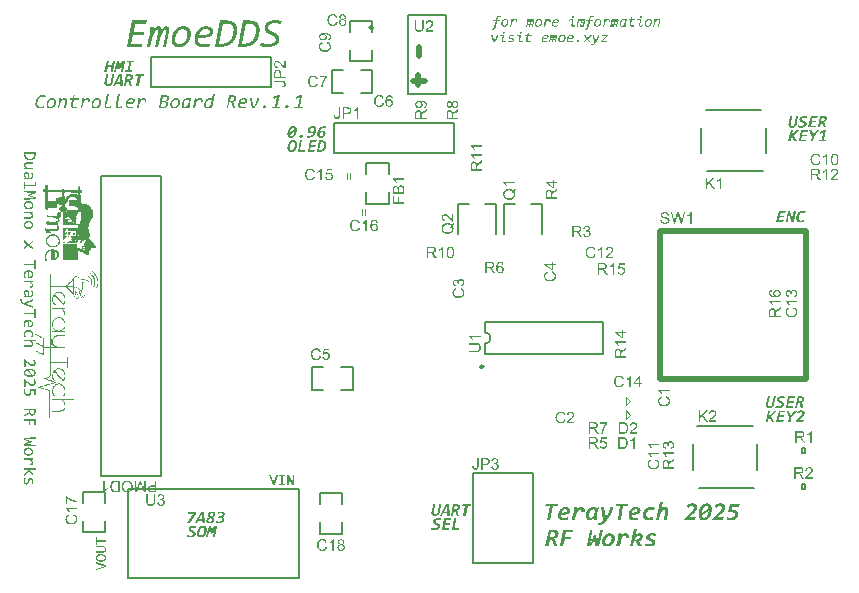
<source format=gto>
G04*
G04 #@! TF.GenerationSoftware,Altium Limited,Altium Designer,24.3.1 (35)*
G04*
G04 Layer_Color=65535*
%FSLAX44Y44*%
%MOMM*%
G71*
G04*
G04 #@! TF.SameCoordinates,F933E494-0B61-492B-8715-CC6E50B89988*
G04*
G04*
G04 #@! TF.FilePolarity,Positive*
G04*
G01*
G75*
%ADD10C,0.2500*%
%ADD11C,0.2000*%
%ADD12C,0.2032*%
%ADD13C,0.5000*%
%ADD14C,0.1778*%
%ADD15C,0.1016*%
%ADD16C,0.1000*%
%ADD17C,0.1524*%
G36*
X-13914Y338931D02*
X-13931Y338766D01*
X-13947Y338585D01*
X-13980Y338371D01*
X-14013Y338124D01*
X-14062Y337861D01*
X-14128Y337598D01*
X-14194Y337318D01*
X-14293Y337038D01*
X-14408Y336758D01*
X-14540Y336478D01*
X-14704Y336215D01*
X-14869Y335968D01*
X-15083Y335754D01*
X-15099Y335738D01*
X-15132Y335705D01*
X-15198Y335655D01*
X-15297Y335573D01*
X-15428Y335491D01*
X-15576Y335392D01*
X-15758Y335293D01*
X-15971Y335195D01*
X-16202Y335096D01*
X-16465Y334981D01*
X-16762Y334898D01*
X-17074Y334816D01*
X-17436Y334734D01*
X-17815Y334684D01*
X-18210Y334651D01*
X-18654Y334635D01*
X-18687D01*
X-18770D01*
X-18901D01*
X-19082Y334651D01*
X-19280Y334668D01*
X-19510Y334684D01*
X-19988Y334750D01*
X-20020D01*
X-20103Y334767D01*
X-20218Y334799D01*
X-20383Y334832D01*
X-20564Y334882D01*
X-20761Y334948D01*
X-21173Y335096D01*
X-21189Y335112D01*
X-21271Y335145D01*
X-21370Y335195D01*
X-21502Y335260D01*
X-21650Y335343D01*
X-21831Y335441D01*
X-22177Y335705D01*
X-22193Y335721D01*
X-22243Y335770D01*
X-22341Y335853D01*
X-22440Y335968D01*
X-22555Y336100D01*
X-22687Y336264D01*
X-22819Y336445D01*
X-22934Y336643D01*
X-22950Y336659D01*
X-22983Y336742D01*
X-23049Y336857D01*
X-23115Y337005D01*
X-23197Y337186D01*
X-23279Y337400D01*
X-23362Y337647D01*
X-23428Y337910D01*
Y337943D01*
X-23461Y338042D01*
X-23477Y338190D01*
X-23510Y338387D01*
X-23543Y338634D01*
X-23559Y338914D01*
X-23592Y339227D01*
Y341630D01*
X-13914D01*
Y338931D01*
D02*
G37*
G36*
X-16153Y331623D02*
X-20926D01*
X-20942D01*
X-20992D01*
X-21074Y331606D01*
X-21189D01*
X-21321Y331590D01*
X-21469Y331557D01*
X-21765Y331458D01*
X-21930Y331392D01*
X-22078Y331310D01*
X-22226Y331211D01*
X-22358Y331080D01*
X-22456Y330932D01*
X-22555Y330767D01*
X-22605Y330569D01*
X-22621Y330339D01*
Y330306D01*
X-22605Y330191D01*
X-22588Y330043D01*
X-22555Y329878D01*
Y329862D01*
X-22539Y329845D01*
X-22522Y329796D01*
X-22506Y329730D01*
X-22424Y329582D01*
X-22325Y329401D01*
X-22308Y329384D01*
X-22292Y329351D01*
X-22259Y329302D01*
X-22193Y329236D01*
X-22045Y329072D01*
X-21848Y328874D01*
X-21831Y328858D01*
X-21798Y328825D01*
X-21732Y328759D01*
X-21634Y328677D01*
X-21535Y328578D01*
X-21403Y328463D01*
X-21255Y328347D01*
X-21090Y328216D01*
X-16153D01*
Y326932D01*
X-23592D01*
Y328084D01*
X-22407Y328134D01*
X-22424Y328150D01*
X-22473Y328183D01*
X-22539Y328249D01*
X-22621Y328331D01*
X-22835Y328545D01*
X-23049Y328775D01*
X-23065Y328792D01*
X-23082Y328825D01*
X-23131Y328891D01*
X-23197Y328956D01*
X-23312Y329154D01*
X-23444Y329368D01*
Y329384D01*
X-23461Y329417D01*
X-23493Y329483D01*
X-23526Y329549D01*
X-23592Y329747D01*
X-23658Y329960D01*
Y329977D01*
X-23674Y330010D01*
Y330076D01*
X-23691Y330158D01*
X-23707Y330355D01*
X-23724Y330602D01*
Y330718D01*
X-23707Y330783D01*
Y330882D01*
X-23691Y330997D01*
X-23642Y331244D01*
X-23559Y331524D01*
X-23444Y331804D01*
X-23279Y332084D01*
X-23065Y332331D01*
X-23033Y332347D01*
X-22934Y332413D01*
X-22786Y332512D01*
X-22555Y332610D01*
X-22275Y332726D01*
X-21913Y332808D01*
X-21502Y332874D01*
X-21024Y332907D01*
X-16153D01*
Y331623D01*
D02*
G37*
G36*
X-21436Y324743D02*
X-21337Y324726D01*
X-21222Y324710D01*
X-20975Y324661D01*
X-20695Y324562D01*
X-20399Y324414D01*
X-20251Y324315D01*
X-20119Y324200D01*
X-19988Y324085D01*
X-19856Y323936D01*
Y323920D01*
X-19823Y323903D01*
X-19790Y323854D01*
X-19757Y323772D01*
X-19708Y323689D01*
X-19658Y323591D01*
X-19592Y323459D01*
X-19527Y323311D01*
X-19477Y323146D01*
X-19411Y322965D01*
X-19362Y322768D01*
X-19313Y322537D01*
X-19280Y322307D01*
X-19247Y322044D01*
X-19214Y321764D01*
Y319920D01*
X-18572D01*
X-18539D01*
X-18457D01*
X-18342Y319937D01*
X-18194Y319970D01*
X-18029Y320019D01*
X-17848Y320101D01*
X-17683Y320200D01*
X-17519Y320348D01*
X-17502Y320365D01*
X-17453Y320431D01*
X-17387Y320529D01*
X-17321Y320661D01*
X-17255Y320842D01*
X-17190Y321073D01*
X-17140Y321336D01*
X-17124Y321632D01*
Y321862D01*
X-17140Y322027D01*
X-17157Y322225D01*
X-17190Y322422D01*
X-17272Y322883D01*
Y322916D01*
X-17305Y322982D01*
X-17338Y323113D01*
X-17371Y323261D01*
X-17436Y323459D01*
X-17502Y323673D01*
X-17585Y323903D01*
X-17667Y324134D01*
X-16498D01*
Y324117D01*
X-16482Y324085D01*
X-16465Y324052D01*
X-16449Y323986D01*
X-16400Y323821D01*
X-16334Y323607D01*
Y323591D01*
X-16317Y323558D01*
X-16301Y323492D01*
X-16284Y323410D01*
X-16235Y323196D01*
X-16185Y322965D01*
Y322949D01*
X-16169Y322899D01*
X-16153Y322834D01*
X-16136Y322751D01*
X-16120Y322653D01*
X-16103Y322537D01*
X-16070Y322274D01*
Y322257D01*
X-16054Y322208D01*
Y322142D01*
X-16037Y322044D01*
Y321928D01*
X-16021Y321813D01*
Y321286D01*
X-16037Y321122D01*
X-16054Y320941D01*
X-16087Y320727D01*
X-16169Y320315D01*
Y320299D01*
X-16202Y320217D01*
X-16235Y320118D01*
X-16284Y320003D01*
X-16350Y319855D01*
X-16432Y319706D01*
X-16515Y319558D01*
X-16630Y319410D01*
X-16646Y319394D01*
X-16679Y319344D01*
X-16745Y319278D01*
X-16827Y319196D01*
X-16943Y319097D01*
X-17074Y318999D01*
X-17222Y318916D01*
X-17387Y318834D01*
X-17404Y318818D01*
X-17469Y318801D01*
X-17568Y318768D01*
X-17700Y318719D01*
X-17848Y318686D01*
X-18045Y318653D01*
X-18243Y318636D01*
X-18473Y318620D01*
X-23592D01*
Y319789D01*
X-22605Y319822D01*
X-22638Y319855D01*
X-22703Y319920D01*
X-22802Y320052D01*
X-22934Y320200D01*
X-23065Y320398D01*
X-23214Y320595D01*
X-23345Y320826D01*
X-23461Y321056D01*
X-23477Y321089D01*
X-23493Y321171D01*
X-23543Y321286D01*
X-23592Y321451D01*
X-23642Y321648D01*
X-23674Y321879D01*
X-23707Y322109D01*
X-23724Y322373D01*
Y322472D01*
X-23707Y322587D01*
Y322735D01*
X-23691Y322916D01*
X-23658Y323097D01*
X-23576Y323459D01*
Y323475D01*
X-23543Y323525D01*
X-23510Y323607D01*
X-23461Y323722D01*
X-23312Y323953D01*
X-23131Y324200D01*
X-23115Y324216D01*
X-23082Y324249D01*
X-23016Y324299D01*
X-22934Y324364D01*
X-22835Y324430D01*
X-22720Y324512D01*
X-22456Y324628D01*
X-22440D01*
X-22391Y324644D01*
X-22308Y324661D01*
X-22210Y324693D01*
X-22078Y324710D01*
X-21930Y324743D01*
X-21617Y324759D01*
X-21601D01*
X-21568D01*
X-21502D01*
X-21436Y324743D01*
D02*
G37*
G36*
X-22522Y313699D02*
X-14178D01*
Y315888D01*
X-13124D01*
Y312398D01*
X-22522D01*
Y310177D01*
X-23592D01*
Y316135D01*
X-22522D01*
Y313699D01*
D02*
G37*
G36*
X-13914Y308218D02*
Y306654D01*
X-17568Y305354D01*
X-18802Y304926D01*
X-17568Y304531D01*
X-13914Y303148D01*
Y301535D01*
X-23592Y301075D01*
Y302358D01*
X-17552Y302556D01*
X-15247Y302638D01*
X-16580Y303099D01*
X-20432Y304531D01*
Y305436D01*
X-16729Y306802D01*
X-15247Y307247D01*
X-17650Y307280D01*
X-23592Y307444D01*
Y308695D01*
X-13914Y308218D01*
D02*
G37*
G36*
X-19609Y300021D02*
X-19411Y300005D01*
X-19165Y299988D01*
X-18901Y299939D01*
X-18621Y299890D01*
X-18358Y299807D01*
X-18342D01*
X-18325Y299791D01*
X-18243Y299758D01*
X-18095Y299708D01*
X-17930Y299626D01*
X-17733Y299527D01*
X-17535Y299396D01*
X-17321Y299264D01*
X-17124Y299099D01*
X-17107Y299083D01*
X-17041Y299017D01*
X-16943Y298918D01*
X-16827Y298787D01*
X-16696Y298622D01*
X-16564Y298425D01*
X-16432Y298211D01*
X-16317Y297980D01*
X-16301Y297947D01*
X-16268Y297865D01*
X-16218Y297733D01*
X-16169Y297552D01*
X-16120Y297322D01*
X-16070Y297075D01*
X-16037Y296795D01*
X-16021Y296482D01*
Y296351D01*
X-16037Y296186D01*
X-16054Y296005D01*
X-16087Y295775D01*
X-16136Y295544D01*
X-16202Y295297D01*
X-16284Y295051D01*
X-16301Y295018D01*
X-16334Y294935D01*
X-16383Y294820D01*
X-16465Y294672D01*
X-16564Y294507D01*
X-16696Y294326D01*
X-16844Y294145D01*
X-17008Y293981D01*
X-17025Y293964D01*
X-17091Y293915D01*
X-17190Y293832D01*
X-17338Y293734D01*
X-17502Y293619D01*
X-17716Y293503D01*
X-17947Y293405D01*
X-18194Y293306D01*
X-18226Y293289D01*
X-18325Y293273D01*
X-18473Y293223D01*
X-18654Y293174D01*
X-18901Y293141D01*
X-19181Y293092D01*
X-19494Y293075D01*
X-19823Y293059D01*
X-19839D01*
X-19856D01*
X-19905D01*
X-19971D01*
X-20136Y293075D01*
X-20350Y293092D01*
X-20597Y293125D01*
X-20860Y293158D01*
X-21140Y293223D01*
X-21419Y293306D01*
X-21452Y293322D01*
X-21535Y293355D01*
X-21666Y293405D01*
X-21831Y293487D01*
X-22029Y293586D01*
X-22243Y293701D01*
X-22456Y293849D01*
X-22654Y294014D01*
X-22670Y294030D01*
X-22736Y294096D01*
X-22835Y294195D01*
X-22950Y294326D01*
X-23065Y294491D01*
X-23197Y294672D01*
X-23329Y294902D01*
X-23444Y295133D01*
X-23461Y295166D01*
X-23493Y295248D01*
X-23526Y295380D01*
X-23576Y295561D01*
X-23642Y295791D01*
X-23674Y296038D01*
X-23707Y296318D01*
X-23724Y296630D01*
Y296762D01*
X-23707Y296927D01*
X-23691Y297108D01*
X-23658Y297338D01*
X-23625Y297585D01*
X-23559Y297832D01*
X-23477Y298079D01*
X-23461Y298112D01*
X-23428Y298178D01*
X-23378Y298293D01*
X-23296Y298441D01*
X-23197Y298622D01*
X-23065Y298787D01*
X-22917Y298968D01*
X-22753Y299149D01*
X-22736Y299165D01*
X-22670Y299215D01*
X-22572Y299297D01*
X-22424Y299396D01*
X-22259Y299494D01*
X-22045Y299610D01*
X-21814Y299708D01*
X-21568Y299807D01*
X-21551D01*
X-21535Y299824D01*
X-21436Y299840D01*
X-21288Y299873D01*
X-21090Y299922D01*
X-20843Y299972D01*
X-20564Y300005D01*
X-20251Y300021D01*
X-19922Y300038D01*
X-19905D01*
X-19889D01*
X-19839D01*
X-19774D01*
X-19609Y300021D01*
D02*
G37*
G36*
X-16153Y290047D02*
X-17354Y289998D01*
X-17338Y289981D01*
X-17288Y289948D01*
X-17222Y289882D01*
X-17140Y289800D01*
X-16926Y289586D01*
X-16729Y289372D01*
X-16712Y289356D01*
X-16679Y289323D01*
X-16630Y289257D01*
X-16580Y289174D01*
X-16449Y288993D01*
X-16317Y288780D01*
Y288763D01*
X-16284Y288730D01*
X-16268Y288664D01*
X-16218Y288598D01*
X-16153Y288401D01*
X-16087Y288187D01*
Y288171D01*
X-16070Y288138D01*
Y288072D01*
X-16054Y287990D01*
X-16037Y287775D01*
X-16021Y287545D01*
Y287430D01*
X-16037Y287348D01*
Y287265D01*
X-16054Y287150D01*
X-16103Y286887D01*
X-16185Y286607D01*
X-16317Y286327D01*
X-16482Y286047D01*
X-16712Y285800D01*
X-16745Y285767D01*
X-16844Y285702D01*
X-16992Y285619D01*
X-17222Y285504D01*
X-17502Y285389D01*
X-17864Y285307D01*
X-18276Y285241D01*
X-18753Y285208D01*
X-23592D01*
Y286492D01*
X-18852D01*
X-18835D01*
X-18819D01*
X-18770D01*
X-18704D01*
X-18556Y286508D01*
X-18358Y286525D01*
X-18161Y286574D01*
X-17947Y286623D01*
X-17733Y286706D01*
X-17568Y286821D01*
X-17552Y286837D01*
X-17502Y286887D01*
X-17436Y286952D01*
X-17354Y287068D01*
X-17272Y287199D01*
X-17206Y287364D01*
X-17157Y287561D01*
X-17140Y287792D01*
Y287874D01*
X-17157Y287940D01*
X-17173Y288105D01*
X-17222Y288269D01*
Y288286D01*
X-17239Y288302D01*
X-17272Y288401D01*
X-17354Y288549D01*
X-17469Y288730D01*
Y288747D01*
X-17502Y288780D01*
X-17535Y288829D01*
X-17585Y288895D01*
X-17733Y289059D01*
X-17930Y289273D01*
X-17947Y289290D01*
X-17980Y289323D01*
X-18045Y289372D01*
X-18128Y289454D01*
X-18243Y289553D01*
X-18375Y289652D01*
X-18506Y289767D01*
X-18671Y289899D01*
X-23592D01*
Y291183D01*
X-16153D01*
Y290047D01*
D02*
G37*
G36*
X-19609Y283332D02*
X-19411Y283315D01*
X-19165Y283299D01*
X-18901Y283249D01*
X-18621Y283200D01*
X-18358Y283118D01*
X-18342D01*
X-18325Y283101D01*
X-18243Y283068D01*
X-18095Y283019D01*
X-17930Y282936D01*
X-17733Y282838D01*
X-17535Y282706D01*
X-17321Y282574D01*
X-17124Y282410D01*
X-17107Y282393D01*
X-17041Y282327D01*
X-16943Y282229D01*
X-16827Y282097D01*
X-16696Y281933D01*
X-16564Y281735D01*
X-16432Y281521D01*
X-16317Y281291D01*
X-16301Y281258D01*
X-16268Y281175D01*
X-16218Y281044D01*
X-16169Y280863D01*
X-16120Y280632D01*
X-16070Y280385D01*
X-16037Y280105D01*
X-16021Y279793D01*
Y279661D01*
X-16037Y279496D01*
X-16054Y279315D01*
X-16087Y279085D01*
X-16136Y278855D01*
X-16202Y278608D01*
X-16284Y278361D01*
X-16301Y278328D01*
X-16334Y278246D01*
X-16383Y278130D01*
X-16465Y277982D01*
X-16564Y277818D01*
X-16696Y277637D01*
X-16844Y277456D01*
X-17008Y277291D01*
X-17025Y277274D01*
X-17091Y277225D01*
X-17190Y277143D01*
X-17338Y277044D01*
X-17502Y276929D01*
X-17716Y276814D01*
X-17947Y276715D01*
X-18194Y276616D01*
X-18226Y276600D01*
X-18325Y276583D01*
X-18473Y276534D01*
X-18654Y276485D01*
X-18901Y276452D01*
X-19181Y276402D01*
X-19494Y276386D01*
X-19823Y276369D01*
X-19839D01*
X-19856D01*
X-19905D01*
X-19971D01*
X-20136Y276386D01*
X-20350Y276402D01*
X-20597Y276435D01*
X-20860Y276468D01*
X-21140Y276534D01*
X-21419Y276616D01*
X-21452Y276633D01*
X-21535Y276665D01*
X-21666Y276715D01*
X-21831Y276797D01*
X-22029Y276896D01*
X-22243Y277011D01*
X-22456Y277159D01*
X-22654Y277324D01*
X-22670Y277340D01*
X-22736Y277406D01*
X-22835Y277505D01*
X-22950Y277637D01*
X-23065Y277801D01*
X-23197Y277982D01*
X-23329Y278213D01*
X-23444Y278443D01*
X-23461Y278476D01*
X-23493Y278558D01*
X-23526Y278690D01*
X-23576Y278871D01*
X-23642Y279102D01*
X-23674Y279348D01*
X-23707Y279628D01*
X-23724Y279941D01*
Y280073D01*
X-23707Y280237D01*
X-23691Y280418D01*
X-23658Y280649D01*
X-23625Y280896D01*
X-23559Y281142D01*
X-23477Y281389D01*
X-23461Y281422D01*
X-23428Y281488D01*
X-23378Y281603D01*
X-23296Y281751D01*
X-23197Y281933D01*
X-23065Y282097D01*
X-22917Y282278D01*
X-22753Y282459D01*
X-22736Y282476D01*
X-22670Y282525D01*
X-22572Y282607D01*
X-22424Y282706D01*
X-22259Y282805D01*
X-22045Y282920D01*
X-21814Y283019D01*
X-21568Y283118D01*
X-21551D01*
X-21535Y283134D01*
X-21436Y283151D01*
X-21288Y283183D01*
X-21090Y283233D01*
X-20843Y283282D01*
X-20564Y283315D01*
X-20251Y283332D01*
X-19922Y283348D01*
X-19905D01*
X-19889D01*
X-19839D01*
X-19774D01*
X-19609Y283332D01*
D02*
G37*
G36*
X-19856Y263926D02*
X-16153Y266675D01*
Y265029D01*
X-19016Y263087D01*
X-16153Y261161D01*
Y259564D01*
X-19889Y262362D01*
X-23592Y259433D01*
Y261145D01*
X-20761Y263169D01*
X-23592Y265144D01*
Y266807D01*
X-19856Y263926D01*
D02*
G37*
G36*
X-13914Y242941D02*
X-15033D01*
Y245805D01*
X-23592D01*
Y247138D01*
X-15033D01*
Y250002D01*
X-13914D01*
Y242941D01*
D02*
G37*
G36*
X-19609Y241410D02*
X-19411Y241394D01*
X-19197Y241377D01*
X-18951Y241328D01*
X-18687Y241278D01*
X-18424Y241212D01*
X-18407D01*
X-18391Y241196D01*
X-18309Y241163D01*
X-18177Y241114D01*
X-17996Y241048D01*
X-17815Y240949D01*
X-17601Y240834D01*
X-17387Y240702D01*
X-17190Y240554D01*
X-17173Y240538D01*
X-17107Y240472D01*
X-17008Y240373D01*
X-16877Y240258D01*
X-16745Y240093D01*
X-16597Y239912D01*
X-16465Y239715D01*
X-16334Y239484D01*
X-16317Y239451D01*
X-16284Y239369D01*
X-16235Y239237D01*
X-16169Y239073D01*
X-16120Y238859D01*
X-16070Y238612D01*
X-16037Y238349D01*
X-16021Y238052D01*
Y237921D01*
X-16037Y237772D01*
X-16054Y237591D01*
X-16087Y237377D01*
X-16120Y237147D01*
X-16185Y236917D01*
X-16268Y236686D01*
X-16284Y236653D01*
X-16317Y236587D01*
X-16366Y236472D01*
X-16449Y236324D01*
X-16548Y236176D01*
X-16663Y235995D01*
X-16811Y235830D01*
X-16976Y235666D01*
X-16992Y235649D01*
X-17058Y235600D01*
X-17157Y235518D01*
X-17272Y235435D01*
X-17436Y235336D01*
X-17617Y235221D01*
X-17831Y235123D01*
X-18062Y235040D01*
X-18095Y235024D01*
X-18177Y235007D01*
X-18309Y234974D01*
X-18473Y234925D01*
X-18687Y234892D01*
X-18918Y234859D01*
X-19181Y234843D01*
X-19477Y234826D01*
X-19494D01*
X-19527D01*
X-19576D01*
X-19642D01*
X-19790D01*
X-19955Y234843D01*
X-19988D01*
X-20070D01*
X-20169D01*
X-20284Y234859D01*
Y240077D01*
X-20300D01*
X-20333D01*
X-20399D01*
X-20465Y240060D01*
X-20564D01*
X-20679Y240044D01*
X-20942Y239994D01*
X-21222Y239929D01*
X-21518Y239813D01*
X-21798Y239665D01*
X-22045Y239451D01*
X-22078Y239418D01*
X-22144Y239336D01*
X-22243Y239188D01*
X-22341Y238974D01*
X-22456Y238711D01*
X-22555Y238398D01*
X-22621Y238036D01*
X-22654Y237608D01*
Y237196D01*
X-22638Y236966D01*
Y236917D01*
X-22621Y236851D01*
Y236768D01*
X-22588Y236555D01*
X-22572Y236341D01*
Y236324D01*
X-22555Y236291D01*
Y236225D01*
X-22539Y236143D01*
X-22506Y235962D01*
X-22473Y235748D01*
Y235732D01*
X-22456Y235699D01*
X-22440Y235649D01*
X-22424Y235583D01*
X-22391Y235402D01*
X-22341Y235221D01*
X-23395D01*
Y235238D01*
X-23411Y235320D01*
X-23444Y235419D01*
X-23477Y235567D01*
X-23510Y235748D01*
X-23559Y235945D01*
X-23592Y236176D01*
X-23625Y236423D01*
Y236456D01*
X-23642Y236538D01*
X-23658Y236670D01*
X-23674Y236834D01*
X-23691Y237048D01*
X-23707Y237279D01*
X-23724Y237526D01*
Y237953D01*
X-23707Y238135D01*
X-23691Y238349D01*
X-23658Y238612D01*
X-23625Y238892D01*
X-23559Y239172D01*
X-23477Y239435D01*
X-23461Y239468D01*
X-23428Y239550D01*
X-23362Y239682D01*
X-23279Y239830D01*
X-23181Y240011D01*
X-23049Y240208D01*
X-22901Y240389D01*
X-22720Y240571D01*
X-22703Y240587D01*
X-22638Y240636D01*
X-22522Y240719D01*
X-22391Y240817D01*
X-22210Y240933D01*
X-22012Y241031D01*
X-21765Y241147D01*
X-21518Y241229D01*
X-21502D01*
X-21485D01*
X-21387Y241262D01*
X-21239Y241295D01*
X-21041Y241328D01*
X-20794Y241361D01*
X-20531Y241394D01*
X-20218Y241410D01*
X-19889Y241426D01*
X-19872D01*
X-19856D01*
X-19757D01*
X-19609Y241410D01*
D02*
G37*
G36*
X-16153Y231304D02*
X-17535Y231271D01*
X-17519D01*
X-17502Y231238D01*
X-17404Y231156D01*
X-17272Y231024D01*
X-17091Y230860D01*
X-16910Y230662D01*
X-16712Y230448D01*
X-16531Y230218D01*
X-16383Y229971D01*
X-16366Y229938D01*
X-16334Y229856D01*
X-16268Y229740D01*
X-16202Y229559D01*
X-16136Y229378D01*
X-16070Y229148D01*
X-16037Y228917D01*
X-16021Y228671D01*
Y228555D01*
X-16037Y228473D01*
Y228391D01*
X-16054Y228276D01*
X-16120Y228012D01*
X-16202Y227732D01*
X-16334Y227453D01*
X-16531Y227173D01*
X-16646Y227041D01*
X-16778Y226926D01*
X-16811Y226893D01*
X-16860Y226877D01*
X-16910Y226827D01*
X-16992Y226794D01*
X-17091Y226745D01*
X-17206Y226679D01*
X-17338Y226630D01*
X-17486Y226580D01*
X-17634Y226531D01*
X-17815Y226481D01*
X-18012Y226432D01*
X-18243Y226399D01*
X-18473Y226383D01*
X-18720Y226366D01*
X-18984D01*
Y227666D01*
X-18967D01*
X-18934D01*
X-18885D01*
X-18819D01*
X-18654Y227683D01*
X-18457Y227699D01*
X-18226Y227732D01*
X-17996Y227782D01*
X-17766Y227864D01*
X-17585Y227963D01*
X-17568Y227979D01*
X-17519Y228012D01*
X-17436Y228094D01*
X-17354Y228193D01*
X-17288Y228325D01*
X-17206Y228473D01*
X-17157Y228654D01*
X-17140Y228868D01*
Y228967D01*
X-17157Y229016D01*
X-17173Y229181D01*
X-17239Y229378D01*
Y229395D01*
X-17255Y229428D01*
X-17272Y229477D01*
X-17305Y229543D01*
X-17404Y229724D01*
X-17535Y229921D01*
X-17552Y229938D01*
X-17568Y229971D01*
X-17617Y230020D01*
X-17667Y230103D01*
X-17848Y230284D01*
X-18062Y230514D01*
X-18078Y230530D01*
X-18111Y230563D01*
X-18177Y230629D01*
X-18276Y230711D01*
X-18391Y230810D01*
X-18506Y230925D01*
X-18654Y231041D01*
X-18819Y231172D01*
X-23592D01*
Y232473D01*
X-16153D01*
Y231304D01*
D02*
G37*
G36*
X-21436Y224605D02*
X-21337Y224589D01*
X-21222Y224572D01*
X-20975Y224523D01*
X-20695Y224424D01*
X-20399Y224276D01*
X-20251Y224177D01*
X-20119Y224062D01*
X-19988Y223947D01*
X-19856Y223799D01*
Y223782D01*
X-19823Y223766D01*
X-19790Y223716D01*
X-19757Y223634D01*
X-19708Y223552D01*
X-19658Y223453D01*
X-19592Y223321D01*
X-19527Y223173D01*
X-19477Y223008D01*
X-19411Y222827D01*
X-19362Y222630D01*
X-19313Y222400D01*
X-19280Y222169D01*
X-19247Y221906D01*
X-19214Y221626D01*
Y219783D01*
X-18572D01*
X-18539D01*
X-18457D01*
X-18342Y219799D01*
X-18194Y219832D01*
X-18029Y219881D01*
X-17848Y219964D01*
X-17683Y220062D01*
X-17519Y220210D01*
X-17502Y220227D01*
X-17453Y220293D01*
X-17387Y220392D01*
X-17321Y220523D01*
X-17255Y220704D01*
X-17190Y220935D01*
X-17140Y221198D01*
X-17124Y221494D01*
Y221725D01*
X-17140Y221889D01*
X-17157Y222087D01*
X-17190Y222284D01*
X-17272Y222745D01*
Y222778D01*
X-17305Y222844D01*
X-17338Y222976D01*
X-17371Y223124D01*
X-17436Y223321D01*
X-17502Y223535D01*
X-17585Y223766D01*
X-17667Y223996D01*
X-16498D01*
Y223980D01*
X-16482Y223947D01*
X-16465Y223914D01*
X-16449Y223848D01*
X-16400Y223683D01*
X-16334Y223469D01*
Y223453D01*
X-16317Y223420D01*
X-16301Y223354D01*
X-16284Y223272D01*
X-16235Y223058D01*
X-16185Y222827D01*
Y222811D01*
X-16169Y222762D01*
X-16153Y222696D01*
X-16136Y222614D01*
X-16120Y222515D01*
X-16103Y222400D01*
X-16070Y222136D01*
Y222120D01*
X-16054Y222070D01*
Y222005D01*
X-16037Y221906D01*
Y221791D01*
X-16021Y221675D01*
Y221149D01*
X-16037Y220984D01*
X-16054Y220803D01*
X-16087Y220589D01*
X-16169Y220178D01*
Y220161D01*
X-16202Y220079D01*
X-16235Y219980D01*
X-16284Y219865D01*
X-16350Y219717D01*
X-16432Y219569D01*
X-16515Y219420D01*
X-16630Y219272D01*
X-16646Y219256D01*
X-16679Y219207D01*
X-16745Y219141D01*
X-16827Y219058D01*
X-16943Y218960D01*
X-17074Y218861D01*
X-17222Y218778D01*
X-17387Y218696D01*
X-17404Y218680D01*
X-17469Y218663D01*
X-17568Y218630D01*
X-17700Y218581D01*
X-17848Y218548D01*
X-18045Y218515D01*
X-18243Y218499D01*
X-18473Y218482D01*
X-23592D01*
Y219651D01*
X-22605Y219684D01*
X-22638Y219717D01*
X-22703Y219783D01*
X-22802Y219914D01*
X-22934Y220062D01*
X-23065Y220260D01*
X-23214Y220457D01*
X-23345Y220688D01*
X-23461Y220918D01*
X-23477Y220951D01*
X-23493Y221033D01*
X-23543Y221149D01*
X-23592Y221313D01*
X-23642Y221511D01*
X-23674Y221741D01*
X-23707Y221972D01*
X-23724Y222235D01*
Y222334D01*
X-23707Y222449D01*
Y222597D01*
X-23691Y222778D01*
X-23658Y222959D01*
X-23576Y223321D01*
Y223338D01*
X-23543Y223387D01*
X-23510Y223469D01*
X-23461Y223585D01*
X-23312Y223815D01*
X-23131Y224062D01*
X-23115Y224078D01*
X-23082Y224111D01*
X-23016Y224161D01*
X-22934Y224226D01*
X-22835Y224292D01*
X-22720Y224375D01*
X-22456Y224490D01*
X-22440D01*
X-22391Y224506D01*
X-22308Y224523D01*
X-22210Y224556D01*
X-22078Y224572D01*
X-21930Y224605D01*
X-21617Y224622D01*
X-21601D01*
X-21568D01*
X-21502D01*
X-21436Y224605D01*
D02*
G37*
G36*
X-25468Y216803D02*
X-25485Y216738D01*
Y216622D01*
X-25501Y216491D01*
Y216458D01*
X-25518Y216359D01*
X-25534Y216227D01*
Y215947D01*
X-25518Y215865D01*
X-25485Y215635D01*
X-25419Y215404D01*
Y215388D01*
X-25403Y215355D01*
X-25370Y215289D01*
X-25337Y215207D01*
X-25238Y215026D01*
X-25090Y214828D01*
X-25073Y214812D01*
X-25041Y214779D01*
X-24991Y214730D01*
X-24925Y214664D01*
X-24843Y214581D01*
X-24728Y214483D01*
X-24481Y214302D01*
X-24464Y214285D01*
X-24415Y214252D01*
X-24333Y214203D01*
X-24234Y214137D01*
X-24102Y214071D01*
X-23938Y213989D01*
X-23773Y213890D01*
X-23592Y213808D01*
X-16153Y216770D01*
Y215306D01*
X-21090Y213429D01*
X-22243Y213051D01*
X-21057Y212623D01*
X-16153Y210878D01*
Y209463D01*
X-22802Y211997D01*
X-22819D01*
X-22852Y212014D01*
X-22901Y212030D01*
X-22967Y212063D01*
X-23164Y212146D01*
X-23395Y212244D01*
X-23658Y212376D01*
X-23954Y212508D01*
X-24251Y212656D01*
X-24530Y212820D01*
X-24563Y212837D01*
X-24646Y212886D01*
X-24794Y212968D01*
X-24958Y213084D01*
X-25156Y213215D01*
X-25353Y213380D01*
X-25551Y213545D01*
X-25748Y213726D01*
X-25765Y213742D01*
X-25831Y213808D01*
X-25913Y213907D01*
X-26012Y214038D01*
X-26127Y214203D01*
X-26242Y214384D01*
X-26341Y214598D01*
X-26440Y214812D01*
X-26456Y214845D01*
X-26472Y214911D01*
X-26505Y215042D01*
X-26555Y215207D01*
X-26604Y215404D01*
X-26637Y215618D01*
X-26653Y215882D01*
X-26670Y216145D01*
Y216376D01*
X-26653Y216507D01*
Y216705D01*
X-26637Y216836D01*
X-25468D01*
Y216803D01*
D02*
G37*
G36*
X-13914Y201217D02*
X-15033D01*
Y204081D01*
X-23592D01*
Y205414D01*
X-15033D01*
Y208278D01*
X-13914D01*
Y201217D01*
D02*
G37*
G36*
X-19609Y199686D02*
X-19411Y199669D01*
X-19197Y199653D01*
X-18951Y199604D01*
X-18687Y199554D01*
X-18424Y199488D01*
X-18407D01*
X-18391Y199472D01*
X-18309Y199439D01*
X-18177Y199390D01*
X-17996Y199324D01*
X-17815Y199225D01*
X-17601Y199110D01*
X-17387Y198978D01*
X-17190Y198830D01*
X-17173Y198813D01*
X-17107Y198748D01*
X-17008Y198649D01*
X-16877Y198534D01*
X-16745Y198369D01*
X-16597Y198188D01*
X-16465Y197991D01*
X-16334Y197760D01*
X-16317Y197727D01*
X-16284Y197645D01*
X-16235Y197513D01*
X-16169Y197349D01*
X-16120Y197135D01*
X-16070Y196888D01*
X-16037Y196624D01*
X-16021Y196328D01*
Y196196D01*
X-16037Y196048D01*
X-16054Y195867D01*
X-16087Y195653D01*
X-16120Y195423D01*
X-16185Y195193D01*
X-16268Y194962D01*
X-16284Y194929D01*
X-16317Y194863D01*
X-16366Y194748D01*
X-16449Y194600D01*
X-16548Y194452D01*
X-16663Y194271D01*
X-16811Y194106D01*
X-16976Y193942D01*
X-16992Y193925D01*
X-17058Y193876D01*
X-17157Y193794D01*
X-17272Y193711D01*
X-17436Y193612D01*
X-17617Y193497D01*
X-17831Y193398D01*
X-18062Y193316D01*
X-18095Y193300D01*
X-18177Y193283D01*
X-18309Y193250D01*
X-18473Y193201D01*
X-18687Y193168D01*
X-18918Y193135D01*
X-19181Y193119D01*
X-19477Y193102D01*
X-19494D01*
X-19527D01*
X-19576D01*
X-19642D01*
X-19790D01*
X-19955Y193119D01*
X-19988D01*
X-20070D01*
X-20169D01*
X-20284Y193135D01*
Y198353D01*
X-20300D01*
X-20333D01*
X-20399D01*
X-20465Y198336D01*
X-20564D01*
X-20679Y198320D01*
X-20942Y198270D01*
X-21222Y198204D01*
X-21518Y198089D01*
X-21798Y197941D01*
X-22045Y197727D01*
X-22078Y197694D01*
X-22144Y197612D01*
X-22243Y197464D01*
X-22341Y197250D01*
X-22456Y196987D01*
X-22555Y196674D01*
X-22621Y196312D01*
X-22654Y195884D01*
Y195472D01*
X-22638Y195242D01*
Y195193D01*
X-22621Y195127D01*
Y195044D01*
X-22588Y194830D01*
X-22572Y194616D01*
Y194600D01*
X-22555Y194567D01*
Y194501D01*
X-22539Y194419D01*
X-22506Y194238D01*
X-22473Y194024D01*
Y194007D01*
X-22456Y193974D01*
X-22440Y193925D01*
X-22424Y193859D01*
X-22391Y193678D01*
X-22341Y193497D01*
X-23395D01*
Y193514D01*
X-23411Y193596D01*
X-23444Y193695D01*
X-23477Y193843D01*
X-23510Y194024D01*
X-23559Y194221D01*
X-23592Y194452D01*
X-23625Y194699D01*
Y194732D01*
X-23642Y194814D01*
X-23658Y194946D01*
X-23674Y195110D01*
X-23691Y195324D01*
X-23707Y195555D01*
X-23724Y195802D01*
Y196229D01*
X-23707Y196411D01*
X-23691Y196624D01*
X-23658Y196888D01*
X-23625Y197168D01*
X-23559Y197447D01*
X-23477Y197711D01*
X-23461Y197744D01*
X-23428Y197826D01*
X-23362Y197958D01*
X-23279Y198106D01*
X-23181Y198287D01*
X-23049Y198484D01*
X-22901Y198665D01*
X-22720Y198846D01*
X-22703Y198863D01*
X-22638Y198912D01*
X-22522Y198995D01*
X-22391Y199093D01*
X-22210Y199209D01*
X-22012Y199307D01*
X-21765Y199422D01*
X-21518Y199505D01*
X-21502D01*
X-21485D01*
X-21387Y199538D01*
X-21239Y199571D01*
X-21041Y199604D01*
X-20794Y199636D01*
X-20531Y199669D01*
X-20218Y199686D01*
X-19889Y199702D01*
X-19872D01*
X-19856D01*
X-19757D01*
X-19609Y199686D01*
D02*
G37*
G36*
X-19642Y191045D02*
X-19428Y191028D01*
X-19181Y190995D01*
X-18901Y190946D01*
X-18621Y190880D01*
X-18358Y190798D01*
X-18342D01*
X-18325Y190781D01*
X-18243Y190749D01*
X-18095Y190683D01*
X-17930Y190600D01*
X-17733Y190485D01*
X-17535Y190354D01*
X-17321Y190205D01*
X-17124Y190024D01*
X-17107Y190008D01*
X-17041Y189942D01*
X-16943Y189827D01*
X-16827Y189695D01*
X-16712Y189514D01*
X-16580Y189317D01*
X-16449Y189086D01*
X-16334Y188839D01*
X-16317Y188806D01*
X-16284Y188724D01*
X-16251Y188576D01*
X-16185Y188395D01*
X-16136Y188164D01*
X-16103Y187901D01*
X-16070Y187621D01*
X-16054Y187325D01*
Y187111D01*
X-16070Y186979D01*
Y186798D01*
X-16087Y186617D01*
X-16136Y186239D01*
Y186222D01*
X-16153Y186156D01*
X-16169Y186058D01*
X-16202Y185926D01*
X-16235Y185778D01*
X-16284Y185613D01*
X-16400Y185268D01*
X-17634D01*
X-17617Y185284D01*
X-17601Y185350D01*
X-17552Y185449D01*
X-17502Y185580D01*
X-17436Y185728D01*
X-17371Y185893D01*
X-17272Y186255D01*
Y186272D01*
X-17255Y186337D01*
X-17239Y186436D01*
X-17206Y186568D01*
X-17190Y186733D01*
X-17173Y186897D01*
X-17157Y187292D01*
Y187374D01*
X-17173Y187473D01*
Y187588D01*
X-17206Y187736D01*
X-17239Y187901D01*
X-17288Y188066D01*
X-17354Y188230D01*
Y188247D01*
X-17387Y188296D01*
X-17436Y188395D01*
X-17486Y188494D01*
X-17568Y188609D01*
X-17667Y188741D01*
X-17766Y188872D01*
X-17897Y189004D01*
X-17914Y189020D01*
X-17963Y189053D01*
X-18029Y189119D01*
X-18128Y189185D01*
X-18259Y189284D01*
X-18407Y189366D01*
X-18572Y189448D01*
X-18753Y189531D01*
X-18770D01*
X-18835Y189564D01*
X-18951Y189580D01*
X-19082Y189613D01*
X-19263Y189646D01*
X-19461Y189679D01*
X-19675Y189695D01*
X-19922Y189712D01*
X-19938D01*
X-19988D01*
X-20053D01*
X-20136Y189695D01*
X-20251D01*
X-20383Y189679D01*
X-20679Y189629D01*
X-20992Y189547D01*
X-21337Y189448D01*
X-21650Y189284D01*
X-21930Y189070D01*
X-21963Y189037D01*
X-22029Y188955D01*
X-22144Y188806D01*
X-22259Y188592D01*
X-22374Y188329D01*
X-22489Y188016D01*
X-22555Y187654D01*
X-22588Y187243D01*
Y187045D01*
X-22572Y186914D01*
X-22555Y186765D01*
X-22539Y186584D01*
X-22473Y186222D01*
Y186206D01*
X-22456Y186140D01*
X-22424Y186041D01*
X-22391Y185910D01*
X-22341Y185778D01*
X-22275Y185613D01*
X-22111Y185268D01*
X-23312D01*
Y185284D01*
X-23345Y185350D01*
X-23378Y185449D01*
X-23428Y185580D01*
X-23461Y185745D01*
X-23510Y185926D01*
X-23592Y186304D01*
Y186321D01*
X-23609Y186403D01*
X-23625Y186502D01*
X-23642Y186634D01*
X-23658Y186798D01*
X-23674Y186996D01*
X-23691Y187407D01*
Y187572D01*
X-23674Y187704D01*
X-23658Y187852D01*
X-23642Y188016D01*
X-23609Y188197D01*
X-23576Y188411D01*
X-23461Y188839D01*
X-23378Y189070D01*
X-23279Y189300D01*
X-23181Y189514D01*
X-23049Y189728D01*
X-22901Y189942D01*
X-22736Y190123D01*
X-22720Y190140D01*
X-22687Y190156D01*
X-22638Y190205D01*
X-22555Y190271D01*
X-22456Y190337D01*
X-22341Y190419D01*
X-22193Y190502D01*
X-22029Y190584D01*
X-21848Y190683D01*
X-21634Y190765D01*
X-21403Y190847D01*
X-21156Y190913D01*
X-20893Y190979D01*
X-20597Y191028D01*
X-20284Y191045D01*
X-19955Y191061D01*
X-19938D01*
X-19922D01*
X-19872D01*
X-19806D01*
X-19642Y191045D01*
D02*
G37*
G36*
X-13124Y181416D02*
X-16169D01*
X-17338Y181465D01*
X-17321Y181449D01*
X-17272Y181416D01*
X-17206Y181350D01*
X-17124Y181285D01*
X-16926Y181087D01*
X-16729Y180873D01*
X-16712Y180856D01*
X-16679Y180824D01*
X-16630Y180758D01*
X-16580Y180692D01*
X-16449Y180511D01*
X-16317Y180297D01*
Y180280D01*
X-16284Y180247D01*
X-16268Y180182D01*
X-16235Y180116D01*
X-16169Y179918D01*
X-16103Y179704D01*
Y179688D01*
X-16087Y179655D01*
X-16070Y179589D01*
X-16054Y179507D01*
X-16037Y179293D01*
X-16021Y179062D01*
Y178947D01*
X-16037Y178881D01*
Y178783D01*
X-16054Y178684D01*
X-16103Y178421D01*
X-16185Y178141D01*
X-16317Y177861D01*
X-16482Y177581D01*
X-16712Y177334D01*
X-16745Y177301D01*
X-16844Y177236D01*
X-16992Y177137D01*
X-17222Y177022D01*
X-17502Y176923D01*
X-17864Y176824D01*
X-18276Y176758D01*
X-18753Y176725D01*
X-23592D01*
Y178009D01*
X-18852D01*
X-18835D01*
X-18819D01*
X-18704D01*
X-18556Y178026D01*
X-18375Y178042D01*
X-18161Y178091D01*
X-17947Y178141D01*
X-17749Y178223D01*
X-17568Y178338D01*
X-17552Y178355D01*
X-17502Y178404D01*
X-17436Y178470D01*
X-17354Y178569D01*
X-17272Y178700D01*
X-17206Y178865D01*
X-17157Y179046D01*
X-17140Y179260D01*
Y179359D01*
X-17157Y179425D01*
X-17173Y179573D01*
X-17222Y179754D01*
Y179770D01*
X-17239Y179787D01*
X-17255Y179836D01*
X-17272Y179902D01*
X-17354Y180050D01*
X-17469Y180231D01*
Y180247D01*
X-17502Y180264D01*
X-17535Y180313D01*
X-17585Y180379D01*
X-17733Y180544D01*
X-17930Y180758D01*
X-17947Y180774D01*
X-17980Y180807D01*
X-18045Y180873D01*
X-18128Y180939D01*
X-18243Y181038D01*
X-18375Y181153D01*
X-18506Y181285D01*
X-18671Y181416D01*
X-23592D01*
Y182700D01*
X-13124D01*
Y181416D01*
D02*
G37*
G36*
X-19955Y163624D02*
X-19922Y163591D01*
X-19856Y163525D01*
X-19741Y163410D01*
X-19592Y163262D01*
X-19428Y163097D01*
X-19247Y162932D01*
X-19066Y162768D01*
X-18901Y162620D01*
X-18885Y162603D01*
X-18819Y162554D01*
X-18737Y162488D01*
X-18638Y162406D01*
X-18506Y162307D01*
X-18375Y162208D01*
X-18095Y162027D01*
X-18078Y162011D01*
X-18029Y161994D01*
X-17963Y161945D01*
X-17864Y161896D01*
X-17650Y161797D01*
X-17404Y161731D01*
X-17387D01*
X-17338Y161714D01*
X-17272Y161698D01*
X-17190Y161682D01*
X-17091D01*
X-16959Y161665D01*
X-16696Y161649D01*
X-16679D01*
X-16630D01*
X-16564D01*
X-16482Y161665D01*
X-16251Y161682D01*
X-16021Y161747D01*
X-16004D01*
X-15971Y161764D01*
X-15906Y161780D01*
X-15823Y161813D01*
X-15642Y161912D01*
X-15445Y162044D01*
X-15428Y162060D01*
X-15395Y162077D01*
X-15362Y162126D01*
X-15297Y162175D01*
X-15181Y162356D01*
X-15050Y162570D01*
Y162587D01*
X-15033Y162620D01*
X-15000Y162686D01*
X-14967Y162784D01*
X-14951Y162899D01*
X-14918Y163015D01*
X-14902Y163163D01*
Y163426D01*
X-14918Y163542D01*
X-14935Y163690D01*
X-14967Y163871D01*
X-15017Y164052D01*
X-15083Y164249D01*
X-15181Y164447D01*
X-15198Y164463D01*
X-15231Y164529D01*
X-15297Y164628D01*
X-15379Y164759D01*
X-15478Y164891D01*
X-15593Y165056D01*
X-15741Y165204D01*
X-15889Y165368D01*
X-15050Y166076D01*
X-15017Y166043D01*
X-14951Y165977D01*
X-14852Y165862D01*
X-14721Y165714D01*
X-14572Y165533D01*
X-14424Y165319D01*
X-14260Y165089D01*
X-14128Y164825D01*
Y164809D01*
X-14112Y164792D01*
X-14079Y164694D01*
X-14013Y164545D01*
X-13947Y164348D01*
X-13881Y164101D01*
X-13815Y163821D01*
X-13782Y163508D01*
X-13766Y163163D01*
Y163048D01*
X-13782Y162932D01*
Y162768D01*
X-13815Y162587D01*
X-13848Y162389D01*
X-13898Y162175D01*
X-13964Y161978D01*
X-13980Y161961D01*
X-13996Y161896D01*
X-14046Y161797D01*
X-14112Y161665D01*
X-14194Y161517D01*
X-14276Y161369D01*
X-14523Y161073D01*
X-14540Y161056D01*
X-14589Y161007D01*
X-14671Y160941D01*
X-14770Y160842D01*
X-14902Y160743D01*
X-15050Y160645D01*
X-15214Y160546D01*
X-15412Y160464D01*
X-15428Y160447D01*
X-15511Y160431D01*
X-15609Y160398D01*
X-15758Y160348D01*
X-15939Y160315D01*
X-16136Y160282D01*
X-16350Y160266D01*
X-16597Y160250D01*
X-16613D01*
X-16696D01*
X-16795D01*
X-16943Y160266D01*
X-17091Y160282D01*
X-17272Y160315D01*
X-17634Y160398D01*
X-17650D01*
X-17716Y160431D01*
X-17815Y160464D01*
X-17930Y160513D01*
X-18078Y160579D01*
X-18243Y160661D01*
X-18589Y160859D01*
X-18605Y160875D01*
X-18671Y160908D01*
X-18753Y160974D01*
X-18885Y161056D01*
X-19033Y161171D01*
X-19197Y161303D01*
X-19379Y161451D01*
X-19560Y161616D01*
X-19576Y161632D01*
X-19642Y161698D01*
X-19741Y161797D01*
X-19872Y161912D01*
X-20037Y162077D01*
X-20218Y162258D01*
X-20432Y162455D01*
X-20646Y162686D01*
X-22358Y164430D01*
Y159723D01*
X-23592D01*
Y166109D01*
X-22440D01*
X-19955Y163624D01*
D02*
G37*
G36*
X-18358Y158176D02*
X-18078Y158159D01*
X-17766Y158143D01*
X-17436Y158094D01*
X-17074Y158044D01*
X-16729Y157978D01*
X-16712D01*
X-16679Y157962D01*
X-16646Y157945D01*
X-16580Y157929D01*
X-16400Y157879D01*
X-16185Y157814D01*
X-15939Y157715D01*
X-15675Y157600D01*
X-15412Y157452D01*
X-15149Y157303D01*
X-15116Y157287D01*
X-15033Y157221D01*
X-14918Y157122D01*
X-14770Y156991D01*
X-14605Y156843D01*
X-14441Y156645D01*
X-14276Y156431D01*
X-14128Y156184D01*
X-14112Y156151D01*
X-14079Y156069D01*
X-14013Y155921D01*
X-13947Y155740D01*
X-13881Y155509D01*
X-13815Y155230D01*
X-13782Y154933D01*
X-13766Y154604D01*
Y154472D01*
X-13782Y154324D01*
X-13799Y154143D01*
X-13832Y153929D01*
X-13898Y153682D01*
X-13964Y153452D01*
X-14062Y153205D01*
X-14079Y153172D01*
X-14112Y153090D01*
X-14194Y152975D01*
X-14293Y152826D01*
X-14408Y152662D01*
X-14572Y152481D01*
X-14754Y152300D01*
X-14967Y152119D01*
X-15000Y152102D01*
X-15083Y152037D01*
X-15214Y151954D01*
X-15395Y151855D01*
X-15609Y151740D01*
X-15889Y151625D01*
X-16185Y151510D01*
X-16531Y151411D01*
X-16548D01*
X-16580Y151395D01*
X-16630D01*
X-16696Y151378D01*
X-16795Y151345D01*
X-16893Y151329D01*
X-17025Y151312D01*
X-17157Y151279D01*
X-17486Y151246D01*
X-17864Y151197D01*
X-18292Y151181D01*
X-18753Y151164D01*
X-18770D01*
X-18802D01*
X-18868D01*
X-18934D01*
X-19033D01*
X-19148Y151181D01*
X-19428Y151197D01*
X-19741Y151214D01*
X-20086Y151263D01*
X-20448Y151312D01*
X-20794Y151395D01*
X-20810D01*
X-20827Y151411D01*
X-20876D01*
X-20942Y151427D01*
X-21107Y151493D01*
X-21321Y151559D01*
X-21568Y151658D01*
X-21831Y151773D01*
X-22094Y151905D01*
X-22358Y152069D01*
X-22391Y152086D01*
X-22473Y152152D01*
X-22588Y152250D01*
X-22736Y152382D01*
X-22901Y152530D01*
X-23065Y152728D01*
X-23230Y152942D01*
X-23378Y153189D01*
X-23395Y153222D01*
X-23428Y153304D01*
X-23493Y153452D01*
X-23543Y153633D01*
X-23609Y153863D01*
X-23674Y154127D01*
X-23707Y154423D01*
X-23724Y154752D01*
Y154884D01*
X-23707Y155032D01*
X-23691Y155230D01*
X-23658Y155443D01*
X-23609Y155690D01*
X-23543Y155937D01*
X-23444Y156184D01*
X-23428Y156217D01*
X-23395Y156283D01*
X-23312Y156398D01*
X-23214Y156546D01*
X-23098Y156727D01*
X-22934Y156908D01*
X-22753Y157089D01*
X-22539Y157270D01*
X-22506Y157287D01*
X-22424Y157336D01*
X-22292Y157419D01*
X-22111Y157517D01*
X-21897Y157633D01*
X-21634Y157748D01*
X-21321Y157863D01*
X-20992Y157962D01*
X-20975D01*
X-20942Y157978D01*
X-20893D01*
X-20827Y157995D01*
X-20728Y158011D01*
X-20629Y158028D01*
X-20498Y158061D01*
X-20366Y158077D01*
X-20037Y158126D01*
X-19658Y158159D01*
X-19214Y158176D01*
X-18753Y158192D01*
X-18737D01*
X-18704D01*
X-18638D01*
X-18572D01*
X-18473D01*
X-18358Y158176D01*
D02*
G37*
G36*
X-19955Y146934D02*
X-19922Y146901D01*
X-19856Y146835D01*
X-19741Y146720D01*
X-19592Y146572D01*
X-19428Y146407D01*
X-19247Y146243D01*
X-19066Y146078D01*
X-18901Y145930D01*
X-18885Y145914D01*
X-18819Y145864D01*
X-18737Y145798D01*
X-18638Y145716D01*
X-18506Y145617D01*
X-18375Y145519D01*
X-18095Y145338D01*
X-18078Y145321D01*
X-18029Y145305D01*
X-17963Y145255D01*
X-17864Y145206D01*
X-17650Y145107D01*
X-17404Y145041D01*
X-17387D01*
X-17338Y145025D01*
X-17272Y145008D01*
X-17190Y144992D01*
X-17091D01*
X-16959Y144976D01*
X-16696Y144959D01*
X-16679D01*
X-16630D01*
X-16564D01*
X-16482Y144976D01*
X-16251Y144992D01*
X-16021Y145058D01*
X-16004D01*
X-15971Y145074D01*
X-15906Y145091D01*
X-15823Y145124D01*
X-15642Y145222D01*
X-15445Y145354D01*
X-15428Y145371D01*
X-15395Y145387D01*
X-15362Y145436D01*
X-15297Y145486D01*
X-15181Y145667D01*
X-15050Y145881D01*
Y145897D01*
X-15033Y145930D01*
X-15000Y145996D01*
X-14967Y146095D01*
X-14951Y146210D01*
X-14918Y146325D01*
X-14902Y146473D01*
Y146737D01*
X-14918Y146852D01*
X-14935Y147000D01*
X-14967Y147181D01*
X-15017Y147362D01*
X-15083Y147560D01*
X-15181Y147757D01*
X-15198Y147774D01*
X-15231Y147839D01*
X-15297Y147938D01*
X-15379Y148070D01*
X-15478Y148202D01*
X-15593Y148366D01*
X-15741Y148514D01*
X-15889Y148679D01*
X-15050Y149387D01*
X-15017Y149354D01*
X-14951Y149288D01*
X-14852Y149173D01*
X-14721Y149024D01*
X-14572Y148843D01*
X-14424Y148629D01*
X-14260Y148399D01*
X-14128Y148136D01*
Y148119D01*
X-14112Y148103D01*
X-14079Y148004D01*
X-14013Y147856D01*
X-13947Y147658D01*
X-13881Y147411D01*
X-13815Y147132D01*
X-13782Y146819D01*
X-13766Y146473D01*
Y146358D01*
X-13782Y146243D01*
Y146078D01*
X-13815Y145897D01*
X-13848Y145700D01*
X-13898Y145486D01*
X-13964Y145288D01*
X-13980Y145272D01*
X-13996Y145206D01*
X-14046Y145107D01*
X-14112Y144976D01*
X-14194Y144827D01*
X-14276Y144679D01*
X-14523Y144383D01*
X-14540Y144367D01*
X-14589Y144317D01*
X-14671Y144251D01*
X-14770Y144152D01*
X-14902Y144054D01*
X-15050Y143955D01*
X-15214Y143856D01*
X-15412Y143774D01*
X-15428Y143757D01*
X-15511Y143741D01*
X-15609Y143708D01*
X-15758Y143659D01*
X-15939Y143626D01*
X-16136Y143593D01*
X-16350Y143576D01*
X-16597Y143560D01*
X-16613D01*
X-16696D01*
X-16795D01*
X-16943Y143576D01*
X-17091Y143593D01*
X-17272Y143626D01*
X-17634Y143708D01*
X-17650D01*
X-17716Y143741D01*
X-17815Y143774D01*
X-17930Y143823D01*
X-18078Y143889D01*
X-18243Y143972D01*
X-18589Y144169D01*
X-18605Y144185D01*
X-18671Y144218D01*
X-18753Y144284D01*
X-18885Y144367D01*
X-19033Y144482D01*
X-19197Y144613D01*
X-19379Y144761D01*
X-19560Y144926D01*
X-19576Y144943D01*
X-19642Y145008D01*
X-19741Y145107D01*
X-19872Y145222D01*
X-20037Y145387D01*
X-20218Y145568D01*
X-20432Y145765D01*
X-20646Y145996D01*
X-22358Y147741D01*
Y143033D01*
X-23592D01*
Y149419D01*
X-22440D01*
X-19955Y146934D01*
D02*
G37*
G36*
X-22424Y140828D02*
X-22440Y140778D01*
X-22456Y140696D01*
X-22473Y140581D01*
X-22506Y140449D01*
X-22522Y140301D01*
X-22555Y140120D01*
X-22572Y139939D01*
Y139840D01*
X-22588Y139741D01*
Y139445D01*
X-22605Y139264D01*
Y138672D01*
X-22588Y138524D01*
X-22572Y138375D01*
X-22555Y138194D01*
X-22473Y137832D01*
Y137816D01*
X-22440Y137750D01*
X-22407Y137668D01*
X-22358Y137552D01*
X-22243Y137289D01*
X-22061Y137026D01*
X-22045Y137009D01*
X-22012Y136976D01*
X-21963Y136910D01*
X-21880Y136828D01*
X-21798Y136746D01*
X-21683Y136664D01*
X-21436Y136499D01*
X-21419Y136482D01*
X-21370Y136466D01*
X-21288Y136433D01*
X-21189Y136400D01*
X-21057Y136367D01*
X-20909Y136351D01*
X-20761Y136318D01*
X-20580D01*
X-20564D01*
X-20547D01*
X-20498D01*
X-20432Y136334D01*
X-20284Y136351D01*
X-20086Y136400D01*
X-19872Y136482D01*
X-19658Y136598D01*
X-19461Y136762D01*
X-19280Y136976D01*
X-19263Y137009D01*
X-19214Y137092D01*
X-19148Y137240D01*
X-19066Y137454D01*
X-18984Y137717D01*
X-18918Y138046D01*
X-18868Y138425D01*
X-18852Y138853D01*
Y140680D01*
X-13914D01*
Y135462D01*
X-15033D01*
Y139462D01*
X-17749D01*
Y138375D01*
X-17766Y138194D01*
X-17782Y137980D01*
X-17799Y137766D01*
X-17881Y137273D01*
Y137240D01*
X-17914Y137157D01*
X-17947Y137026D01*
X-17980Y136878D01*
X-18045Y136680D01*
X-18128Y136482D01*
X-18210Y136285D01*
X-18325Y136088D01*
X-18342Y136071D01*
X-18375Y136005D01*
X-18457Y135906D01*
X-18539Y135791D01*
X-18671Y135660D01*
X-18802Y135528D01*
X-18984Y135396D01*
X-19165Y135265D01*
X-19181Y135248D01*
X-19263Y135215D01*
X-19379Y135166D01*
X-19527Y135100D01*
X-19724Y135034D01*
X-19955Y134985D01*
X-20201Y134952D01*
X-20498Y134935D01*
X-20531D01*
X-20613D01*
X-20761Y134952D01*
X-20926Y134968D01*
X-21140Y135018D01*
X-21354Y135067D01*
X-21584Y135149D01*
X-21814Y135248D01*
X-21848Y135265D01*
X-21913Y135297D01*
X-22029Y135380D01*
X-22160Y135478D01*
X-22325Y135594D01*
X-22489Y135742D01*
X-22670Y135923D01*
X-22835Y136120D01*
X-22852Y136137D01*
X-22901Y136219D01*
X-22983Y136334D01*
X-23082Y136482D01*
X-23181Y136680D01*
X-23296Y136894D01*
X-23395Y137141D01*
X-23493Y137404D01*
X-23510Y137437D01*
X-23526Y137536D01*
X-23559Y137684D01*
X-23609Y137882D01*
X-23658Y138112D01*
X-23691Y138392D01*
X-23707Y138688D01*
X-23724Y139001D01*
Y139281D01*
X-23707Y139462D01*
Y139560D01*
X-23691Y139610D01*
Y139774D01*
X-23674Y139955D01*
Y140038D01*
X-23658Y140104D01*
X-23642Y140268D01*
X-23625Y140433D01*
Y140466D01*
X-23609Y140564D01*
Y140696D01*
X-23592Y140844D01*
X-22424D01*
Y140828D01*
D02*
G37*
G36*
X-13914Y121472D02*
X-13931Y121324D01*
Y121126D01*
X-13964Y120896D01*
X-13996Y120649D01*
X-14046Y120402D01*
X-14112Y120171D01*
Y120139D01*
X-14145Y120073D01*
X-14194Y119958D01*
X-14243Y119826D01*
X-14309Y119661D01*
X-14408Y119497D01*
X-14507Y119332D01*
X-14622Y119184D01*
X-14638Y119167D01*
X-14688Y119118D01*
X-14754Y119052D01*
X-14852Y118970D01*
X-14967Y118871D01*
X-15099Y118772D01*
X-15264Y118690D01*
X-15428Y118608D01*
X-15445Y118591D01*
X-15511Y118575D01*
X-15609Y118542D01*
X-15741Y118509D01*
X-15889Y118476D01*
X-16070Y118443D01*
X-16251Y118410D01*
X-16465D01*
X-16482D01*
X-16548D01*
X-16630D01*
X-16745Y118427D01*
X-16877Y118443D01*
X-17025Y118476D01*
X-17338Y118559D01*
X-17354D01*
X-17404Y118575D01*
X-17486Y118608D01*
X-17568Y118657D01*
X-17815Y118772D01*
X-18062Y118954D01*
X-18078Y118970D01*
X-18111Y119003D01*
X-18177Y119052D01*
X-18259Y119135D01*
X-18342Y119233D01*
X-18440Y119348D01*
X-18638Y119612D01*
X-18654Y119628D01*
X-18671Y119678D01*
X-18720Y119760D01*
X-18770Y119859D01*
X-18819Y119990D01*
X-18885Y120139D01*
X-18934Y120320D01*
X-18984Y120501D01*
Y120484D01*
X-19016Y120435D01*
X-19049Y120352D01*
X-19099Y120254D01*
X-19165Y120155D01*
X-19263Y120040D01*
X-19362Y119925D01*
X-19494Y119809D01*
X-19510Y119793D01*
X-19560Y119760D01*
X-19626Y119694D01*
X-19741Y119628D01*
X-19872Y119530D01*
X-20020Y119431D01*
X-20218Y119332D01*
X-20415Y119217D01*
X-23592Y117670D01*
Y119167D01*
X-20498Y120616D01*
X-20481D01*
X-20432Y120649D01*
X-20383Y120682D01*
X-20300Y120715D01*
X-20103Y120830D01*
X-19922Y120962D01*
X-19905D01*
X-19872Y120994D01*
X-19774Y121060D01*
X-19658Y121175D01*
X-19543Y121324D01*
Y121340D01*
X-19527Y121356D01*
X-19461Y121455D01*
X-19411Y121587D01*
X-19346Y121751D01*
Y121768D01*
X-19329Y121784D01*
Y121834D01*
X-19313Y121900D01*
X-19296Y122064D01*
X-19280Y122278D01*
Y122887D01*
X-23592D01*
Y124204D01*
X-13914D01*
Y121472D01*
D02*
G37*
G36*
Y110148D02*
X-15033D01*
Y114263D01*
X-18177D01*
Y110378D01*
X-19280D01*
Y114263D01*
X-23592D01*
Y115612D01*
X-13914D01*
Y110148D01*
D02*
G37*
G36*
Y98857D02*
X-20514Y98495D01*
X-22308Y98379D01*
X-20778Y97919D01*
X-17173Y96734D01*
Y95828D01*
X-21041Y94479D01*
X-22308Y94034D01*
X-20992Y94001D01*
X-13914Y93606D01*
Y92421D01*
X-23592Y93080D01*
Y94791D01*
X-20152Y95993D01*
X-19033Y96322D01*
X-20234Y96684D01*
X-23592Y97787D01*
Y99433D01*
X-13914Y100108D01*
Y98857D01*
D02*
G37*
G36*
X-19609Y91401D02*
X-19411Y91384D01*
X-19165Y91368D01*
X-18901Y91319D01*
X-18621Y91269D01*
X-18358Y91187D01*
X-18342D01*
X-18325Y91170D01*
X-18243Y91137D01*
X-18095Y91088D01*
X-17930Y91006D01*
X-17733Y90907D01*
X-17535Y90775D01*
X-17321Y90644D01*
X-17124Y90479D01*
X-17107Y90463D01*
X-17041Y90397D01*
X-16943Y90298D01*
X-16827Y90166D01*
X-16696Y90002D01*
X-16564Y89804D01*
X-16432Y89590D01*
X-16317Y89360D01*
X-16301Y89327D01*
X-16268Y89245D01*
X-16218Y89113D01*
X-16169Y88932D01*
X-16120Y88701D01*
X-16070Y88455D01*
X-16037Y88175D01*
X-16021Y87862D01*
Y87730D01*
X-16037Y87566D01*
X-16054Y87385D01*
X-16087Y87154D01*
X-16136Y86924D01*
X-16202Y86677D01*
X-16284Y86430D01*
X-16301Y86397D01*
X-16334Y86315D01*
X-16383Y86200D01*
X-16465Y86052D01*
X-16564Y85887D01*
X-16696Y85706D01*
X-16844Y85525D01*
X-17008Y85360D01*
X-17025Y85344D01*
X-17091Y85294D01*
X-17190Y85212D01*
X-17338Y85113D01*
X-17502Y84998D01*
X-17716Y84883D01*
X-17947Y84784D01*
X-18194Y84685D01*
X-18226Y84669D01*
X-18325Y84653D01*
X-18473Y84603D01*
X-18654Y84554D01*
X-18901Y84521D01*
X-19181Y84472D01*
X-19494Y84455D01*
X-19823Y84438D01*
X-19839D01*
X-19856D01*
X-19905D01*
X-19971D01*
X-20136Y84455D01*
X-20350Y84472D01*
X-20597Y84504D01*
X-20860Y84537D01*
X-21140Y84603D01*
X-21419Y84685D01*
X-21452Y84702D01*
X-21535Y84735D01*
X-21666Y84784D01*
X-21831Y84867D01*
X-22029Y84965D01*
X-22243Y85080D01*
X-22456Y85229D01*
X-22654Y85393D01*
X-22670Y85410D01*
X-22736Y85476D01*
X-22835Y85574D01*
X-22950Y85706D01*
X-23065Y85871D01*
X-23197Y86052D01*
X-23329Y86282D01*
X-23444Y86512D01*
X-23461Y86545D01*
X-23493Y86628D01*
X-23526Y86759D01*
X-23576Y86940D01*
X-23642Y87171D01*
X-23674Y87418D01*
X-23707Y87697D01*
X-23724Y88010D01*
Y88142D01*
X-23707Y88307D01*
X-23691Y88488D01*
X-23658Y88718D01*
X-23625Y88965D01*
X-23559Y89212D01*
X-23477Y89459D01*
X-23461Y89492D01*
X-23428Y89557D01*
X-23378Y89673D01*
X-23296Y89821D01*
X-23197Y90002D01*
X-23065Y90166D01*
X-22917Y90347D01*
X-22753Y90528D01*
X-22736Y90545D01*
X-22670Y90594D01*
X-22572Y90677D01*
X-22424Y90775D01*
X-22259Y90874D01*
X-22045Y90989D01*
X-21814Y91088D01*
X-21568Y91187D01*
X-21551D01*
X-21535Y91203D01*
X-21436Y91220D01*
X-21288Y91253D01*
X-21090Y91302D01*
X-20843Y91351D01*
X-20564Y91384D01*
X-20251Y91401D01*
X-19922Y91417D01*
X-19905D01*
X-19889D01*
X-19839D01*
X-19774D01*
X-19609Y91401D01*
D02*
G37*
G36*
X-16153Y81097D02*
X-17535Y81064D01*
X-17519D01*
X-17502Y81032D01*
X-17404Y80949D01*
X-17272Y80817D01*
X-17091Y80653D01*
X-16910Y80455D01*
X-16712Y80241D01*
X-16531Y80011D01*
X-16383Y79764D01*
X-16366Y79731D01*
X-16334Y79649D01*
X-16268Y79534D01*
X-16202Y79353D01*
X-16136Y79172D01*
X-16070Y78941D01*
X-16037Y78711D01*
X-16021Y78464D01*
Y78349D01*
X-16037Y78266D01*
Y78184D01*
X-16054Y78069D01*
X-16120Y77806D01*
X-16202Y77526D01*
X-16334Y77246D01*
X-16531Y76966D01*
X-16646Y76834D01*
X-16778Y76719D01*
X-16811Y76686D01*
X-16860Y76670D01*
X-16910Y76620D01*
X-16992Y76588D01*
X-17091Y76538D01*
X-17206Y76472D01*
X-17338Y76423D01*
X-17486Y76374D01*
X-17634Y76324D01*
X-17815Y76275D01*
X-18012Y76225D01*
X-18243Y76192D01*
X-18473Y76176D01*
X-18720Y76160D01*
X-18984D01*
Y77460D01*
X-18967D01*
X-18934D01*
X-18885D01*
X-18819D01*
X-18654Y77476D01*
X-18457Y77493D01*
X-18226Y77526D01*
X-17996Y77575D01*
X-17766Y77657D01*
X-17585Y77756D01*
X-17568Y77773D01*
X-17519Y77806D01*
X-17436Y77888D01*
X-17354Y77986D01*
X-17288Y78118D01*
X-17206Y78266D01*
X-17157Y78447D01*
X-17140Y78661D01*
Y78760D01*
X-17157Y78809D01*
X-17173Y78974D01*
X-17239Y79172D01*
Y79188D01*
X-17255Y79221D01*
X-17272Y79270D01*
X-17305Y79336D01*
X-17404Y79517D01*
X-17535Y79715D01*
X-17552Y79731D01*
X-17568Y79764D01*
X-17617Y79813D01*
X-17667Y79896D01*
X-17848Y80077D01*
X-18062Y80307D01*
X-18078Y80324D01*
X-18111Y80357D01*
X-18177Y80422D01*
X-18276Y80505D01*
X-18391Y80604D01*
X-18506Y80719D01*
X-18654Y80834D01*
X-18819Y80966D01*
X-23592D01*
Y82266D01*
X-16153D01*
Y81097D01*
D02*
G37*
G36*
X-13124Y72769D02*
X-19560D01*
X-16153Y69428D01*
Y67716D01*
X-19592Y71205D01*
X-23592Y67519D01*
Y69296D01*
X-19609Y72769D01*
X-23592D01*
Y74053D01*
X-13124D01*
Y72769D01*
D02*
G37*
G36*
X-22259Y65675D02*
X-22292Y65593D01*
X-22325Y65477D01*
X-22374Y65313D01*
X-22424Y65115D01*
X-22473Y64901D01*
X-22555Y64424D01*
Y64391D01*
X-22572Y64309D01*
X-22588Y64194D01*
Y64029D01*
X-22605Y63832D01*
X-22621Y63618D01*
X-22638Y63140D01*
Y62992D01*
X-22621Y62828D01*
X-22605Y62630D01*
X-22572Y62400D01*
X-22539Y62169D01*
X-22473Y61955D01*
X-22391Y61774D01*
X-22374Y61758D01*
X-22341Y61708D01*
X-22292Y61626D01*
X-22210Y61544D01*
X-22111Y61462D01*
X-21979Y61379D01*
X-21831Y61330D01*
X-21666Y61313D01*
X-21650D01*
X-21634D01*
X-21551Y61330D01*
X-21436Y61346D01*
X-21321Y61396D01*
X-21288Y61412D01*
X-21222Y61445D01*
X-21123Y61527D01*
X-21008Y61659D01*
X-20975Y61692D01*
X-20959Y61741D01*
X-20909Y61791D01*
X-20876Y61873D01*
X-20827Y61972D01*
X-20761Y62103D01*
X-20712Y62235D01*
Y62252D01*
X-20679Y62301D01*
X-20646Y62383D01*
X-20597Y62515D01*
X-20547Y62663D01*
X-20481Y62844D01*
X-20415Y63042D01*
X-20350Y63288D01*
Y63305D01*
X-20317Y63371D01*
X-20300Y63470D01*
X-20251Y63585D01*
X-20201Y63733D01*
X-20152Y63881D01*
X-20020Y64210D01*
X-20004Y64227D01*
X-19988Y64276D01*
X-19938Y64358D01*
X-19889Y64457D01*
X-19757Y64704D01*
X-19576Y64951D01*
X-19560Y64967D01*
X-19527Y65000D01*
X-19477Y65066D01*
X-19395Y65132D01*
X-19214Y65297D01*
X-18967Y65445D01*
X-18951D01*
X-18901Y65477D01*
X-18835Y65494D01*
X-18737Y65527D01*
X-18621Y65560D01*
X-18473Y65576D01*
X-18309Y65609D01*
X-18144D01*
X-18128D01*
X-18095D01*
X-18029D01*
X-17947Y65593D01*
X-17848Y65576D01*
X-17733Y65560D01*
X-17469Y65477D01*
X-17453D01*
X-17404Y65445D01*
X-17338Y65412D01*
X-17239Y65362D01*
X-17140Y65297D01*
X-17025Y65214D01*
X-16893Y65099D01*
X-16778Y64984D01*
X-16762Y64967D01*
X-16729Y64918D01*
X-16663Y64836D01*
X-16580Y64737D01*
X-16498Y64605D01*
X-16416Y64441D01*
X-16317Y64260D01*
X-16235Y64046D01*
X-16218Y64013D01*
X-16202Y63930D01*
X-16169Y63815D01*
X-16120Y63634D01*
X-16087Y63420D01*
X-16054Y63173D01*
X-16037Y62877D01*
X-16021Y62564D01*
Y62268D01*
X-16037Y62136D01*
Y61972D01*
X-16070Y61593D01*
Y61577D01*
X-16087Y61494D01*
Y61396D01*
X-16103Y61248D01*
X-16136Y61083D01*
X-16153Y60902D01*
X-16202Y60688D01*
X-16235Y60474D01*
X-17387D01*
Y60507D01*
X-17354Y60573D01*
X-17338Y60688D01*
X-17305Y60852D01*
X-17272Y61017D01*
X-17239Y61215D01*
X-17173Y61626D01*
Y61642D01*
X-17157Y61725D01*
X-17140Y61824D01*
X-17124Y61955D01*
Y62103D01*
X-17107Y62252D01*
X-17091Y62581D01*
Y62745D01*
X-17107Y62860D01*
X-17124Y63124D01*
X-17173Y63387D01*
Y63404D01*
X-17190Y63437D01*
X-17206Y63502D01*
X-17222Y63585D01*
X-17305Y63749D01*
X-17387Y63930D01*
X-17404Y63963D01*
X-17469Y64046D01*
X-17568Y64128D01*
X-17683Y64210D01*
X-17716Y64227D01*
X-17799Y64243D01*
X-17914Y64276D01*
X-18062Y64292D01*
X-18078D01*
X-18095D01*
X-18177Y64276D01*
X-18292Y64260D01*
X-18424Y64227D01*
X-18457Y64210D01*
X-18523Y64161D01*
X-18621Y64062D01*
X-18737Y63930D01*
Y63914D01*
X-18770Y63898D01*
X-18786Y63848D01*
X-18835Y63782D01*
X-18885Y63684D01*
X-18934Y63585D01*
X-18984Y63470D01*
X-19049Y63338D01*
Y63321D01*
X-19082Y63272D01*
X-19099Y63190D01*
X-19148Y63074D01*
X-19197Y62926D01*
X-19247Y62762D01*
X-19296Y62581D01*
X-19362Y62367D01*
X-19379Y62334D01*
X-19395Y62252D01*
X-19428Y62136D01*
X-19494Y61972D01*
X-19543Y61791D01*
X-19626Y61610D01*
X-19691Y61429D01*
X-19774Y61248D01*
X-19790Y61231D01*
X-19806Y61165D01*
X-19856Y61099D01*
X-19905Y60984D01*
X-20070Y60754D01*
X-20251Y60523D01*
X-20267Y60507D01*
X-20300Y60474D01*
X-20350Y60425D01*
X-20415Y60359D01*
X-20597Y60227D01*
X-20712Y60161D01*
X-20827Y60112D01*
X-20843D01*
X-20876Y60095D01*
X-20959Y60062D01*
X-21041Y60046D01*
X-21156Y60013D01*
X-21271Y59997D01*
X-21568Y59980D01*
X-21584D01*
X-21634D01*
X-21716D01*
X-21798Y59997D01*
X-22029Y60046D01*
X-22275Y60128D01*
X-22292D01*
X-22325Y60145D01*
X-22391Y60178D01*
X-22456Y60227D01*
X-22638Y60342D01*
X-22835Y60490D01*
X-22852Y60507D01*
X-22868Y60523D01*
X-22917Y60573D01*
X-22967Y60638D01*
X-23098Y60820D01*
X-23247Y61034D01*
Y61050D01*
X-23279Y61083D01*
X-23296Y61149D01*
X-23345Y61231D01*
X-23428Y61429D01*
X-23510Y61676D01*
Y61692D01*
X-23526Y61725D01*
X-23543Y61807D01*
X-23559Y61889D01*
X-23592Y61988D01*
X-23609Y62120D01*
X-23658Y62383D01*
Y62400D01*
X-23674Y62449D01*
Y62515D01*
X-23691Y62614D01*
X-23707Y62828D01*
X-23724Y63091D01*
Y63371D01*
X-23707Y63552D01*
Y63766D01*
X-23691Y63996D01*
X-23658Y64490D01*
Y64523D01*
X-23642Y64589D01*
X-23625Y64720D01*
X-23609Y64869D01*
X-23576Y65066D01*
X-23543Y65264D01*
X-23444Y65708D01*
X-22259D01*
Y65675D01*
D02*
G37*
G36*
X328486Y37104D02*
Y37088D01*
Y37071D01*
X328470Y37022D01*
X328453Y36956D01*
X328404Y36775D01*
X328354Y36561D01*
X328272Y36314D01*
X328173Y36035D01*
X328075Y35771D01*
X327943Y35508D01*
X327927Y35475D01*
X327877Y35393D01*
X327811Y35278D01*
X327713Y35113D01*
X327581Y34932D01*
X327433Y34751D01*
X327252Y34570D01*
X327071Y34389D01*
X327054Y34372D01*
X326972Y34323D01*
X326873Y34241D01*
X326725Y34142D01*
X326544Y34027D01*
X326330Y33928D01*
X326100Y33813D01*
X325836Y33730D01*
X325803D01*
X325721Y33697D01*
X325573Y33665D01*
X325392Y33632D01*
X325162Y33599D01*
X324898Y33566D01*
X324602Y33549D01*
X324289Y33533D01*
X324157D01*
X324009Y33549D01*
X323828D01*
X323614Y33566D01*
X323384Y33599D01*
X323153Y33648D01*
X322923Y33697D01*
X322890Y33714D01*
X322824Y33730D01*
X322725Y33780D01*
X322594Y33829D01*
X322446Y33895D01*
X322281Y33994D01*
X322133Y34092D01*
X321985Y34208D01*
X321968Y34224D01*
X321919Y34274D01*
X321870Y34339D01*
X321787Y34438D01*
X321705Y34553D01*
X321606Y34701D01*
X321524Y34850D01*
X321458Y35014D01*
Y35031D01*
X321442Y35096D01*
X321409Y35195D01*
X321392Y35310D01*
X321359Y35475D01*
X321326Y35640D01*
X321310Y35837D01*
Y36051D01*
Y36068D01*
Y36133D01*
Y36232D01*
X321326Y36364D01*
X321343Y36528D01*
X321359Y36709D01*
X321425Y37104D01*
X322693Y43375D01*
X324503D01*
X323236Y37055D01*
Y37039D01*
X323219Y36973D01*
X323203Y36890D01*
Y36792D01*
X323186Y36660D01*
X323170Y36528D01*
X323153Y36249D01*
Y36232D01*
Y36199D01*
Y36150D01*
X323170Y36068D01*
X323186Y35903D01*
X323219Y35722D01*
Y35705D01*
X323236Y35689D01*
X323285Y35590D01*
X323351Y35459D01*
X323450Y35327D01*
X323483Y35310D01*
X323565Y35245D01*
X323697Y35162D01*
X323878Y35096D01*
X323894D01*
X323927Y35080D01*
X323976D01*
X324059Y35064D01*
X324157Y35047D01*
X324256D01*
X324520Y35031D01*
X324684D01*
X324783Y35047D01*
X325046Y35080D01*
X325310Y35129D01*
X325326D01*
X325375Y35146D01*
X325441Y35179D01*
X325524Y35228D01*
X325721Y35343D01*
X325935Y35508D01*
X325951Y35524D01*
X325984Y35557D01*
X326034Y35607D01*
X326083Y35689D01*
X326166Y35788D01*
X326231Y35903D01*
X326379Y36166D01*
X326396Y36183D01*
X326412Y36232D01*
X326445Y36314D01*
X326478Y36430D01*
X326528Y36578D01*
X326577Y36742D01*
X326626Y36923D01*
X326659Y37121D01*
X327927Y43375D01*
X329754D01*
X328486Y37104D01*
D02*
G37*
G36*
X354525Y41861D02*
X351875D01*
X350262Y33697D01*
X348402D01*
X350015Y41861D01*
X347365D01*
X347678Y43375D01*
X354854D01*
X354525Y41861D01*
D02*
G37*
G36*
X342872Y43359D02*
X343069Y43342D01*
X343283Y43326D01*
X343711Y43260D01*
X343744D01*
X343810Y43244D01*
X343909Y43211D01*
X344057Y43178D01*
X344205Y43112D01*
X344369Y43046D01*
X344534Y42980D01*
X344682Y42882D01*
X344698Y42865D01*
X344748Y42832D01*
X344814Y42783D01*
X344912Y42701D01*
X345011Y42618D01*
X345110Y42503D01*
X345209Y42371D01*
X345291Y42223D01*
X345308Y42207D01*
X345324Y42157D01*
X345357Y42075D01*
X345406Y41960D01*
X345456Y41812D01*
X345489Y41647D01*
X345505Y41466D01*
X345522Y41252D01*
Y41219D01*
Y41153D01*
X345505Y41038D01*
Y40890D01*
X345472Y40725D01*
X345439Y40544D01*
X345406Y40347D01*
X345340Y40149D01*
Y40133D01*
X345308Y40067D01*
X345258Y39968D01*
X345209Y39837D01*
X345126Y39705D01*
X345044Y39540D01*
X344814Y39228D01*
X344797Y39211D01*
X344748Y39162D01*
X344682Y39096D01*
X344583Y38997D01*
X344452Y38882D01*
X344320Y38783D01*
X344155Y38668D01*
X343974Y38553D01*
X343958Y38536D01*
X343892Y38503D01*
X343793Y38471D01*
X343662Y38405D01*
X343497Y38355D01*
X343316Y38289D01*
X343102Y38240D01*
X342888Y38191D01*
X342905D01*
X342921Y38174D01*
X343003Y38108D01*
X343102Y38026D01*
X343217Y37911D01*
X343250Y37878D01*
X343316Y37812D01*
X343415Y37680D01*
X343513Y37516D01*
Y37499D01*
X343546Y37466D01*
X343563Y37417D01*
X343596Y37351D01*
X343645Y37253D01*
X343694Y37154D01*
X343777Y36907D01*
Y36890D01*
X343793Y36841D01*
X343826Y36775D01*
X343859Y36676D01*
X343909Y36561D01*
X343958Y36413D01*
X344007Y36265D01*
X344057Y36084D01*
X344731Y33697D01*
X342674D01*
X342081Y36100D01*
Y36117D01*
X342065Y36183D01*
X342032Y36265D01*
X341999Y36380D01*
X341917Y36644D01*
X341818Y36890D01*
Y36907D01*
X341802Y36940D01*
X341769Y37006D01*
X341736Y37071D01*
X341637Y37220D01*
X341505Y37368D01*
Y37384D01*
X341473Y37401D01*
X341390Y37466D01*
X341275Y37549D01*
X341127Y37615D01*
X341110D01*
X341094Y37631D01*
X340995Y37664D01*
X340831Y37680D01*
X340650Y37697D01*
X340370D01*
X339563Y33697D01*
X337753D01*
X339695Y43375D01*
X342707D01*
X342872Y43359D01*
D02*
G37*
G36*
X336765Y33697D02*
X334840D01*
X334691Y35607D01*
X331301D01*
X330379Y33697D01*
X328486D01*
X333292Y43375D01*
X335844D01*
X336765Y33697D01*
D02*
G37*
G36*
X327334Y31581D02*
X327565Y31564D01*
X327614D01*
X327680Y31548D01*
X327762D01*
X327976Y31531D01*
X328206Y31498D01*
X328256D01*
X328322Y31482D01*
X328404D01*
X328585Y31449D01*
X328783Y31400D01*
X328832D01*
X328881Y31383D01*
X328947Y31367D01*
X329112Y31334D01*
X329293Y31301D01*
X328964Y29688D01*
X328947D01*
X328931Y29704D01*
X328881Y29721D01*
X328815Y29737D01*
X328667Y29770D01*
X328470Y29820D01*
X328453D01*
X328420Y29836D01*
X328371D01*
X328305Y29852D01*
X328124Y29885D01*
X327910Y29918D01*
X327894D01*
X327861Y29935D01*
X327811D01*
X327729Y29951D01*
X327548Y29968D01*
X327334Y30001D01*
X327285D01*
X327219Y30017D01*
X327153D01*
X326972Y30034D01*
X326577D01*
X326445Y30017D01*
X326314D01*
X326149Y30001D01*
X325853Y29935D01*
X325836D01*
X325787Y29918D01*
X325721Y29902D01*
X325639Y29869D01*
X325425Y29787D01*
X325227Y29671D01*
X325211D01*
X325194Y29639D01*
X325096Y29573D01*
X324980Y29457D01*
X324882Y29293D01*
Y29276D01*
X324865Y29260D01*
X324832Y29161D01*
X324783Y29013D01*
X324766Y28849D01*
Y28832D01*
Y28799D01*
X324783Y28750D01*
Y28684D01*
X324832Y28519D01*
X324931Y28355D01*
Y28338D01*
X324964Y28322D01*
X325046Y28223D01*
X325194Y28091D01*
X325375Y27960D01*
X325392D01*
X325425Y27927D01*
X325491Y27894D01*
X325556Y27845D01*
X325754Y27746D01*
X326001Y27614D01*
X326017D01*
X326067Y27581D01*
X326133Y27565D01*
X326231Y27515D01*
X326330Y27466D01*
X326462Y27417D01*
X326725Y27285D01*
X326741D01*
X326791Y27252D01*
X326857Y27219D01*
X326955Y27170D01*
X327186Y27038D01*
X327449Y26873D01*
X327466Y26857D01*
X327515Y26841D01*
X327581Y26791D01*
X327663Y26725D01*
X327877Y26577D01*
X328091Y26380D01*
X328108Y26363D01*
X328141Y26330D01*
X328190Y26264D01*
X328256Y26199D01*
X328322Y26100D01*
X328404Y25985D01*
X328536Y25721D01*
X328552Y25705D01*
X328568Y25655D01*
X328601Y25573D01*
X328634Y25474D01*
X328667Y25343D01*
X328684Y25195D01*
X328717Y25046D01*
Y24865D01*
Y24832D01*
Y24734D01*
X328700Y24602D01*
X328684Y24404D01*
X328634Y24207D01*
X328585Y23977D01*
X328503Y23730D01*
X328387Y23499D01*
X328371Y23466D01*
X328338Y23400D01*
X328256Y23285D01*
X328157Y23154D01*
X328025Y22989D01*
X327877Y22808D01*
X327696Y22627D01*
X327482Y22462D01*
X327449Y22446D01*
X327383Y22397D01*
X327252Y22314D01*
X327087Y22215D01*
X326873Y22117D01*
X326626Y22002D01*
X326347Y21903D01*
X326050Y21804D01*
X326034D01*
X326017Y21788D01*
X325968D01*
X325902Y21771D01*
X325737Y21738D01*
X325507Y21705D01*
X325227Y21656D01*
X324915Y21623D01*
X324569Y21607D01*
X324190Y21590D01*
X323894D01*
X323697Y21607D01*
X323450D01*
X323203Y21639D01*
X322660Y21689D01*
X322627D01*
X322544Y21705D01*
X322396Y21738D01*
X322232Y21771D01*
X322018Y21804D01*
X321787Y21870D01*
X321310Y22002D01*
X321656Y23713D01*
X321672D01*
X321705Y23697D01*
X321771Y23680D01*
X321853Y23647D01*
X322067Y23582D01*
X322314Y23499D01*
X322331D01*
X322380Y23483D01*
X322446Y23466D01*
X322528Y23450D01*
X322758Y23384D01*
X323005Y23335D01*
X323022D01*
X323071Y23318D01*
X323137D01*
X323236Y23302D01*
X323450Y23269D01*
X323713Y23236D01*
X323779D01*
X323845Y23219D01*
X323943D01*
X324157Y23203D01*
X324618D01*
X324766Y23219D01*
X324915D01*
X325079Y23252D01*
X325408Y23302D01*
X325425D01*
X325474Y23318D01*
X325556Y23351D01*
X325655Y23384D01*
X325886Y23483D01*
X326100Y23598D01*
X326116Y23614D01*
X326149Y23631D01*
X326264Y23713D01*
X326396Y23845D01*
X326511Y24009D01*
Y24026D01*
X326528Y24059D01*
X326561Y24108D01*
X326577Y24174D01*
X326626Y24322D01*
X326643Y24520D01*
Y24536D01*
Y24569D01*
X326626Y24635D01*
Y24701D01*
X326561Y24882D01*
X326528Y24981D01*
X326462Y25063D01*
Y25079D01*
X326429Y25096D01*
X326347Y25195D01*
X326198Y25326D01*
X326017Y25474D01*
X326001Y25491D01*
X325968Y25507D01*
X325919Y25540D01*
X325836Y25590D01*
X325639Y25705D01*
X325392Y25820D01*
X325375D01*
X325326Y25853D01*
X325260Y25886D01*
X325178Y25919D01*
X325063Y25968D01*
X324948Y26034D01*
X324668Y26149D01*
X324651Y26166D01*
X324602Y26182D01*
X324536Y26215D01*
X324437Y26264D01*
X324223Y26380D01*
X323960Y26528D01*
X323943Y26544D01*
X323894Y26561D01*
X323828Y26610D01*
X323746Y26676D01*
X323549Y26824D01*
X323335Y27022D01*
X323318Y27038D01*
X323285Y27071D01*
X323236Y27137D01*
X323170Y27203D01*
X323104Y27301D01*
X323022Y27417D01*
X322890Y27663D01*
Y27680D01*
X322857Y27729D01*
X322841Y27812D01*
X322808Y27910D01*
X322775Y28026D01*
X322758Y28174D01*
X322725Y28338D01*
Y28519D01*
Y28552D01*
Y28618D01*
X322742Y28733D01*
X322758Y28881D01*
X322791Y29062D01*
X322824Y29244D01*
X322890Y29457D01*
X322972Y29655D01*
X322989Y29688D01*
X323022Y29754D01*
X323071Y29852D01*
X323153Y29984D01*
X323269Y30149D01*
X323400Y30313D01*
X323549Y30478D01*
X323730Y30643D01*
X323746Y30659D01*
X323828Y30708D01*
X323927Y30791D01*
X324092Y30889D01*
X324273Y31005D01*
X324487Y31120D01*
X324750Y31235D01*
X325030Y31334D01*
X325046D01*
X325063Y31350D01*
X325112Y31367D01*
X325178Y31383D01*
X325342Y31416D01*
X325573Y31465D01*
X325853Y31515D01*
X326182Y31564D01*
X326544Y31581D01*
X326939Y31597D01*
X327137D01*
X327334Y31581D01*
D02*
G37*
G36*
X340847Y23318D02*
X344945D01*
X344633Y21755D01*
X338691D01*
X340633Y31433D01*
X342477D01*
X340847Y23318D01*
D02*
G37*
G36*
X337687Y29885D02*
X333720D01*
X333227Y27482D01*
X337029D01*
X336732Y25985D01*
X332930D01*
X332403Y23302D01*
X336370D01*
X336057Y21755D01*
X330247D01*
X332189Y31433D01*
X338016D01*
X337687Y29885D01*
D02*
G37*
G36*
X636058Y291881D02*
X636239D01*
X636453Y291865D01*
X636914Y291799D01*
X636947D01*
X637012Y291783D01*
X637144Y291766D01*
X637292Y291733D01*
X637473Y291684D01*
X637671Y291651D01*
X638066Y291536D01*
X637704Y289857D01*
X637687D01*
X637621Y289890D01*
X637539Y289923D01*
X637407Y289956D01*
X637259Y290005D01*
X637095Y290054D01*
X636897Y290104D01*
X636700Y290153D01*
X636683D01*
X636601Y290170D01*
X636502Y290203D01*
X636354Y290219D01*
X636189Y290252D01*
X635992Y290268D01*
X635580Y290285D01*
X635465D01*
X635334Y290268D01*
X635169Y290252D01*
X634972Y290219D01*
X634758Y290170D01*
X634544Y290104D01*
X634346Y290005D01*
X634330Y289988D01*
X634264Y289956D01*
X634165Y289906D01*
X634033Y289824D01*
X633902Y289725D01*
X633737Y289610D01*
X633589Y289462D01*
X633441Y289314D01*
X633424Y289297D01*
X633375Y289248D01*
X633309Y289149D01*
X633227Y289050D01*
X633112Y288902D01*
X633013Y288738D01*
X632898Y288573D01*
X632799Y288375D01*
X632783Y288359D01*
X632766Y288293D01*
X632717Y288178D01*
X632651Y288046D01*
X632601Y287882D01*
X632536Y287717D01*
X632404Y287322D01*
Y287306D01*
X632388Y287240D01*
X632355Y287141D01*
X632338Y287009D01*
X632305Y286861D01*
X632272Y286697D01*
X632206Y286351D01*
Y286335D01*
Y286269D01*
X632190Y286187D01*
Y286088D01*
X632174Y285841D01*
X632157Y285726D01*
Y285610D01*
Y285594D01*
Y285561D01*
Y285495D01*
Y285396D01*
X632174Y285298D01*
Y285182D01*
X632206Y284919D01*
Y284903D01*
X632223Y284853D01*
X632239Y284787D01*
X632256Y284705D01*
X632338Y284491D01*
X632453Y284261D01*
X632470Y284244D01*
X632486Y284211D01*
X632536Y284162D01*
X632618Y284096D01*
X632700Y284014D01*
X632799Y283932D01*
X632931Y283849D01*
X633062Y283767D01*
X633079D01*
X633145Y283734D01*
X633227Y283718D01*
X633359Y283685D01*
X633507Y283652D01*
X633688Y283619D01*
X633902Y283602D01*
X634149Y283586D01*
X634313D01*
X634478Y283602D01*
X634675Y283619D01*
X634725D01*
X634790Y283635D01*
X634856Y283652D01*
X635037Y283668D01*
X635251Y283718D01*
X635268D01*
X635301Y283734D01*
X635367Y283750D01*
X635432Y283767D01*
X635630Y283833D01*
X635844Y283899D01*
X635860D01*
X635893Y283915D01*
X635959Y283932D01*
X636025Y283965D01*
X636206Y284030D01*
X636420Y284113D01*
Y282467D01*
X636387Y282450D01*
X636305Y282417D01*
X636157Y282384D01*
X635992Y282319D01*
X635778Y282253D01*
X635548Y282187D01*
X635070Y282072D01*
X635037D01*
X634955Y282055D01*
X634840Y282039D01*
X634675Y282006D01*
X634478Y281989D01*
X634264Y281957D01*
X634033Y281940D01*
X633622D01*
X633424Y281957D01*
X633177Y281973D01*
X632898Y282006D01*
X632618Y282072D01*
X632322Y282138D01*
X632042Y282236D01*
X632009Y282253D01*
X631927Y282286D01*
X631795Y282351D01*
X631647Y282450D01*
X631466Y282549D01*
X631285Y282681D01*
X631087Y282845D01*
X630923Y283010D01*
X630906Y283026D01*
X630857Y283092D01*
X630791Y283207D01*
X630692Y283339D01*
X630593Y283504D01*
X630495Y283685D01*
X630412Y283899D01*
X630330Y284129D01*
Y284162D01*
X630297Y284244D01*
X630281Y284376D01*
X630248Y284541D01*
X630215Y284738D01*
X630198Y284952D01*
X630165Y285199D01*
Y285446D01*
Y285462D01*
Y285495D01*
Y285545D01*
Y285627D01*
X630182Y285709D01*
Y285824D01*
Y285956D01*
X630198Y286104D01*
Y286121D01*
Y286187D01*
X630215Y286269D01*
X630231Y286384D01*
X630248Y286516D01*
X630264Y286680D01*
X630330Y287026D01*
Y287042D01*
X630346Y287108D01*
X630379Y287223D01*
X630412Y287355D01*
X630462Y287520D01*
X630511Y287701D01*
X630626Y288096D01*
X630643Y288129D01*
X630659Y288195D01*
X630692Y288293D01*
X630758Y288441D01*
X630824Y288606D01*
X630890Y288787D01*
X631087Y289182D01*
X631104Y289215D01*
X631137Y289281D01*
X631202Y289380D01*
X631285Y289511D01*
X631383Y289676D01*
X631515Y289840D01*
X631795Y290203D01*
X631811Y290219D01*
X631861Y290285D01*
X631959Y290384D01*
X632075Y290499D01*
X632206Y290630D01*
X632371Y290779D01*
X632552Y290927D01*
X632750Y291075D01*
X632783Y291091D01*
X632848Y291141D01*
X632963Y291206D01*
X633112Y291289D01*
X633309Y291388D01*
X633523Y291486D01*
X633754Y291585D01*
X634017Y291667D01*
X634033D01*
X634050Y291684D01*
X634149Y291700D01*
X634297Y291733D01*
X634494Y291783D01*
X634741Y291832D01*
X635005Y291865D01*
X635317Y291881D01*
X635646Y291898D01*
X635893D01*
X636058Y291881D01*
D02*
G37*
G36*
X628042Y282072D02*
X625902D01*
X624471Y287832D01*
X624174Y289083D01*
X623368Y285067D01*
X622775Y282072D01*
X621129D01*
X623072Y291750D01*
X625211D01*
X626676Y285923D01*
X626907Y284804D01*
X627762Y289067D01*
X628322Y291750D01*
X629984D01*
X628042Y282072D01*
D02*
G37*
G36*
X620850Y290203D02*
X616883D01*
X616389Y287799D01*
X620191D01*
X619895Y286302D01*
X616093D01*
X615566Y283619D01*
X619533D01*
X619220Y282072D01*
X613410D01*
X615352Y291750D01*
X621179D01*
X620850Y290203D01*
D02*
G37*
G36*
X618461Y134799D02*
X618691Y134782D01*
X618741D01*
X618807Y134766D01*
X618889D01*
X619103Y134750D01*
X619333Y134717D01*
X619383D01*
X619449Y134700D01*
X619531D01*
X619712Y134667D01*
X619909Y134618D01*
X619959D01*
X620008Y134601D01*
X620074Y134585D01*
X620238Y134552D01*
X620420Y134519D01*
X620090Y132906D01*
X620074D01*
X620057Y132923D01*
X620008Y132939D01*
X619942Y132956D01*
X619794Y132988D01*
X619597Y133038D01*
X619580D01*
X619547Y133054D01*
X619498D01*
X619432Y133071D01*
X619251Y133104D01*
X619037Y133137D01*
X619021D01*
X618988Y133153D01*
X618938D01*
X618856Y133169D01*
X618675Y133186D01*
X618461Y133219D01*
X618412D01*
X618346Y133235D01*
X618280D01*
X618099Y133252D01*
X617704D01*
X617572Y133235D01*
X617440D01*
X617276Y133219D01*
X616980Y133153D01*
X616963D01*
X616914Y133137D01*
X616848Y133120D01*
X616766Y133087D01*
X616552Y133005D01*
X616354Y132890D01*
X616338D01*
X616321Y132857D01*
X616222Y132791D01*
X616107Y132676D01*
X616008Y132511D01*
Y132495D01*
X615992Y132478D01*
X615959Y132379D01*
X615910Y132231D01*
X615893Y132067D01*
Y132050D01*
Y132017D01*
X615910Y131968D01*
Y131902D01*
X615959Y131737D01*
X616058Y131573D01*
Y131557D01*
X616091Y131540D01*
X616173Y131441D01*
X616321Y131310D01*
X616502Y131178D01*
X616519D01*
X616552Y131145D01*
X616618Y131112D01*
X616683Y131063D01*
X616881Y130964D01*
X617128Y130832D01*
X617144D01*
X617194Y130799D01*
X617259Y130783D01*
X617358Y130733D01*
X617457Y130684D01*
X617589Y130635D01*
X617852Y130503D01*
X617868D01*
X617918Y130470D01*
X617984Y130437D01*
X618082Y130388D01*
X618313Y130256D01*
X618576Y130092D01*
X618593Y130075D01*
X618642Y130059D01*
X618708Y130009D01*
X618790Y129944D01*
X619004Y129795D01*
X619218Y129598D01*
X619235Y129581D01*
X619267Y129549D01*
X619317Y129483D01*
X619383Y129417D01*
X619449Y129318D01*
X619531Y129203D01*
X619663Y128940D01*
X619679Y128923D01*
X619695Y128874D01*
X619728Y128791D01*
X619761Y128693D01*
X619794Y128561D01*
X619811Y128413D01*
X619843Y128265D01*
Y128084D01*
Y128051D01*
Y127952D01*
X619827Y127820D01*
X619811Y127623D01*
X619761Y127425D01*
X619712Y127195D01*
X619630Y126948D01*
X619514Y126718D01*
X619498Y126685D01*
X619465Y126619D01*
X619383Y126503D01*
X619284Y126372D01*
X619152Y126207D01*
X619004Y126026D01*
X618823Y125845D01*
X618609Y125681D01*
X618576Y125664D01*
X618510Y125615D01*
X618379Y125532D01*
X618214Y125434D01*
X618000Y125335D01*
X617753Y125220D01*
X617473Y125121D01*
X617177Y125022D01*
X617161D01*
X617144Y125006D01*
X617095D01*
X617029Y124989D01*
X616864Y124956D01*
X616634Y124923D01*
X616354Y124874D01*
X616041Y124841D01*
X615696Y124825D01*
X615317Y124808D01*
X615021D01*
X614823Y124825D01*
X614577D01*
X614330Y124858D01*
X613787Y124907D01*
X613754D01*
X613671Y124923D01*
X613523Y124956D01*
X613359Y124989D01*
X613145Y125022D01*
X612914Y125088D01*
X612437Y125220D01*
X612783Y126931D01*
X612799D01*
X612832Y126915D01*
X612898Y126898D01*
X612980Y126866D01*
X613194Y126800D01*
X613441Y126718D01*
X613457D01*
X613507Y126701D01*
X613573Y126685D01*
X613655Y126668D01*
X613885Y126602D01*
X614132Y126553D01*
X614149D01*
X614198Y126536D01*
X614264D01*
X614363Y126520D01*
X614577Y126487D01*
X614840Y126454D01*
X614906D01*
X614972Y126438D01*
X615070D01*
X615284Y126421D01*
X615745D01*
X615893Y126438D01*
X616041D01*
X616206Y126471D01*
X616535Y126520D01*
X616552D01*
X616601Y126536D01*
X616683Y126569D01*
X616782Y126602D01*
X617012Y126701D01*
X617226Y126816D01*
X617243Y126833D01*
X617276Y126849D01*
X617391Y126931D01*
X617523Y127063D01*
X617638Y127228D01*
Y127244D01*
X617654Y127277D01*
X617687Y127326D01*
X617704Y127392D01*
X617753Y127540D01*
X617770Y127738D01*
Y127754D01*
Y127787D01*
X617753Y127853D01*
Y127919D01*
X617687Y128100D01*
X617654Y128199D01*
X617589Y128281D01*
Y128298D01*
X617556Y128314D01*
X617473Y128413D01*
X617325Y128544D01*
X617144Y128693D01*
X617128Y128709D01*
X617095Y128726D01*
X617046Y128758D01*
X616963Y128808D01*
X616766Y128923D01*
X616519Y129038D01*
X616502D01*
X616453Y129071D01*
X616387Y129104D01*
X616305Y129137D01*
X616190Y129186D01*
X616074Y129252D01*
X615795Y129367D01*
X615778Y129384D01*
X615729Y129400D01*
X615663Y129433D01*
X615564Y129483D01*
X615350Y129598D01*
X615087Y129746D01*
X615070Y129762D01*
X615021Y129779D01*
X614955Y129828D01*
X614873Y129894D01*
X614675Y130042D01*
X614461Y130240D01*
X614445Y130256D01*
X614412Y130289D01*
X614363Y130355D01*
X614297Y130421D01*
X614231Y130520D01*
X614149Y130635D01*
X614017Y130882D01*
Y130898D01*
X613984Y130948D01*
X613968Y131030D01*
X613935Y131129D01*
X613902Y131244D01*
X613885Y131392D01*
X613852Y131557D01*
Y131737D01*
Y131770D01*
Y131836D01*
X613869Y131952D01*
X613885Y132100D01*
X613918Y132281D01*
X613951Y132462D01*
X614017Y132676D01*
X614099Y132873D01*
X614116Y132906D01*
X614149Y132972D01*
X614198Y133071D01*
X614280Y133202D01*
X614395Y133367D01*
X614527Y133532D01*
X614675Y133696D01*
X614856Y133861D01*
X614873Y133877D01*
X614955Y133927D01*
X615054Y134009D01*
X615219Y134108D01*
X615400Y134223D01*
X615614Y134338D01*
X615877Y134453D01*
X616157Y134552D01*
X616173D01*
X616190Y134569D01*
X616239Y134585D01*
X616305Y134601D01*
X616469Y134634D01*
X616700Y134684D01*
X616980Y134733D01*
X617309Y134782D01*
X617671Y134799D01*
X618066Y134815D01*
X618263D01*
X618461Y134799D01*
D02*
G37*
G36*
X611696Y128380D02*
Y128363D01*
Y128347D01*
X611680Y128298D01*
X611663Y128232D01*
X611614Y128051D01*
X611564Y127837D01*
X611482Y127590D01*
X611384Y127310D01*
X611285Y127047D01*
X611153Y126783D01*
X611137Y126750D01*
X611087Y126668D01*
X611021Y126553D01*
X610923Y126388D01*
X610791Y126207D01*
X610643Y126026D01*
X610462Y125845D01*
X610281Y125664D01*
X610264Y125648D01*
X610182Y125598D01*
X610083Y125516D01*
X609935Y125417D01*
X609754Y125302D01*
X609540Y125203D01*
X609310Y125088D01*
X609046Y125006D01*
X609013D01*
X608931Y124973D01*
X608783Y124940D01*
X608602Y124907D01*
X608372Y124874D01*
X608108Y124841D01*
X607812Y124825D01*
X607499Y124808D01*
X607367D01*
X607219Y124825D01*
X607038D01*
X606824Y124841D01*
X606594Y124874D01*
X606363Y124923D01*
X606133Y124973D01*
X606100Y124989D01*
X606034Y125006D01*
X605936Y125055D01*
X605804Y125105D01*
X605656Y125170D01*
X605491Y125269D01*
X605343Y125368D01*
X605195Y125483D01*
X605178Y125499D01*
X605129Y125549D01*
X605080Y125615D01*
X604997Y125714D01*
X604915Y125829D01*
X604816Y125977D01*
X604734Y126125D01*
X604668Y126290D01*
Y126306D01*
X604652Y126372D01*
X604619Y126471D01*
X604602Y126586D01*
X604569Y126750D01*
X604537Y126915D01*
X604520Y127113D01*
Y127326D01*
Y127343D01*
Y127409D01*
Y127507D01*
X604537Y127639D01*
X604553Y127804D01*
X604569Y127985D01*
X604635Y128380D01*
X605903Y134651D01*
X607713D01*
X606446Y128330D01*
Y128314D01*
X606429Y128248D01*
X606413Y128166D01*
Y128067D01*
X606396Y127935D01*
X606380Y127804D01*
X606363Y127524D01*
Y127507D01*
Y127475D01*
Y127425D01*
X606380Y127343D01*
X606396Y127178D01*
X606429Y126997D01*
Y126981D01*
X606446Y126964D01*
X606495Y126866D01*
X606561Y126734D01*
X606660Y126602D01*
X606693Y126586D01*
X606775Y126520D01*
X606907Y126438D01*
X607088Y126372D01*
X607104D01*
X607137Y126355D01*
X607186D01*
X607269Y126339D01*
X607367Y126322D01*
X607466D01*
X607729Y126306D01*
X607894D01*
X607993Y126322D01*
X608256Y126355D01*
X608520Y126405D01*
X608536D01*
X608585Y126421D01*
X608651Y126454D01*
X608734Y126503D01*
X608931Y126619D01*
X609145Y126783D01*
X609161Y126800D01*
X609194Y126833D01*
X609244Y126882D01*
X609293Y126964D01*
X609375Y127063D01*
X609441Y127178D01*
X609589Y127442D01*
X609606Y127458D01*
X609622Y127507D01*
X609655Y127590D01*
X609688Y127705D01*
X609738Y127853D01*
X609787Y128018D01*
X609836Y128199D01*
X609869Y128396D01*
X611137Y134651D01*
X612964D01*
X611696Y128380D01*
D02*
G37*
G36*
X634426Y134634D02*
X634624Y134618D01*
X634838Y134601D01*
X635266Y134536D01*
X635299D01*
X635364Y134519D01*
X635463Y134486D01*
X635611Y134453D01*
X635760Y134388D01*
X635924Y134322D01*
X636089Y134256D01*
X636237Y134157D01*
X636253Y134141D01*
X636303Y134108D01*
X636369Y134058D01*
X636467Y133976D01*
X636566Y133894D01*
X636665Y133778D01*
X636764Y133647D01*
X636846Y133499D01*
X636862Y133482D01*
X636879Y133433D01*
X636912Y133350D01*
X636961Y133235D01*
X637010Y133087D01*
X637043Y132923D01*
X637060Y132741D01*
X637076Y132528D01*
Y132495D01*
Y132429D01*
X637060Y132314D01*
Y132165D01*
X637027Y132001D01*
X636994Y131820D01*
X636961Y131622D01*
X636895Y131425D01*
Y131408D01*
X636862Y131342D01*
X636813Y131244D01*
X636764Y131112D01*
X636681Y130980D01*
X636599Y130816D01*
X636369Y130503D01*
X636352Y130487D01*
X636303Y130437D01*
X636237Y130371D01*
X636138Y130273D01*
X636006Y130157D01*
X635875Y130059D01*
X635710Y129944D01*
X635529Y129828D01*
X635513Y129812D01*
X635447Y129779D01*
X635348Y129746D01*
X635216Y129680D01*
X635052Y129631D01*
X634871Y129565D01*
X634657Y129515D01*
X634443Y129466D01*
X634459D01*
X634476Y129450D01*
X634558Y129384D01*
X634657Y129302D01*
X634772Y129186D01*
X634805Y129153D01*
X634871Y129088D01*
X634969Y128956D01*
X635068Y128791D01*
Y128775D01*
X635101Y128742D01*
X635118Y128693D01*
X635151Y128627D01*
X635200Y128528D01*
X635249Y128429D01*
X635332Y128182D01*
Y128166D01*
X635348Y128117D01*
X635381Y128051D01*
X635414Y127952D01*
X635463Y127837D01*
X635513Y127689D01*
X635562Y127540D01*
X635611Y127359D01*
X636286Y124973D01*
X634229D01*
X633636Y127376D01*
Y127392D01*
X633620Y127458D01*
X633587Y127540D01*
X633554Y127656D01*
X633472Y127919D01*
X633373Y128166D01*
Y128182D01*
X633357Y128215D01*
X633324Y128281D01*
X633291Y128347D01*
X633192Y128495D01*
X633060Y128643D01*
Y128660D01*
X633027Y128676D01*
X632945Y128742D01*
X632830Y128824D01*
X632682Y128890D01*
X632665D01*
X632649Y128906D01*
X632550Y128940D01*
X632385Y128956D01*
X632204Y128972D01*
X631925D01*
X631118Y124973D01*
X629308D01*
X631250Y134651D01*
X634262D01*
X634426Y134634D01*
D02*
G37*
G36*
X628814Y133104D02*
X624847D01*
X624353Y130701D01*
X628155D01*
X627859Y129203D01*
X624057D01*
X623530Y126520D01*
X627497D01*
X627184Y124973D01*
X621374D01*
X623316Y134651D01*
X629143D01*
X628814Y133104D01*
D02*
G37*
G36*
X609178Y118017D02*
X611598Y113030D01*
X609310D01*
X607318Y117704D01*
X606380Y113030D01*
X604520D01*
X606462Y122708D01*
X608322D01*
X607450Y118363D01*
X611186Y122708D01*
X613490D01*
X609178Y118017D01*
D02*
G37*
G36*
X626016Y116454D02*
X625341Y113030D01*
X623498D01*
X624172Y116437D01*
X622296Y122708D01*
X624205D01*
X625028Y119712D01*
X625390Y118248D01*
X626361Y119745D01*
X628419Y122708D01*
X630460D01*
X626016Y116454D01*
D02*
G37*
G36*
X634838Y122856D02*
X635019Y122840D01*
X635200Y122807D01*
X635595Y122708D01*
X635611D01*
X635677Y122675D01*
X635776Y122642D01*
X635891Y122593D01*
X636039Y122527D01*
X636171Y122445D01*
X636467Y122247D01*
X636484Y122231D01*
X636533Y122198D01*
X636599Y122132D01*
X636681Y122050D01*
X636764Y121934D01*
X636862Y121803D01*
X636945Y121671D01*
X637027Y121507D01*
X637043Y121490D01*
X637060Y121424D01*
X637093Y121342D01*
X637142Y121227D01*
X637175Y121079D01*
X637208Y120914D01*
X637224Y120716D01*
X637241Y120519D01*
Y120503D01*
Y120420D01*
Y120321D01*
X637224Y120190D01*
X637208Y120025D01*
X637175Y119844D01*
X637076Y119466D01*
Y119449D01*
X637043Y119383D01*
X637010Y119284D01*
X636961Y119153D01*
X636895Y118988D01*
X636796Y118824D01*
X636698Y118626D01*
X636566Y118429D01*
X636550Y118412D01*
X636500Y118330D01*
X636418Y118231D01*
X636319Y118099D01*
X636188Y117918D01*
X636023Y117737D01*
X635825Y117523D01*
X635611Y117309D01*
X635578Y117276D01*
X635513Y117211D01*
X635381Y117095D01*
X635200Y116931D01*
X634986Y116750D01*
X634723Y116519D01*
X634443Y116289D01*
X634114Y116026D01*
X632451Y114692D01*
X636467D01*
X636122Y113030D01*
X629571D01*
X629834Y114429D01*
X632583Y116717D01*
X632599D01*
X632616Y116750D01*
X632715Y116832D01*
X632863Y116964D01*
X633044Y117112D01*
X633258Y117309D01*
X633472Y117507D01*
X633702Y117704D01*
X633900Y117902D01*
X633916Y117918D01*
X633982Y117984D01*
X634081Y118083D01*
X634196Y118215D01*
X634328Y118346D01*
X634459Y118495D01*
X634591Y118659D01*
X634706Y118807D01*
X634723Y118824D01*
X634756Y118873D01*
X634805Y118955D01*
X634871Y119054D01*
X635002Y119284D01*
X635068Y119400D01*
X635118Y119531D01*
Y119548D01*
X635134Y119597D01*
X635151Y119663D01*
X635183Y119745D01*
X635216Y119976D01*
X635233Y120223D01*
Y120239D01*
Y120305D01*
X635216Y120387D01*
X635200Y120486D01*
X635167Y120601D01*
X635118Y120716D01*
X635052Y120848D01*
X634969Y120963D01*
X634953Y120980D01*
X634920Y121013D01*
X634854Y121062D01*
X634772Y121111D01*
X634657Y121161D01*
X634525Y121210D01*
X634361Y121243D01*
X634163Y121260D01*
X634064D01*
X633949Y121243D01*
X633817Y121227D01*
X633636Y121194D01*
X633455Y121161D01*
X633258Y121095D01*
X633060Y121013D01*
X633044Y120996D01*
X632978Y120963D01*
X632879Y120914D01*
X632747Y120832D01*
X632583Y120749D01*
X632402Y120634D01*
X632221Y120503D01*
X632023Y120354D01*
X631118Y121572D01*
X631134D01*
X631151Y121605D01*
X631250Y121671D01*
X631398Y121786D01*
X631595Y121918D01*
X631826Y122066D01*
X632089Y122214D01*
X632385Y122379D01*
X632682Y122510D01*
X632698D01*
X632715Y122527D01*
X632764Y122543D01*
X632830Y122560D01*
X632994Y122626D01*
X633225Y122692D01*
X633488Y122757D01*
X633784Y122823D01*
X634114Y122856D01*
X634459Y122873D01*
X634690D01*
X634838Y122856D01*
D02*
G37*
G36*
X620732Y121161D02*
X616766D01*
X616272Y118758D01*
X620074D01*
X619778Y117260D01*
X615976D01*
X615449Y114577D01*
X619416D01*
X619103Y113030D01*
X613293D01*
X615235Y122708D01*
X621062D01*
X620732Y121161D01*
D02*
G37*
G36*
X51379Y409288D02*
X49569D01*
X50408Y413502D01*
X47116D01*
X46260Y409288D01*
X44450D01*
X46392Y418966D01*
X48203D01*
X47429Y415082D01*
X50721D01*
X51511Y418966D01*
X53321D01*
X51379Y409288D01*
D02*
G37*
G36*
X60086D02*
X58490D01*
X59395Y414753D01*
X59774Y416942D01*
X58983Y415460D01*
X57272Y412169D01*
X56120D01*
X55790Y415477D01*
X55692Y416942D01*
X55231Y414802D01*
X53963Y409288D01*
X52416D01*
X54819Y418966D01*
X56794D01*
X57074Y416201D01*
X57189Y414654D01*
X57881Y416119D01*
X59362Y418966D01*
X61551D01*
X60086Y409288D01*
D02*
G37*
G36*
X69303Y417468D02*
X67164D01*
X65830Y410786D01*
X67954D01*
X67657Y409288D01*
X61535D01*
X61814Y410786D01*
X63971D01*
X65320Y417468D01*
X63181D01*
X63477Y418966D01*
X69616D01*
X69303Y417468D01*
D02*
G37*
G36*
X51626Y401082D02*
Y401065D01*
Y401049D01*
X51610Y400999D01*
X51593Y400933D01*
X51544Y400752D01*
X51494Y400538D01*
X51412Y400292D01*
X51314Y400012D01*
X51215Y399748D01*
X51083Y399485D01*
X51067Y399452D01*
X51017Y399370D01*
X50951Y399255D01*
X50853Y399090D01*
X50721Y398909D01*
X50573Y398728D01*
X50392Y398547D01*
X50211Y398366D01*
X50194Y398349D01*
X50112Y398300D01*
X50013Y398218D01*
X49865Y398119D01*
X49684Y398004D01*
X49470Y397905D01*
X49240Y397790D01*
X48976Y397707D01*
X48943D01*
X48861Y397675D01*
X48713Y397642D01*
X48532Y397609D01*
X48302Y397576D01*
X48038Y397543D01*
X47742Y397527D01*
X47429Y397510D01*
X47297D01*
X47149Y397527D01*
X46968D01*
X46754Y397543D01*
X46524Y397576D01*
X46293Y397625D01*
X46063Y397675D01*
X46030Y397691D01*
X45964Y397707D01*
X45866Y397757D01*
X45734Y397806D01*
X45586Y397872D01*
X45421Y397971D01*
X45273Y398070D01*
X45125Y398185D01*
X45108Y398201D01*
X45059Y398251D01*
X45010Y398316D01*
X44927Y398415D01*
X44845Y398531D01*
X44746Y398679D01*
X44664Y398827D01*
X44598Y398991D01*
Y399008D01*
X44582Y399074D01*
X44549Y399172D01*
X44532Y399288D01*
X44499Y399452D01*
X44467Y399617D01*
X44450Y399814D01*
Y400028D01*
Y400045D01*
Y400111D01*
Y400209D01*
X44467Y400341D01*
X44483Y400506D01*
X44499Y400687D01*
X44565Y401082D01*
X45833Y407353D01*
X47643D01*
X46376Y401032D01*
Y401016D01*
X46359Y400950D01*
X46343Y400868D01*
Y400769D01*
X46326Y400637D01*
X46310Y400506D01*
X46293Y400226D01*
Y400209D01*
Y400176D01*
Y400127D01*
X46310Y400045D01*
X46326Y399880D01*
X46359Y399699D01*
Y399683D01*
X46376Y399666D01*
X46425Y399567D01*
X46491Y399436D01*
X46590Y399304D01*
X46623Y399288D01*
X46705Y399222D01*
X46837Y399140D01*
X47018Y399074D01*
X47034D01*
X47067Y399057D01*
X47116D01*
X47199Y399041D01*
X47297Y399024D01*
X47396D01*
X47660Y399008D01*
X47824D01*
X47923Y399024D01*
X48186Y399057D01*
X48450Y399106D01*
X48466D01*
X48515Y399123D01*
X48581Y399156D01*
X48664Y399205D01*
X48861Y399320D01*
X49075Y399485D01*
X49092Y399502D01*
X49124Y399534D01*
X49174Y399584D01*
X49223Y399666D01*
X49306Y399765D01*
X49371Y399880D01*
X49519Y400144D01*
X49536Y400160D01*
X49552Y400209D01*
X49585Y400292D01*
X49618Y400407D01*
X49668Y400555D01*
X49717Y400719D01*
X49766Y400901D01*
X49799Y401098D01*
X51067Y407353D01*
X52894D01*
X51626Y401082D01*
D02*
G37*
G36*
X77665Y405838D02*
X75015D01*
X73402Y397675D01*
X71542D01*
X73155Y405838D01*
X70505D01*
X70818Y407353D01*
X77994D01*
X77665Y405838D01*
D02*
G37*
G36*
X66012Y407336D02*
X66209Y407320D01*
X66423Y407303D01*
X66851Y407237D01*
X66884D01*
X66950Y407221D01*
X67049Y407188D01*
X67197Y407155D01*
X67345Y407089D01*
X67509Y407023D01*
X67674Y406958D01*
X67822Y406859D01*
X67839Y406842D01*
X67888Y406809D01*
X67954Y406760D01*
X68053Y406678D01*
X68151Y406595D01*
X68250Y406480D01*
X68349Y406349D01*
X68431Y406200D01*
X68447Y406184D01*
X68464Y406135D01*
X68497Y406052D01*
X68546Y405937D01*
X68596Y405789D01*
X68629Y405624D01*
X68645Y405443D01*
X68661Y405229D01*
Y405196D01*
Y405131D01*
X68645Y405015D01*
Y404867D01*
X68612Y404703D01*
X68579Y404522D01*
X68546Y404324D01*
X68480Y404127D01*
Y404110D01*
X68447Y404044D01*
X68398Y403946D01*
X68349Y403814D01*
X68267Y403682D01*
X68184Y403518D01*
X67954Y403205D01*
X67937Y403188D01*
X67888Y403139D01*
X67822Y403073D01*
X67723Y402975D01*
X67592Y402859D01*
X67460Y402761D01*
X67295Y402645D01*
X67114Y402530D01*
X67098Y402514D01*
X67032Y402481D01*
X66933Y402448D01*
X66802Y402382D01*
X66637Y402332D01*
X66456Y402267D01*
X66242Y402217D01*
X66028Y402168D01*
X66045D01*
X66061Y402151D01*
X66143Y402086D01*
X66242Y402003D01*
X66357Y401888D01*
X66390Y401855D01*
X66456Y401789D01*
X66555Y401658D01*
X66653Y401493D01*
Y401477D01*
X66686Y401444D01*
X66703Y401394D01*
X66736Y401329D01*
X66785Y401230D01*
X66835Y401131D01*
X66917Y400884D01*
Y400868D01*
X66933Y400818D01*
X66966Y400752D01*
X66999Y400654D01*
X67049Y400538D01*
X67098Y400390D01*
X67147Y400242D01*
X67197Y400061D01*
X67871Y397675D01*
X65814D01*
X65222Y400078D01*
Y400094D01*
X65205Y400160D01*
X65172Y400242D01*
X65139Y400357D01*
X65057Y400621D01*
X64958Y400868D01*
Y400884D01*
X64942Y400917D01*
X64909Y400983D01*
X64876Y401049D01*
X64777Y401197D01*
X64645Y401345D01*
Y401362D01*
X64612Y401378D01*
X64530Y401444D01*
X64415Y401526D01*
X64267Y401592D01*
X64250D01*
X64234Y401608D01*
X64135Y401641D01*
X63971Y401658D01*
X63790Y401674D01*
X63510D01*
X62703Y397675D01*
X60893D01*
X62835Y407353D01*
X65847D01*
X66012Y407336D01*
D02*
G37*
G36*
X59905Y397675D02*
X57979D01*
X57831Y399584D01*
X54441D01*
X53519Y397675D01*
X51626D01*
X56432Y407353D01*
X58983D01*
X59905Y397675D01*
D02*
G37*
G36*
X637511Y372190D02*
X637741Y372174D01*
X637791D01*
X637857Y372157D01*
X637939D01*
X638153Y372141D01*
X638383Y372108D01*
X638433D01*
X638498Y372091D01*
X638581D01*
X638762Y372058D01*
X638959Y372009D01*
X639009D01*
X639058Y371993D01*
X639124Y371976D01*
X639288Y371943D01*
X639470Y371910D01*
X639140Y370297D01*
X639124D01*
X639108Y370314D01*
X639058Y370330D01*
X638992Y370347D01*
X638844Y370380D01*
X638647Y370429D01*
X638630D01*
X638597Y370446D01*
X638548D01*
X638482Y370462D01*
X638301Y370495D01*
X638087Y370528D01*
X638071D01*
X638038Y370544D01*
X637988D01*
X637906Y370561D01*
X637725Y370577D01*
X637511Y370610D01*
X637462D01*
X637396Y370627D01*
X637330D01*
X637149Y370643D01*
X636754D01*
X636622Y370627D01*
X636491D01*
X636326Y370610D01*
X636030Y370544D01*
X636013D01*
X635964Y370528D01*
X635898Y370511D01*
X635816Y370478D01*
X635602Y370396D01*
X635404Y370281D01*
X635388D01*
X635371Y370248D01*
X635272Y370182D01*
X635157Y370067D01*
X635059Y369902D01*
Y369886D01*
X635042Y369869D01*
X635009Y369771D01*
X634960Y369623D01*
X634943Y369458D01*
Y369441D01*
Y369409D01*
X634960Y369359D01*
Y369293D01*
X635009Y369129D01*
X635108Y368964D01*
Y368948D01*
X635141Y368931D01*
X635223Y368833D01*
X635371Y368701D01*
X635552Y368569D01*
X635569D01*
X635602Y368536D01*
X635667Y368503D01*
X635733Y368454D01*
X635931Y368355D01*
X636178Y368223D01*
X636194D01*
X636244Y368191D01*
X636309Y368174D01*
X636408Y368125D01*
X636507Y368075D01*
X636639Y368026D01*
X636902Y367894D01*
X636918D01*
X636968Y367861D01*
X637034Y367828D01*
X637132Y367779D01*
X637363Y367647D01*
X637626Y367483D01*
X637643Y367466D01*
X637692Y367450D01*
X637758Y367401D01*
X637840Y367335D01*
X638054Y367187D01*
X638268Y366989D01*
X638284Y366973D01*
X638317Y366940D01*
X638367Y366874D01*
X638433Y366808D01*
X638498Y366709D01*
X638581Y366594D01*
X638713Y366331D01*
X638729Y366314D01*
X638745Y366265D01*
X638778Y366183D01*
X638811Y366084D01*
X638844Y365952D01*
X638861Y365804D01*
X638894Y365656D01*
Y365475D01*
Y365442D01*
Y365343D01*
X638877Y365211D01*
X638861Y365014D01*
X638811Y364817D01*
X638762Y364586D01*
X638680Y364339D01*
X638564Y364109D01*
X638548Y364076D01*
X638515Y364010D01*
X638433Y363895D01*
X638334Y363763D01*
X638202Y363599D01*
X638054Y363417D01*
X637873Y363236D01*
X637659Y363072D01*
X637626Y363055D01*
X637560Y363006D01*
X637429Y362924D01*
X637264Y362825D01*
X637050Y362726D01*
X636803Y362611D01*
X636523Y362512D01*
X636227Y362413D01*
X636211D01*
X636194Y362397D01*
X636145D01*
X636079Y362380D01*
X635914Y362348D01*
X635684Y362315D01*
X635404Y362265D01*
X635091Y362232D01*
X634746Y362216D01*
X634367Y362200D01*
X634071D01*
X633873Y362216D01*
X633627D01*
X633380Y362249D01*
X632836Y362298D01*
X632804D01*
X632721Y362315D01*
X632573Y362348D01*
X632409Y362380D01*
X632195Y362413D01*
X631964Y362479D01*
X631487Y362611D01*
X631833Y364323D01*
X631849D01*
X631882Y364306D01*
X631948Y364290D01*
X632030Y364257D01*
X632244Y364191D01*
X632491Y364109D01*
X632507D01*
X632557Y364092D01*
X632623Y364076D01*
X632705Y364059D01*
X632935Y363993D01*
X633182Y363944D01*
X633199D01*
X633248Y363928D01*
X633314D01*
X633413Y363911D01*
X633627Y363878D01*
X633890Y363845D01*
X633956D01*
X634022Y363829D01*
X634120D01*
X634334Y363812D01*
X634795D01*
X634943Y363829D01*
X635091D01*
X635256Y363862D01*
X635585Y363911D01*
X635602D01*
X635651Y363928D01*
X635733Y363961D01*
X635832Y363993D01*
X636063Y364092D01*
X636277Y364207D01*
X636293Y364224D01*
X636326Y364240D01*
X636441Y364323D01*
X636573Y364454D01*
X636688Y364619D01*
Y364635D01*
X636704Y364668D01*
X636737Y364718D01*
X636754Y364784D01*
X636803Y364932D01*
X636820Y365129D01*
Y365146D01*
Y365179D01*
X636803Y365244D01*
Y365310D01*
X636737Y365491D01*
X636704Y365590D01*
X636639Y365672D01*
Y365689D01*
X636606Y365705D01*
X636523Y365804D01*
X636375Y365936D01*
X636194Y366084D01*
X636178Y366100D01*
X636145Y366117D01*
X636096Y366150D01*
X636013Y366199D01*
X635816Y366314D01*
X635569Y366429D01*
X635552D01*
X635503Y366462D01*
X635437Y366495D01*
X635355Y366528D01*
X635240Y366578D01*
X635124Y366643D01*
X634845Y366759D01*
X634828Y366775D01*
X634779Y366792D01*
X634713Y366824D01*
X634614Y366874D01*
X634400Y366989D01*
X634137Y367137D01*
X634120Y367154D01*
X634071Y367170D01*
X634005Y367220D01*
X633923Y367285D01*
X633725Y367434D01*
X633511Y367631D01*
X633495Y367647D01*
X633462Y367680D01*
X633413Y367746D01*
X633347Y367812D01*
X633281Y367911D01*
X633199Y368026D01*
X633067Y368273D01*
Y368289D01*
X633034Y368339D01*
X633018Y368421D01*
X632985Y368520D01*
X632952Y368635D01*
X632935Y368783D01*
X632902Y368948D01*
Y369129D01*
Y369162D01*
Y369227D01*
X632919Y369343D01*
X632935Y369491D01*
X632968Y369672D01*
X633001Y369853D01*
X633067Y370067D01*
X633149Y370265D01*
X633166Y370297D01*
X633199Y370363D01*
X633248Y370462D01*
X633330Y370594D01*
X633446Y370758D01*
X633577Y370923D01*
X633725Y371087D01*
X633906Y371252D01*
X633923Y371269D01*
X634005Y371318D01*
X634104Y371400D01*
X634268Y371499D01*
X634450Y371614D01*
X634664Y371729D01*
X634927Y371844D01*
X635207Y371943D01*
X635223D01*
X635240Y371960D01*
X635289Y371976D01*
X635355Y371993D01*
X635519Y372026D01*
X635750Y372075D01*
X636030Y372124D01*
X636359Y372174D01*
X636721Y372190D01*
X637116Y372207D01*
X637313D01*
X637511Y372190D01*
D02*
G37*
G36*
X630746Y365771D02*
Y365755D01*
Y365738D01*
X630730Y365689D01*
X630713Y365623D01*
X630664Y365442D01*
X630615Y365228D01*
X630532Y364981D01*
X630434Y364701D01*
X630335Y364438D01*
X630203Y364175D01*
X630187Y364142D01*
X630137Y364059D01*
X630071Y363944D01*
X629973Y363779D01*
X629841Y363599D01*
X629693Y363417D01*
X629512Y363236D01*
X629331Y363055D01*
X629314Y363039D01*
X629232Y362990D01*
X629133Y362907D01*
X628985Y362808D01*
X628804Y362693D01*
X628590Y362594D01*
X628360Y362479D01*
X628096Y362397D01*
X628063D01*
X627981Y362364D01*
X627833Y362331D01*
X627652Y362298D01*
X627421Y362265D01*
X627158Y362232D01*
X626862Y362216D01*
X626549Y362200D01*
X626417D01*
X626269Y362216D01*
X626088D01*
X625874Y362232D01*
X625644Y362265D01*
X625413Y362315D01*
X625183Y362364D01*
X625150Y362380D01*
X625084Y362397D01*
X624986Y362446D01*
X624854Y362496D01*
X624706Y362562D01*
X624541Y362660D01*
X624393Y362759D01*
X624245Y362874D01*
X624228Y362891D01*
X624179Y362940D01*
X624130Y363006D01*
X624047Y363105D01*
X623965Y363220D01*
X623866Y363368D01*
X623784Y363516D01*
X623718Y363681D01*
Y363697D01*
X623702Y363763D01*
X623669Y363862D01*
X623652Y363977D01*
X623619Y364142D01*
X623587Y364306D01*
X623570Y364504D01*
Y364718D01*
Y364734D01*
Y364800D01*
Y364899D01*
X623587Y365030D01*
X623603Y365195D01*
X623619Y365376D01*
X623685Y365771D01*
X624953Y372042D01*
X626763D01*
X625496Y365722D01*
Y365705D01*
X625479Y365639D01*
X625463Y365557D01*
Y365458D01*
X625446Y365327D01*
X625430Y365195D01*
X625413Y364915D01*
Y364899D01*
Y364866D01*
Y364817D01*
X625430Y364734D01*
X625446Y364570D01*
X625479Y364389D01*
Y364372D01*
X625496Y364356D01*
X625545Y364257D01*
X625611Y364125D01*
X625710Y363993D01*
X625743Y363977D01*
X625825Y363911D01*
X625957Y363829D01*
X626138Y363763D01*
X626154D01*
X626187Y363747D01*
X626236D01*
X626319Y363730D01*
X626417Y363714D01*
X626516D01*
X626780Y363697D01*
X626944D01*
X627043Y363714D01*
X627306Y363747D01*
X627570Y363796D01*
X627586D01*
X627635Y363812D01*
X627701Y363845D01*
X627784Y363895D01*
X627981Y364010D01*
X628195Y364175D01*
X628212Y364191D01*
X628244Y364224D01*
X628294Y364273D01*
X628343Y364356D01*
X628425Y364454D01*
X628491Y364570D01*
X628639Y364833D01*
X628656Y364849D01*
X628672Y364899D01*
X628705Y364981D01*
X628738Y365096D01*
X628788Y365244D01*
X628837Y365409D01*
X628886Y365590D01*
X628919Y365788D01*
X630187Y372042D01*
X632014D01*
X630746Y365771D01*
D02*
G37*
G36*
X653476Y372026D02*
X653674Y372009D01*
X653888Y371993D01*
X654316Y371927D01*
X654349D01*
X654415Y371910D01*
X654513Y371878D01*
X654661Y371844D01*
X654810Y371779D01*
X654974Y371713D01*
X655139Y371647D01*
X655287Y371548D01*
X655303Y371532D01*
X655353Y371499D01*
X655419Y371450D01*
X655517Y371367D01*
X655616Y371285D01*
X655715Y371170D01*
X655814Y371038D01*
X655896Y370890D01*
X655912Y370873D01*
X655929Y370824D01*
X655962Y370742D01*
X656011Y370627D01*
X656060Y370478D01*
X656093Y370314D01*
X656110Y370133D01*
X656126Y369919D01*
Y369886D01*
Y369820D01*
X656110Y369705D01*
Y369557D01*
X656077Y369392D01*
X656044Y369211D01*
X656011Y369014D01*
X655945Y368816D01*
Y368800D01*
X655912Y368734D01*
X655863Y368635D01*
X655814Y368503D01*
X655731Y368372D01*
X655649Y368207D01*
X655419Y367894D01*
X655402Y367878D01*
X655353Y367828D01*
X655287Y367763D01*
X655188Y367664D01*
X655056Y367549D01*
X654925Y367450D01*
X654760Y367335D01*
X654579Y367220D01*
X654563Y367203D01*
X654497Y367170D01*
X654398Y367137D01*
X654266Y367071D01*
X654102Y367022D01*
X653921Y366956D01*
X653707Y366907D01*
X653493Y366857D01*
X653509D01*
X653526Y366841D01*
X653608Y366775D01*
X653707Y366693D01*
X653822Y366578D01*
X653855Y366545D01*
X653921Y366479D01*
X654019Y366347D01*
X654118Y366183D01*
Y366166D01*
X654151Y366133D01*
X654168Y366084D01*
X654201Y366018D01*
X654250Y365919D01*
X654299Y365821D01*
X654382Y365574D01*
Y365557D01*
X654398Y365508D01*
X654431Y365442D01*
X654464Y365343D01*
X654513Y365228D01*
X654563Y365080D01*
X654612Y364932D01*
X654661Y364751D01*
X655336Y362364D01*
X653279D01*
X652686Y364767D01*
Y364784D01*
X652670Y364849D01*
X652637Y364932D01*
X652604Y365047D01*
X652522Y365310D01*
X652423Y365557D01*
Y365574D01*
X652406Y365606D01*
X652374Y365672D01*
X652341Y365738D01*
X652242Y365886D01*
X652110Y366034D01*
Y366051D01*
X652077Y366067D01*
X651995Y366133D01*
X651880Y366216D01*
X651732Y366281D01*
X651715D01*
X651699Y366298D01*
X651600Y366331D01*
X651435Y366347D01*
X651254Y366364D01*
X650975D01*
X650168Y362364D01*
X648358D01*
X650300Y372042D01*
X653312D01*
X653476Y372026D01*
D02*
G37*
G36*
X647864Y370495D02*
X643897D01*
X643403Y368092D01*
X647205D01*
X646909Y366594D01*
X643107D01*
X642580Y363911D01*
X646547D01*
X646234Y362364D01*
X640424D01*
X642366Y372042D01*
X648193D01*
X647864Y370495D01*
D02*
G37*
G36*
X628228Y355507D02*
X630648Y350520D01*
X628360D01*
X626368Y355194D01*
X625430Y350520D01*
X623570D01*
X625512Y360198D01*
X627372D01*
X626500Y355853D01*
X630236Y360198D01*
X632540D01*
X628228Y355507D01*
D02*
G37*
G36*
X645066Y353943D02*
X644391Y350520D01*
X642548D01*
X643222Y353927D01*
X641346Y360198D01*
X643255D01*
X644078Y357202D01*
X644440Y355738D01*
X645411Y357235D01*
X647469Y360198D01*
X649510D01*
X645066Y353943D01*
D02*
G37*
G36*
X653427Y352133D02*
X655567D01*
X655238Y350520D01*
X648785D01*
X649098Y352133D01*
X651584D01*
X652834Y358355D01*
X650415Y357169D01*
X650053Y358634D01*
X653443Y360264D01*
X655056D01*
X653427Y352133D01*
D02*
G37*
G36*
X639782Y358651D02*
X635816D01*
X635322Y356248D01*
X639124D01*
X638828Y354750D01*
X635026D01*
X634499Y352067D01*
X638466D01*
X638153Y350520D01*
X632343D01*
X634285Y360198D01*
X640111D01*
X639782Y358651D01*
D02*
G37*
G36*
X221017Y363563D02*
X221182D01*
X221363Y363531D01*
X221544Y363498D01*
X221758Y363465D01*
X221956Y363399D01*
X221972D01*
X222038Y363366D01*
X222137Y363333D01*
X222268Y363267D01*
X222416Y363201D01*
X222565Y363103D01*
X222713Y363004D01*
X222861Y362872D01*
X222877Y362856D01*
X222927Y362806D01*
X222992Y362724D01*
X223075Y362625D01*
X223174Y362477D01*
X223272Y362329D01*
X223371Y362148D01*
X223453Y361934D01*
X223470Y361901D01*
X223486Y361835D01*
X223519Y361720D01*
X223569Y361555D01*
X223601Y361358D01*
X223634Y361128D01*
X223651Y360864D01*
X223667Y360568D01*
Y360535D01*
Y360453D01*
Y360321D01*
X223651Y360140D01*
X223634Y359943D01*
X223618Y359696D01*
X223585Y359449D01*
X223552Y359169D01*
Y359136D01*
X223536Y359037D01*
X223503Y358906D01*
X223470Y358725D01*
X223420Y358494D01*
X223355Y358247D01*
X223289Y357984D01*
X223207Y357720D01*
X223190Y357688D01*
X223174Y357605D01*
X223124Y357457D01*
X223058Y357293D01*
X222976Y357079D01*
X222877Y356848D01*
X222630Y356354D01*
X222614Y356321D01*
X222565Y356239D01*
X222482Y356124D01*
X222383Y355959D01*
X222252Y355778D01*
X222104Y355581D01*
X221939Y355383D01*
X221758Y355186D01*
X221725Y355153D01*
X221626Y355071D01*
X221478Y354939D01*
X221264Y354791D01*
X220984Y354610D01*
X220672Y354429D01*
X220293Y354248D01*
X219882Y354100D01*
X219865D01*
X219832Y354083D01*
X219767Y354067D01*
X219668Y354050D01*
X219552Y354017D01*
X219421Y353984D01*
X219273Y353951D01*
X219092Y353918D01*
X218894Y353885D01*
X218680Y353853D01*
X218450Y353820D01*
X218203Y353787D01*
X217643Y353754D01*
X217051Y353737D01*
X215981D01*
X216277Y355285D01*
X217742D01*
X217907Y355301D01*
X218104D01*
X218335Y355317D01*
X218581Y355350D01*
X218845Y355383D01*
X219075Y355433D01*
X219108D01*
X219174Y355466D01*
X219289Y355499D01*
X219437Y355548D01*
X219585Y355597D01*
X219767Y355680D01*
X219931Y355762D01*
X220096Y355861D01*
X220112Y355877D01*
X220161Y355910D01*
X220244Y355976D01*
X220343Y356058D01*
X220458Y356173D01*
X220573Y356289D01*
X220787Y356585D01*
X220803Y356601D01*
X220836Y356667D01*
X220886Y356749D01*
X220935Y356881D01*
X221017Y357029D01*
X221083Y357210D01*
X221166Y357391D01*
X221231Y357605D01*
X221264Y357786D01*
X221248D01*
X221198Y357753D01*
X221116Y357720D01*
X221001Y357688D01*
X220869Y357638D01*
X220721Y357589D01*
X220375Y357490D01*
X220359D01*
X220293Y357474D01*
X220211Y357457D01*
X220079Y357441D01*
X219931Y357408D01*
X219767Y357391D01*
X219404Y357375D01*
X219289D01*
X219174Y357391D01*
X219009D01*
X218828Y357408D01*
X218631Y357441D01*
X218236Y357523D01*
X218219D01*
X218153Y357556D01*
X218055Y357589D01*
X217939Y357638D01*
X217660Y357786D01*
X217380Y357984D01*
X217363Y358000D01*
X217330Y358033D01*
X217265Y358099D01*
X217182Y358181D01*
X217100Y358297D01*
X217018Y358412D01*
X216853Y358708D01*
Y358725D01*
X216820Y358790D01*
X216804Y358873D01*
X216771Y359004D01*
X216738Y359152D01*
X216705Y359317D01*
X216689Y359498D01*
X216672Y359696D01*
Y359712D01*
Y359729D01*
Y359778D01*
Y359844D01*
X216689Y359992D01*
X216705Y360206D01*
X216738Y360436D01*
X216804Y360700D01*
X216870Y360979D01*
X216968Y361243D01*
Y361259D01*
X216985Y361276D01*
X217018Y361358D01*
X217084Y361490D01*
X217182Y361654D01*
X217298Y361852D01*
X217446Y362049D01*
X217610Y362263D01*
X217791Y362461D01*
X217824Y362477D01*
X217890Y362543D01*
X218005Y362642D01*
X218153Y362757D01*
X218351Y362889D01*
X218565Y363037D01*
X218812Y363168D01*
X219092Y363284D01*
X219108D01*
X219125Y363300D01*
X219223Y363333D01*
X219388Y363382D01*
X219602Y363432D01*
X219849Y363481D01*
X220129Y363531D01*
X220458Y363563D01*
X220787Y363580D01*
X220902D01*
X221017Y363563D01*
D02*
G37*
G36*
X231815Y361885D02*
X230399D01*
X230235Y361868D01*
X230054D01*
X229823Y361835D01*
X229593Y361802D01*
X229346Y361769D01*
X229115Y361704D01*
X229082D01*
X229017Y361671D01*
X228918Y361638D01*
X228770Y361572D01*
X228622Y361506D01*
X228457Y361424D01*
X228128Y361210D01*
X228111Y361193D01*
X228062Y361161D01*
X227996Y361095D01*
X227897Y360996D01*
X227799Y360897D01*
X227683Y360765D01*
X227486Y360469D01*
X227469Y360453D01*
X227453Y360387D01*
X227404Y360305D01*
X227338Y360189D01*
X227288Y360058D01*
X227222Y359893D01*
X227091Y359531D01*
X227041Y359350D01*
X227058Y359366D01*
X227124Y359383D01*
X227206Y359416D01*
X227305Y359449D01*
X227437Y359498D01*
X227585Y359548D01*
X227914Y359646D01*
X227930D01*
X227996Y359663D01*
X228095Y359696D01*
X228210Y359712D01*
X228358Y359745D01*
X228539Y359762D01*
X228720Y359778D01*
X229033D01*
X229165Y359762D01*
X229313D01*
X229510Y359729D01*
X229708Y359696D01*
X229905Y359663D01*
X230103Y359597D01*
X230119D01*
X230185Y359564D01*
X230284Y359531D01*
X230399Y359482D01*
X230679Y359333D01*
X230811Y359235D01*
X230942Y359120D01*
X230959Y359103D01*
X230992Y359070D01*
X231057Y359004D01*
X231140Y358906D01*
X231222Y358807D01*
X231304Y358675D01*
X231469Y358379D01*
X231485Y358362D01*
X231502Y358297D01*
X231535Y358214D01*
X231568Y358099D01*
X231601Y357951D01*
X231617Y357803D01*
X231650Y357622D01*
Y357424D01*
Y357408D01*
Y357391D01*
Y357293D01*
X231634Y357144D01*
X231617Y356947D01*
X231584Y356716D01*
X231535Y356470D01*
X231469Y356206D01*
X231370Y355943D01*
X231354Y355910D01*
X231321Y355828D01*
X231255Y355696D01*
X231173Y355531D01*
X231057Y355334D01*
X230909Y355136D01*
X230745Y354922D01*
X230564Y354709D01*
X230547Y354692D01*
X230465Y354626D01*
X230350Y354527D01*
X230202Y354412D01*
X230021Y354281D01*
X229790Y354132D01*
X229543Y354001D01*
X229263Y353869D01*
X229230Y353853D01*
X229132Y353820D01*
X228967Y353770D01*
X228770Y353721D01*
X228506Y353672D01*
X228210Y353622D01*
X227881Y353589D01*
X227519Y353573D01*
X227387D01*
X227288Y353589D01*
X227173D01*
X227041Y353606D01*
X226729Y353672D01*
X226383Y353754D01*
X226021Y353885D01*
X225692Y354083D01*
X225527Y354198D01*
X225379Y354330D01*
Y354346D01*
X225346Y354363D01*
X225313Y354412D01*
X225264Y354478D01*
X225215Y354544D01*
X225149Y354643D01*
X225083Y354758D01*
X225017Y354889D01*
X224951Y355038D01*
X224885Y355202D01*
X224820Y355400D01*
X224770Y355597D01*
X224721Y355811D01*
X224688Y356042D01*
X224671Y356305D01*
X224655Y356568D01*
Y356585D01*
Y356634D01*
Y356700D01*
Y356782D01*
X224671Y356898D01*
Y357029D01*
X224688Y357326D01*
Y357342D01*
X224704Y357408D01*
Y357490D01*
X224721Y357605D01*
X224737Y357737D01*
X224770Y357885D01*
X224820Y358214D01*
Y358231D01*
X224836Y358297D01*
X224852Y358395D01*
X224885Y358511D01*
X224918Y358659D01*
X224968Y358840D01*
X225066Y359202D01*
Y359218D01*
X225099Y359284D01*
X225132Y359383D01*
X225182Y359515D01*
X225231Y359663D01*
X225297Y359827D01*
X225445Y360189D01*
X225461Y360206D01*
X225478Y360272D01*
X225527Y360370D01*
X225593Y360486D01*
X225659Y360634D01*
X225741Y360798D01*
X225939Y361128D01*
X225955Y361144D01*
X225988Y361210D01*
X226054Y361292D01*
X226136Y361407D01*
X226235Y361539D01*
X226350Y361671D01*
X226597Y361967D01*
X226614Y361983D01*
X226663Y362016D01*
X226729Y362082D01*
X226828Y362164D01*
X226943Y362263D01*
X227074Y362362D01*
X227371Y362560D01*
X227387Y362576D01*
X227453Y362609D01*
X227535Y362658D01*
X227650Y362708D01*
X227799Y362790D01*
X227963Y362856D01*
X228144Y362938D01*
X228342Y363004D01*
X228375Y363020D01*
X228440Y363037D01*
X228556Y363070D01*
X228704Y363119D01*
X228868Y363168D01*
X229082Y363218D01*
X229296Y363267D01*
X229543Y363300D01*
X229576D01*
X229659Y363317D01*
X229790Y363333D01*
X229971Y363366D01*
X230185Y363382D01*
X230432Y363399D01*
X230695Y363415D01*
X232144D01*
X231815Y361885D01*
D02*
G37*
G36*
X211158Y356453D02*
X211339Y356420D01*
X211520Y356354D01*
X211537D01*
X211570Y356338D01*
X211619Y356305D01*
X211669Y356272D01*
X211817Y356173D01*
X211965Y356042D01*
X211981D01*
X211998Y356009D01*
X212080Y355927D01*
X212179Y355778D01*
X212261Y355597D01*
Y355581D01*
X212278Y355548D01*
X212294Y355499D01*
X212327Y355449D01*
X212360Y355285D01*
X212376Y355087D01*
Y355071D01*
Y355038D01*
Y354972D01*
X212360Y354889D01*
X212327Y354692D01*
X212245Y354478D01*
Y354462D01*
X212228Y354429D01*
X212195Y354379D01*
X212162Y354314D01*
X212064Y354165D01*
X211915Y354001D01*
X211899Y353984D01*
X211882Y353968D01*
X211833Y353935D01*
X211767Y353885D01*
X211619Y353787D01*
X211422Y353688D01*
X211405D01*
X211372Y353672D01*
X211323Y353655D01*
X211257Y353639D01*
X211076Y353589D01*
X210846Y353573D01*
X210747D01*
X210665Y353589D01*
X210500Y353622D01*
X210302Y353688D01*
X210286D01*
X210270Y353704D01*
X210154Y353754D01*
X210023Y353853D01*
X209874Y353968D01*
Y353984D01*
X209842Y354001D01*
X209776Y354100D01*
X209677Y354231D01*
X209595Y354412D01*
Y354429D01*
X209578Y354462D01*
X209562Y354511D01*
X209545Y354577D01*
X209512Y354741D01*
X209496Y354939D01*
Y354955D01*
Y354988D01*
Y355054D01*
X209512Y355136D01*
X209545Y355334D01*
X209611Y355531D01*
Y355548D01*
X209628Y355581D01*
X209660Y355630D01*
X209694Y355696D01*
X209792Y355861D01*
X209924Y356025D01*
X209940Y356042D01*
X209957Y356058D01*
X210072Y356140D01*
X210220Y356256D01*
X210401Y356354D01*
X210418D01*
X210451Y356371D01*
X210500Y356387D01*
X210582Y356420D01*
X210763Y356453D01*
X210977Y356470D01*
X211092D01*
X211158Y356453D01*
D02*
G37*
G36*
X204558Y363563D02*
X204723Y363547D01*
X204904Y363531D01*
X205101Y363498D01*
X205299Y363432D01*
X205513Y363366D01*
X205546Y363350D01*
X205612Y363333D01*
X205710Y363284D01*
X205842Y363218D01*
X205990Y363119D01*
X206138Y363020D01*
X206303Y362889D01*
X206451Y362741D01*
X206467Y362724D01*
X206517Y362675D01*
X206583Y362576D01*
X206665Y362461D01*
X206764Y362296D01*
X206863Y362115D01*
X206961Y361918D01*
X207043Y361687D01*
X207060Y361654D01*
X207076Y361572D01*
X207109Y361440D01*
X207159Y361276D01*
X207208Y361045D01*
X207241Y360798D01*
X207257Y360519D01*
X207274Y360206D01*
Y360173D01*
Y360107D01*
Y359975D01*
X207257Y359811D01*
X207241Y359613D01*
X207225Y359383D01*
X207192Y359136D01*
X207159Y358873D01*
Y358840D01*
X207142Y358741D01*
X207109Y358609D01*
X207076Y358412D01*
X207043Y358198D01*
X206978Y357951D01*
X206912Y357688D01*
X206830Y357408D01*
X206813Y357375D01*
X206780Y357276D01*
X206731Y357144D01*
X206665Y356947D01*
X206583Y356733D01*
X206484Y356486D01*
X206221Y355976D01*
X206204Y355943D01*
X206155Y355861D01*
X206072Y355729D01*
X205974Y355564D01*
X205842Y355367D01*
X205694Y355169D01*
X205513Y354955D01*
X205315Y354741D01*
X205299Y354725D01*
X205217Y354659D01*
X205101Y354560D01*
X204953Y354445D01*
X204756Y354297D01*
X204542Y354165D01*
X204295Y354017D01*
X204032Y353885D01*
X203999Y353869D01*
X203900Y353836D01*
X203752Y353787D01*
X203538Y353737D01*
X203291Y353672D01*
X203011Y353622D01*
X202682Y353589D01*
X202336Y353573D01*
X202221D01*
X202106Y353589D01*
X201941Y353606D01*
X201760Y353622D01*
X201546Y353655D01*
X201349Y353704D01*
X201135Y353770D01*
X201118Y353787D01*
X201052Y353803D01*
X200937Y353853D01*
X200822Y353918D01*
X200674Y354001D01*
X200509Y354116D01*
X200345Y354231D01*
X200196Y354379D01*
X200180Y354396D01*
X200131Y354462D01*
X200065Y354544D01*
X199982Y354676D01*
X199884Y354824D01*
X199785Y355005D01*
X199686Y355202D01*
X199604Y355433D01*
X199587Y355466D01*
X199571Y355548D01*
X199538Y355680D01*
X199505Y355861D01*
X199456Y356075D01*
X199423Y356338D01*
X199407Y356618D01*
X199390Y356931D01*
Y356963D01*
Y357046D01*
Y357161D01*
X199407Y357326D01*
Y357523D01*
X199439Y357753D01*
X199456Y358000D01*
X199489Y358264D01*
Y358280D01*
Y358297D01*
X199505Y358395D01*
X199538Y358527D01*
X199571Y358725D01*
X199620Y358938D01*
X199670Y359185D01*
X199736Y359449D01*
X199818Y359729D01*
Y359745D01*
X199834Y359762D01*
X199867Y359860D01*
X199917Y359992D01*
X199982Y360189D01*
X200065Y360403D01*
X200164Y360650D01*
X200410Y361161D01*
X200427Y361193D01*
X200476Y361276D01*
X200559Y361407D01*
X200674Y361572D01*
X200805Y361769D01*
X200954Y361967D01*
X201135Y362181D01*
X201332Y362379D01*
X201365Y362395D01*
X201431Y362477D01*
X201546Y362576D01*
X201711Y362691D01*
X201892Y362823D01*
X202106Y362971D01*
X202353Y363119D01*
X202616Y363251D01*
X202633D01*
X202649Y363267D01*
X202748Y363300D01*
X202896Y363350D01*
X203110Y363415D01*
X203357Y363481D01*
X203653Y363531D01*
X203982Y363563D01*
X204328Y363580D01*
X204443D01*
X204558Y363563D01*
D02*
G37*
G36*
X229017Y351456D02*
X229181Y351440D01*
X229346Y351423D01*
X229543Y351407D01*
X229757Y351374D01*
X230218Y351275D01*
X230679Y351127D01*
X230893Y351028D01*
X231107Y350913D01*
X231321Y350781D01*
X231502Y350633D01*
X231518Y350617D01*
X231535Y350600D01*
X231584Y350551D01*
X231650Y350485D01*
X231716Y350386D01*
X231798Y350288D01*
X231880Y350156D01*
X231979Y350008D01*
X232062Y349843D01*
X232144Y349662D01*
X232226Y349465D01*
X232292Y349234D01*
X232358Y348987D01*
X232407Y348740D01*
X232424Y348444D01*
X232440Y348148D01*
Y348131D01*
Y348098D01*
Y348033D01*
Y347950D01*
X232424Y347835D01*
Y347703D01*
X232407Y347572D01*
X232391Y347407D01*
Y347391D01*
Y347325D01*
X232374Y347243D01*
X232358Y347127D01*
X232341Y346996D01*
X232325Y346831D01*
X232259Y346469D01*
Y346452D01*
X232243Y346387D01*
X232226Y346272D01*
X232193Y346140D01*
X232144Y345992D01*
X232094Y345811D01*
X231979Y345416D01*
Y345399D01*
X231946Y345317D01*
X231913Y345218D01*
X231847Y345086D01*
X231782Y344922D01*
X231699Y344741D01*
X231485Y344346D01*
X231469Y344329D01*
X231436Y344263D01*
X231370Y344165D01*
X231288Y344033D01*
X231173Y343885D01*
X231057Y343720D01*
X230761Y343358D01*
X230745Y343342D01*
X230679Y343276D01*
X230597Y343194D01*
X230465Y343078D01*
X230317Y342963D01*
X230136Y342831D01*
X229938Y342683D01*
X229724Y342552D01*
X229691Y342535D01*
X229626Y342502D01*
X229494Y342436D01*
X229329Y342354D01*
X229115Y342272D01*
X228885Y342173D01*
X228605Y342074D01*
X228325Y341992D01*
X228292D01*
X228243Y341976D01*
X228194Y341959D01*
X228029Y341926D01*
X227815Y341893D01*
X227552Y341860D01*
X227239Y341828D01*
X226910Y341811D01*
X226531Y341795D01*
X224013D01*
X225955Y351473D01*
X228901D01*
X229017Y351456D01*
D02*
G37*
G36*
X223832Y349925D02*
X219865D01*
X219371Y347522D01*
X223174D01*
X222877Y346025D01*
X219075D01*
X218549Y343342D01*
X222515D01*
X222202Y341795D01*
X216392D01*
X218335Y351473D01*
X224161D01*
X223832Y349925D01*
D02*
G37*
G36*
X210302Y343358D02*
X214401D01*
X214088Y341795D01*
X208146D01*
X210089Y351473D01*
X211932D01*
X210302Y343358D01*
D02*
G37*
G36*
X204624Y351621D02*
X204756Y351604D01*
X204904Y351588D01*
X205233Y351538D01*
X205612Y351440D01*
X205990Y351292D01*
X206188Y351193D01*
X206369Y351078D01*
X206533Y350946D01*
X206698Y350798D01*
X206714Y350781D01*
X206731Y350765D01*
X206780Y350715D01*
X206830Y350650D01*
X206895Y350551D01*
X206961Y350452D01*
X207027Y350321D01*
X207109Y350189D01*
X207192Y350024D01*
X207257Y349843D01*
X207323Y349646D01*
X207389Y349432D01*
X207439Y349185D01*
X207488Y348938D01*
X207504Y348675D01*
X207521Y348378D01*
Y348345D01*
Y348247D01*
Y348098D01*
X207504Y347917D01*
X207488Y347687D01*
X207472Y347424D01*
X207439Y347144D01*
X207389Y346848D01*
Y346831D01*
Y346815D01*
X207373Y346716D01*
X207340Y346551D01*
X207290Y346354D01*
X207241Y346123D01*
X207175Y345860D01*
X206994Y345300D01*
X206978Y345267D01*
X206945Y345169D01*
X206895Y345037D01*
X206813Y344840D01*
X206731Y344626D01*
X206616Y344395D01*
X206484Y344132D01*
X206336Y343885D01*
X206319Y343852D01*
X206270Y343770D01*
X206188Y343655D01*
X206072Y343490D01*
X205924Y343309D01*
X205760Y343111D01*
X205579Y342914D01*
X205381Y342716D01*
X205365Y342700D01*
X205282Y342634D01*
X205167Y342535D01*
X205019Y342420D01*
X204838Y342288D01*
X204624Y342157D01*
X204377Y342025D01*
X204114Y341910D01*
X204081Y341893D01*
X203982Y341860D01*
X203850Y341828D01*
X203653Y341778D01*
X203406Y341712D01*
X203143Y341679D01*
X202846Y341646D01*
X202517Y341630D01*
X202369D01*
X202270Y341646D01*
X202139Y341663D01*
X201991Y341679D01*
X201661Y341729D01*
X201283Y341828D01*
X200904Y341976D01*
X200707Y342074D01*
X200526Y342190D01*
X200361Y342305D01*
X200196Y342453D01*
X200180Y342469D01*
X200164Y342486D01*
X200131Y342535D01*
X200065Y342618D01*
X200015Y342700D01*
X199950Y342799D01*
X199867Y342930D01*
X199802Y343078D01*
X199719Y343243D01*
X199653Y343424D01*
X199571Y343622D01*
X199522Y343835D01*
X199472Y344066D01*
X199423Y344329D01*
X199407Y344593D01*
X199390Y344889D01*
Y344905D01*
Y344922D01*
Y345021D01*
Y345169D01*
X199407Y345350D01*
X199423Y345580D01*
X199439Y345844D01*
X199472Y346123D01*
X199505Y346403D01*
Y346420D01*
Y346436D01*
X199538Y346535D01*
X199555Y346699D01*
X199604Y346897D01*
X199653Y347127D01*
X199719Y347391D01*
X199884Y347934D01*
Y347950D01*
X199900Y347967D01*
X199933Y348065D01*
X199982Y348214D01*
X200065Y348395D01*
X200164Y348609D01*
X200279Y348856D01*
X200542Y349366D01*
X200559Y349399D01*
X200608Y349481D01*
X200707Y349613D01*
X200822Y349761D01*
X200954Y349942D01*
X201118Y350139D01*
X201299Y350337D01*
X201497Y350534D01*
X201530Y350551D01*
X201595Y350617D01*
X201711Y350715D01*
X201859Y350831D01*
X202056Y350962D01*
X202270Y351094D01*
X202501Y351226D01*
X202764Y351341D01*
X202781D01*
X202797Y351357D01*
X202896Y351390D01*
X203044Y351440D01*
X203242Y351489D01*
X203472Y351538D01*
X203752Y351588D01*
X204048Y351621D01*
X204377Y351637D01*
X204525D01*
X204624Y351621D01*
D02*
G37*
G36*
X143844Y37174D02*
X144025Y37157D01*
X144239Y37124D01*
X144667Y37025D01*
X144684D01*
X144766Y36992D01*
X144865Y36960D01*
X144980Y36910D01*
X145128Y36861D01*
X145276Y36779D01*
X145424Y36696D01*
X145573Y36597D01*
X145589Y36581D01*
X145638Y36548D01*
X145704Y36482D01*
X145786Y36416D01*
X145869Y36318D01*
X145968Y36202D01*
X146050Y36071D01*
X146132Y35939D01*
X146149Y35923D01*
X146165Y35873D01*
X146198Y35791D01*
X146231Y35692D01*
X146264Y35561D01*
X146297Y35429D01*
X146330Y35264D01*
Y35100D01*
Y35083D01*
Y35017D01*
Y34935D01*
X146313Y34820D01*
X146297Y34688D01*
X146280Y34557D01*
X146198Y34244D01*
Y34227D01*
X146181Y34178D01*
X146149Y34096D01*
X146099Y33997D01*
X146050Y33882D01*
X145984Y33767D01*
X145819Y33487D01*
X145803Y33470D01*
X145770Y33421D01*
X145721Y33355D01*
X145655Y33273D01*
X145556Y33190D01*
X145457Y33075D01*
X145194Y32861D01*
X145177Y32845D01*
X145128Y32812D01*
X145046Y32762D01*
X144947Y32697D01*
X144815Y32631D01*
X144667Y32548D01*
X144486Y32483D01*
X144305Y32417D01*
X144338D01*
X144437Y32384D01*
X144569Y32351D01*
X144749Y32302D01*
X144947Y32219D01*
X145145Y32121D01*
X145326Y31989D01*
X145507Y31824D01*
X145523Y31808D01*
X145573Y31742D01*
X145655Y31643D01*
X145737Y31495D01*
X145803Y31330D01*
X145885Y31116D01*
X145935Y30886D01*
X145951Y30639D01*
Y30623D01*
Y30590D01*
Y30524D01*
X145935Y30442D01*
Y30326D01*
X145918Y30211D01*
X145869Y29948D01*
Y29931D01*
X145852Y29882D01*
X145836Y29816D01*
X145819Y29718D01*
X145770Y29602D01*
X145737Y29471D01*
X145605Y29191D01*
X145589Y29174D01*
X145573Y29125D01*
X145523Y29059D01*
X145457Y28960D01*
X145375Y28845D01*
X145293Y28714D01*
X145046Y28450D01*
X145029Y28434D01*
X144980Y28384D01*
X144914Y28319D01*
X144799Y28236D01*
X144667Y28137D01*
X144519Y28022D01*
X144338Y27924D01*
X144141Y27808D01*
X144124Y27792D01*
X144042Y27759D01*
X143927Y27710D01*
X143778Y27644D01*
X143581Y27578D01*
X143350Y27496D01*
X143087Y27430D01*
X142807Y27364D01*
X142774D01*
X142725Y27347D01*
X142676Y27331D01*
X142511Y27315D01*
X142281Y27282D01*
X142017Y27249D01*
X141705Y27232D01*
X141359Y27199D01*
X140635D01*
X140421Y27216D01*
X140322D01*
X140240Y27232D01*
X140059D01*
X139845Y27249D01*
X139729D01*
X139664Y27265D01*
X139483Y27282D01*
X139285Y27298D01*
X139186D01*
X139137Y27315D01*
X138972Y27331D01*
X138824Y27347D01*
X139121Y28911D01*
X139137D01*
X139203Y28895D01*
X139285Y28878D01*
X139417Y28862D01*
X139565Y28829D01*
X139729Y28812D01*
X139910Y28779D01*
X140108Y28763D01*
X140207D01*
X140322Y28746D01*
X140470D01*
X140651Y28730D01*
X140849D01*
X141079Y28714D01*
X141556D01*
X141721Y28730D01*
X141902Y28746D01*
X142116Y28763D01*
X142314Y28796D01*
X142511Y28845D01*
X142528D01*
X142593Y28878D01*
X142692Y28895D01*
X142807Y28944D01*
X143087Y29059D01*
X143219Y29141D01*
X143350Y29224D01*
X143367Y29240D01*
X143400Y29273D01*
X143466Y29323D01*
X143548Y29388D01*
X143713Y29569D01*
X143795Y29685D01*
X143861Y29800D01*
Y29816D01*
X143894Y29866D01*
X143910Y29931D01*
X143943Y30030D01*
X143976Y30129D01*
X143992Y30261D01*
X144025Y30540D01*
Y30557D01*
Y30573D01*
X144009Y30672D01*
X143992Y30804D01*
X143927Y30952D01*
Y30968D01*
X143910Y30985D01*
X143844Y31067D01*
X143745Y31182D01*
X143597Y31298D01*
X143581D01*
X143548Y31330D01*
X143499Y31363D01*
X143433Y31396D01*
X143350Y31429D01*
X143235Y31479D01*
X143120Y31528D01*
X142972Y31561D01*
X142956D01*
X142906Y31577D01*
X142807Y31594D01*
X142692Y31610D01*
X142544Y31627D01*
X142379Y31643D01*
X142182Y31660D01*
X140832D01*
X141112Y33042D01*
X142133D01*
X142264Y33059D01*
X142429Y33075D01*
X142593Y33092D01*
X142956Y33157D01*
X142972D01*
X143038Y33174D01*
X143120Y33207D01*
X143219Y33240D01*
X143482Y33338D01*
X143729Y33487D01*
X143745Y33503D01*
X143778Y33536D01*
X143844Y33585D01*
X143910Y33651D01*
X144075Y33816D01*
X144223Y34046D01*
X144239Y34063D01*
X144256Y34112D01*
X144289Y34178D01*
X144322Y34260D01*
X144354Y34376D01*
X144371Y34491D01*
X144404Y34639D01*
Y34787D01*
Y34803D01*
Y34820D01*
Y34902D01*
X144371Y35001D01*
X144338Y35116D01*
X144322Y35149D01*
X144289Y35215D01*
X144223Y35297D01*
X144124Y35396D01*
X144091Y35412D01*
X144025Y35478D01*
X143894Y35528D01*
X143713Y35594D01*
X143696D01*
X143663Y35610D01*
X143614Y35626D01*
X143548Y35643D01*
X143449D01*
X143334Y35659D01*
X143071Y35676D01*
X142857D01*
X142725Y35659D01*
X142544D01*
X142363Y35643D01*
X141968Y35577D01*
X141952D01*
X141869Y35561D01*
X141770Y35544D01*
X141622Y35511D01*
X141458Y35462D01*
X141260Y35412D01*
X141046Y35363D01*
X140816Y35297D01*
Y36779D01*
X140849Y36795D01*
X140931Y36811D01*
X141063Y36844D01*
X141244Y36894D01*
X141441Y36943D01*
X141672Y37009D01*
X142133Y37091D01*
X142165D01*
X142248Y37108D01*
X142363Y37124D01*
X142528Y37141D01*
X142725Y37157D01*
X142939Y37174D01*
X143169Y37190D01*
X143663D01*
X143844Y37174D01*
D02*
G37*
G36*
X129410Y27347D02*
X127484D01*
X127336Y29257D01*
X123945D01*
X123023Y27347D01*
X121131D01*
X125937Y37025D01*
X128488D01*
X129410Y27347D01*
D02*
G37*
G36*
X121838Y35281D02*
X116456Y27347D01*
X114300D01*
X119732Y35281D01*
X115106D01*
X115469Y37025D01*
X122200D01*
X121838Y35281D01*
D02*
G37*
G36*
X135911Y37174D02*
X136092Y37157D01*
X136290Y37124D01*
X136701Y37042D01*
X136717D01*
X136800Y37009D01*
X136898Y36976D01*
X137014Y36943D01*
X137162Y36877D01*
X137310Y36811D01*
X137458Y36729D01*
X137606Y36630D01*
X137623Y36614D01*
X137672Y36581D01*
X137738Y36532D01*
X137820Y36466D01*
X137902Y36367D01*
X138001Y36268D01*
X138166Y36005D01*
X138182Y35989D01*
X138199Y35939D01*
X138232Y35873D01*
X138265Y35758D01*
X138298Y35643D01*
X138330Y35495D01*
X138363Y35347D01*
Y35166D01*
Y35149D01*
Y35083D01*
X138347Y35001D01*
Y34869D01*
X138314Y34738D01*
X138281Y34589D01*
X138248Y34441D01*
X138182Y34277D01*
Y34260D01*
X138149Y34211D01*
X138117Y34129D01*
X138051Y34030D01*
X137902Y33783D01*
X137705Y33520D01*
X137689Y33503D01*
X137656Y33454D01*
X137590Y33388D01*
X137524Y33306D01*
X137425Y33223D01*
X137310Y33108D01*
X137030Y32894D01*
X137014Y32878D01*
X136964Y32845D01*
X136882Y32795D01*
X136783Y32730D01*
X136652Y32647D01*
X136520Y32565D01*
X136207Y32384D01*
X136224D01*
X136257Y32351D01*
X136306Y32318D01*
X136372Y32269D01*
X136536Y32137D01*
X136717Y31989D01*
X136734Y31972D01*
X136767Y31956D01*
X136866Y31857D01*
X136997Y31709D01*
X137145Y31528D01*
X137162Y31512D01*
X137178Y31479D01*
X137211Y31429D01*
X137261Y31363D01*
X137359Y31182D01*
X137458Y30952D01*
Y30935D01*
X137475Y30903D01*
X137491Y30837D01*
X137524Y30754D01*
X137540Y30639D01*
X137557Y30524D01*
X137573Y30261D01*
Y30228D01*
Y30162D01*
X137557Y30047D01*
X137540Y29899D01*
X137507Y29734D01*
X137475Y29536D01*
X137409Y29339D01*
X137326Y29125D01*
X137310Y29109D01*
X137277Y29026D01*
X137228Y28928D01*
X137145Y28796D01*
X137047Y28631D01*
X136931Y28467D01*
X136783Y28286D01*
X136602Y28121D01*
X136586Y28105D01*
X136520Y28055D01*
X136405Y27973D01*
X136257Y27874D01*
X136092Y27759D01*
X135878Y27644D01*
X135631Y27528D01*
X135368Y27430D01*
X135335Y27413D01*
X135236Y27397D01*
X135088Y27347D01*
X134874Y27315D01*
X134611Y27265D01*
X134314Y27216D01*
X133985Y27199D01*
X133623Y27183D01*
X133508D01*
X133376Y27199D01*
X133195D01*
X132998Y27216D01*
X132784Y27249D01*
X132356Y27331D01*
X132339D01*
X132257Y27364D01*
X132158Y27380D01*
X132027Y27430D01*
X131878Y27479D01*
X131730Y27561D01*
X131566Y27627D01*
X131418Y27726D01*
X131401Y27742D01*
X131352Y27775D01*
X131286Y27841D01*
X131204Y27924D01*
X131105Y28022D01*
X131023Y28137D01*
X130924Y28253D01*
X130842Y28401D01*
Y28417D01*
X130809Y28467D01*
X130776Y28549D01*
X130743Y28664D01*
X130710Y28796D01*
X130677Y28944D01*
X130660Y29092D01*
X130644Y29273D01*
Y29306D01*
Y29372D01*
X130660Y29471D01*
Y29602D01*
X130693Y29750D01*
X130726Y29931D01*
X130759Y30096D01*
X130825Y30277D01*
X130842Y30294D01*
X130858Y30359D01*
X130907Y30442D01*
X130973Y30557D01*
X131039Y30689D01*
X131138Y30820D01*
X131352Y31116D01*
X131368Y31133D01*
X131418Y31182D01*
X131483Y31248D01*
X131566Y31347D01*
X131681Y31446D01*
X131813Y31561D01*
X132109Y31791D01*
X132125Y31808D01*
X132191Y31841D01*
X132273Y31907D01*
X132389Y31972D01*
X132520Y32071D01*
X132685Y32153D01*
X133031Y32351D01*
X133014D01*
X132981Y32384D01*
X132948Y32417D01*
X132882Y32450D01*
X132718Y32565D01*
X132553Y32697D01*
X132537Y32713D01*
X132520Y32730D01*
X132422Y32828D01*
X132290Y32960D01*
X132158Y33125D01*
Y33141D01*
X132125Y33174D01*
X132109Y33223D01*
X132059Y33289D01*
X131977Y33454D01*
X131895Y33651D01*
Y33668D01*
X131878Y33701D01*
X131862Y33767D01*
Y33849D01*
X131846Y33948D01*
X131829Y34063D01*
X131813Y34326D01*
Y34343D01*
Y34376D01*
Y34425D01*
X131829Y34507D01*
X131846Y34705D01*
X131878Y34935D01*
Y34952D01*
X131895Y34985D01*
X131911Y35050D01*
X131944Y35133D01*
X132027Y35347D01*
X132142Y35577D01*
X132158Y35594D01*
X132175Y35626D01*
X132224Y35692D01*
X132273Y35775D01*
X132422Y35956D01*
X132619Y36170D01*
X132635Y36186D01*
X132669Y36219D01*
X132734Y36268D01*
X132817Y36351D01*
X132915Y36433D01*
X133047Y36515D01*
X133327Y36680D01*
X133343Y36696D01*
X133393Y36713D01*
X133491Y36762D01*
X133607Y36811D01*
X133738Y36877D01*
X133903Y36927D01*
X134084Y36992D01*
X134282Y37042D01*
X134314D01*
X134380Y37058D01*
X134495Y37091D01*
X134644Y37124D01*
X134825Y37141D01*
X135039Y37174D01*
X135269Y37190D01*
X135746D01*
X135911Y37174D01*
D02*
G37*
G36*
X120324Y25231D02*
X120555Y25214D01*
X120604D01*
X120670Y25198D01*
X120752D01*
X120966Y25181D01*
X121196Y25148D01*
X121246D01*
X121312Y25132D01*
X121394D01*
X121575Y25099D01*
X121772Y25050D01*
X121822D01*
X121871Y25033D01*
X121937Y25017D01*
X122102Y24984D01*
X122283Y24951D01*
X121953Y23338D01*
X121937D01*
X121921Y23354D01*
X121871Y23371D01*
X121805Y23387D01*
X121657Y23420D01*
X121460Y23470D01*
X121443D01*
X121410Y23486D01*
X121361D01*
X121295Y23503D01*
X121114Y23535D01*
X120900Y23568D01*
X120884D01*
X120851Y23585D01*
X120801D01*
X120719Y23601D01*
X120538Y23618D01*
X120324Y23651D01*
X120275D01*
X120209Y23667D01*
X120143D01*
X119962Y23684D01*
X119567D01*
X119435Y23667D01*
X119304D01*
X119139Y23651D01*
X118843Y23585D01*
X118826D01*
X118777Y23568D01*
X118711Y23552D01*
X118629Y23519D01*
X118415Y23437D01*
X118217Y23321D01*
X118201D01*
X118184Y23289D01*
X118086Y23223D01*
X117970Y23108D01*
X117872Y22943D01*
Y22926D01*
X117855Y22910D01*
X117822Y22811D01*
X117773Y22663D01*
X117756Y22499D01*
Y22482D01*
Y22449D01*
X117773Y22400D01*
Y22334D01*
X117822Y22169D01*
X117921Y22005D01*
Y21988D01*
X117954Y21972D01*
X118036Y21873D01*
X118184Y21741D01*
X118365Y21610D01*
X118382D01*
X118415Y21577D01*
X118481Y21544D01*
X118546Y21495D01*
X118744Y21396D01*
X118991Y21264D01*
X119007D01*
X119057Y21231D01*
X119122Y21215D01*
X119221Y21165D01*
X119320Y21116D01*
X119452Y21067D01*
X119715Y20935D01*
X119732D01*
X119781Y20902D01*
X119847Y20869D01*
X119945Y20820D01*
X120176Y20688D01*
X120439Y20523D01*
X120456Y20507D01*
X120505Y20491D01*
X120571Y20441D01*
X120653Y20375D01*
X120867Y20227D01*
X121081Y20030D01*
X121098Y20013D01*
X121131Y19980D01*
X121180Y19914D01*
X121246Y19849D01*
X121312Y19750D01*
X121394Y19635D01*
X121526Y19371D01*
X121542Y19355D01*
X121559Y19305D01*
X121591Y19223D01*
X121624Y19124D01*
X121657Y18993D01*
X121674Y18845D01*
X121707Y18696D01*
Y18515D01*
Y18483D01*
Y18384D01*
X121690Y18252D01*
X121674Y18054D01*
X121624Y17857D01*
X121575Y17627D01*
X121493Y17380D01*
X121377Y17149D01*
X121361Y17116D01*
X121328Y17050D01*
X121246Y16935D01*
X121147Y16804D01*
X121015Y16639D01*
X120867Y16458D01*
X120686Y16277D01*
X120472Y16112D01*
X120439Y16096D01*
X120373Y16047D01*
X120242Y15964D01*
X120077Y15865D01*
X119863Y15767D01*
X119616Y15652D01*
X119337Y15553D01*
X119040Y15454D01*
X119024D01*
X119007Y15438D01*
X118958D01*
X118892Y15421D01*
X118728Y15388D01*
X118497Y15355D01*
X118217Y15306D01*
X117905Y15273D01*
X117559Y15257D01*
X117180Y15240D01*
X116884D01*
X116687Y15257D01*
X116440D01*
X116193Y15289D01*
X115650Y15339D01*
X115617D01*
X115534Y15355D01*
X115386Y15388D01*
X115222Y15421D01*
X115008Y15454D01*
X114777Y15520D01*
X114300Y15652D01*
X114646Y17363D01*
X114662D01*
X114695Y17347D01*
X114761Y17330D01*
X114843Y17297D01*
X115057Y17232D01*
X115304Y17149D01*
X115321D01*
X115370Y17133D01*
X115436Y17116D01*
X115518Y17100D01*
X115748Y17034D01*
X115995Y16985D01*
X116012D01*
X116061Y16968D01*
X116127D01*
X116226Y16952D01*
X116440Y16919D01*
X116703Y16886D01*
X116769D01*
X116835Y16869D01*
X116933D01*
X117147Y16853D01*
X117608D01*
X117756Y16869D01*
X117905D01*
X118069Y16902D01*
X118398Y16952D01*
X118415D01*
X118464Y16968D01*
X118546Y17001D01*
X118645Y17034D01*
X118876Y17133D01*
X119090Y17248D01*
X119106Y17264D01*
X119139Y17281D01*
X119254Y17363D01*
X119386Y17495D01*
X119501Y17659D01*
Y17676D01*
X119518Y17709D01*
X119551Y17758D01*
X119567Y17824D01*
X119616Y17972D01*
X119633Y18170D01*
Y18186D01*
Y18219D01*
X119616Y18285D01*
Y18351D01*
X119551Y18532D01*
X119518Y18631D01*
X119452Y18713D01*
Y18729D01*
X119419Y18746D01*
X119337Y18845D01*
X119188Y18976D01*
X119007Y19124D01*
X118991Y19141D01*
X118958Y19157D01*
X118909Y19190D01*
X118826Y19240D01*
X118629Y19355D01*
X118382Y19470D01*
X118365D01*
X118316Y19503D01*
X118250Y19536D01*
X118168Y19569D01*
X118053Y19618D01*
X117937Y19684D01*
X117658Y19799D01*
X117641Y19816D01*
X117592Y19832D01*
X117526Y19865D01*
X117427Y19914D01*
X117213Y20030D01*
X116950Y20178D01*
X116933Y20194D01*
X116884Y20211D01*
X116818Y20260D01*
X116736Y20326D01*
X116538Y20474D01*
X116325Y20672D01*
X116308Y20688D01*
X116275Y20721D01*
X116226Y20787D01*
X116160Y20853D01*
X116094Y20951D01*
X116012Y21067D01*
X115880Y21313D01*
Y21330D01*
X115847Y21379D01*
X115831Y21462D01*
X115798Y21560D01*
X115765Y21676D01*
X115748Y21824D01*
X115716Y21988D01*
Y22169D01*
Y22202D01*
Y22268D01*
X115732Y22383D01*
X115748Y22531D01*
X115781Y22713D01*
X115814Y22894D01*
X115880Y23108D01*
X115962Y23305D01*
X115979Y23338D01*
X116012Y23404D01*
X116061Y23503D01*
X116143Y23634D01*
X116259Y23799D01*
X116390Y23963D01*
X116538Y24128D01*
X116720Y24293D01*
X116736Y24309D01*
X116818Y24358D01*
X116917Y24441D01*
X117082Y24539D01*
X117263Y24655D01*
X117477Y24770D01*
X117740Y24885D01*
X118020Y24984D01*
X118036D01*
X118053Y25000D01*
X118102Y25017D01*
X118168Y25033D01*
X118333Y25066D01*
X118563Y25115D01*
X118843Y25165D01*
X119172Y25214D01*
X119534Y25231D01*
X119929Y25247D01*
X120127D01*
X120324Y25231D01*
D02*
G37*
G36*
X138215Y15405D02*
X136619D01*
X137524Y20869D01*
X137902Y23058D01*
X137113Y21577D01*
X135401Y18285D01*
X134249D01*
X133919Y21593D01*
X133821Y23058D01*
X133360Y20918D01*
X132092Y15405D01*
X130545D01*
X132948Y25083D01*
X134923D01*
X135203Y22318D01*
X135318Y20770D01*
X136010Y22235D01*
X137491Y25083D01*
X139680D01*
X138215Y15405D01*
D02*
G37*
G36*
X128159Y25231D02*
X128290Y25214D01*
X128439Y25198D01*
X128768Y25148D01*
X129146Y25050D01*
X129525Y24902D01*
X129722Y24803D01*
X129903Y24688D01*
X130068Y24556D01*
X130232Y24408D01*
X130249Y24391D01*
X130265Y24375D01*
X130315Y24325D01*
X130364Y24260D01*
X130430Y24161D01*
X130496Y24062D01*
X130562Y23930D01*
X130644Y23799D01*
X130726Y23634D01*
X130792Y23453D01*
X130858Y23256D01*
X130924Y23042D01*
X130973Y22795D01*
X131023Y22548D01*
X131039Y22285D01*
X131055Y21988D01*
Y21955D01*
Y21857D01*
Y21709D01*
X131039Y21527D01*
X131023Y21297D01*
X131006Y21034D01*
X130973Y20754D01*
X130924Y20458D01*
Y20441D01*
Y20425D01*
X130907Y20326D01*
X130874Y20161D01*
X130825Y19964D01*
X130776Y19733D01*
X130710Y19470D01*
X130529Y18910D01*
X130512Y18878D01*
X130479Y18779D01*
X130430Y18647D01*
X130348Y18449D01*
X130265Y18236D01*
X130150Y18005D01*
X130019Y17742D01*
X129870Y17495D01*
X129854Y17462D01*
X129805Y17380D01*
X129722Y17264D01*
X129607Y17100D01*
X129459Y16919D01*
X129294Y16721D01*
X129113Y16524D01*
X128916Y16326D01*
X128899Y16310D01*
X128817Y16244D01*
X128702Y16145D01*
X128554Y16030D01*
X128373Y15898D01*
X128159Y15767D01*
X127912Y15635D01*
X127648Y15520D01*
X127615Y15503D01*
X127517Y15470D01*
X127385Y15438D01*
X127188Y15388D01*
X126941Y15322D01*
X126677Y15289D01*
X126381Y15257D01*
X126052Y15240D01*
X125904D01*
X125805Y15257D01*
X125673Y15273D01*
X125525Y15289D01*
X125196Y15339D01*
X124817Y15438D01*
X124439Y15586D01*
X124241Y15684D01*
X124060Y15800D01*
X123896Y15915D01*
X123731Y16063D01*
X123715Y16079D01*
X123698Y16096D01*
X123665Y16145D01*
X123599Y16228D01*
X123550Y16310D01*
X123484Y16409D01*
X123402Y16540D01*
X123336Y16688D01*
X123254Y16853D01*
X123188Y17034D01*
X123106Y17232D01*
X123056Y17445D01*
X123007Y17676D01*
X122957Y17939D01*
X122941Y18203D01*
X122925Y18499D01*
Y18515D01*
Y18532D01*
Y18631D01*
Y18779D01*
X122941Y18960D01*
X122957Y19190D01*
X122974Y19454D01*
X123007Y19733D01*
X123040Y20013D01*
Y20030D01*
Y20046D01*
X123073Y20145D01*
X123089Y20309D01*
X123139Y20507D01*
X123188Y20737D01*
X123254Y21001D01*
X123418Y21544D01*
Y21560D01*
X123435Y21577D01*
X123468Y21676D01*
X123517Y21824D01*
X123599Y22005D01*
X123698Y22219D01*
X123813Y22466D01*
X124077Y22976D01*
X124093Y23009D01*
X124143Y23091D01*
X124241Y23223D01*
X124357Y23371D01*
X124488Y23552D01*
X124653Y23749D01*
X124834Y23947D01*
X125031Y24144D01*
X125064Y24161D01*
X125130Y24227D01*
X125245Y24325D01*
X125393Y24441D01*
X125591Y24572D01*
X125805Y24704D01*
X126035Y24836D01*
X126299Y24951D01*
X126315D01*
X126332Y24967D01*
X126430Y25000D01*
X126579Y25050D01*
X126776Y25099D01*
X127007Y25148D01*
X127286Y25198D01*
X127583Y25231D01*
X127912Y25247D01*
X128060D01*
X128159Y25231D01*
D02*
G37*
G36*
X457975Y456831D02*
X458102D01*
X458384Y456802D01*
X458398D01*
X458454Y456788D01*
X458539D01*
X458637Y456774D01*
X458764Y456760D01*
X458891Y456732D01*
X459187Y456690D01*
X458990Y455759D01*
X458976D01*
X458933Y455773D01*
X458849Y455788D01*
X458764Y455802D01*
X458652Y455816D01*
X458525Y455844D01*
X458257Y455872D01*
X458243D01*
X458200Y455886D01*
X458116D01*
X458031Y455900D01*
X457918Y455914D01*
X457806D01*
X457538Y455928D01*
X457411D01*
X457270Y455900D01*
X457101Y455872D01*
X456903Y455830D01*
X456706Y455745D01*
X456509Y455647D01*
X456325Y455505D01*
X456311Y455491D01*
X456255Y455435D01*
X456170Y455336D01*
X456086Y455195D01*
X455973Y455026D01*
X455874Y454815D01*
X455790Y454561D01*
X455719Y454279D01*
X455508Y453236D01*
X458299D01*
X458102Y452320D01*
X455325D01*
X454380Y447682D01*
Y447654D01*
X454352Y447569D01*
X454324Y447456D01*
X454281Y447301D01*
X454239Y447118D01*
X454169Y446935D01*
X454098Y446737D01*
X454014Y446554D01*
X453999Y446540D01*
X453971Y446469D01*
X453915Y446385D01*
X453844Y446272D01*
X453760Y446145D01*
X453647Y446018D01*
X453534Y445891D01*
X453393Y445765D01*
X453379Y445750D01*
X453323Y445708D01*
X453252Y445652D01*
X453154Y445581D01*
X453013Y445511D01*
X452872Y445426D01*
X452702Y445356D01*
X452519Y445285D01*
X452491D01*
X452435Y445257D01*
X452322Y445243D01*
X452181Y445215D01*
X452012Y445187D01*
X451814Y445158D01*
X451589Y445144D01*
X451349Y445130D01*
X451166D01*
X451053Y445144D01*
X450842D01*
X450729Y445158D01*
X450912Y446117D01*
X450969D01*
X451025Y446103D01*
X451096D01*
X451265Y446089D01*
X451448Y446075D01*
X451575D01*
X451716Y446103D01*
X451885Y446131D01*
X452082Y446173D01*
X452280Y446244D01*
X452477Y446343D01*
X452660Y446469D01*
X452674Y446483D01*
X452731Y446540D01*
X452815Y446638D01*
X452900Y446765D01*
X453013Y446935D01*
X453111Y447146D01*
X453196Y447386D01*
X453266Y447682D01*
X454197Y452320D01*
X452153D01*
X452336Y453236D01*
X454380D01*
X454591Y454279D01*
Y454293D01*
X454606Y454336D01*
X454620Y454406D01*
X454648Y454491D01*
X454676Y454589D01*
X454718Y454716D01*
X454817Y454998D01*
X454958Y455308D01*
X455127Y455618D01*
X455339Y455928D01*
X455466Y456069D01*
X455592Y456196D01*
X455606Y456210D01*
X455621Y456225D01*
X455663Y456253D01*
X455733Y456295D01*
X455804Y456351D01*
X455888Y456408D01*
X456001Y456464D01*
X456128Y456521D01*
X456269Y456577D01*
X456424Y456633D01*
X456593Y456690D01*
X456777Y456746D01*
X456974Y456788D01*
X457185Y456816D01*
X457411Y456845D01*
X457876D01*
X457975Y456831D01*
D02*
G37*
G36*
X379356D02*
X379483D01*
X379765Y456802D01*
X379779D01*
X379835Y456788D01*
X379920D01*
X380018Y456774D01*
X380145Y456760D01*
X380272Y456732D01*
X380568Y456690D01*
X380371Y455759D01*
X380357D01*
X380314Y455773D01*
X380230Y455788D01*
X380145Y455802D01*
X380033Y455816D01*
X379906Y455844D01*
X379638Y455872D01*
X379624D01*
X379581Y455886D01*
X379497D01*
X379412Y455900D01*
X379300Y455914D01*
X379187D01*
X378919Y455928D01*
X378792D01*
X378651Y455900D01*
X378482Y455872D01*
X378284Y455830D01*
X378087Y455745D01*
X377890Y455647D01*
X377706Y455505D01*
X377692Y455491D01*
X377636Y455435D01*
X377551Y455336D01*
X377467Y455195D01*
X377354Y455026D01*
X377255Y454815D01*
X377171Y454561D01*
X377100Y454279D01*
X376889Y453236D01*
X379680D01*
X379483Y452320D01*
X376706D01*
X375761Y447682D01*
Y447654D01*
X375733Y447569D01*
X375705Y447456D01*
X375662Y447301D01*
X375620Y447118D01*
X375550Y446935D01*
X375479Y446737D01*
X375395Y446554D01*
X375381Y446540D01*
X375352Y446469D01*
X375296Y446385D01*
X375225Y446272D01*
X375141Y446145D01*
X375028Y446018D01*
X374915Y445891D01*
X374774Y445765D01*
X374760Y445750D01*
X374704Y445708D01*
X374633Y445652D01*
X374535Y445581D01*
X374394Y445511D01*
X374253Y445426D01*
X374084Y445356D01*
X373900Y445285D01*
X373872D01*
X373816Y445257D01*
X373703Y445243D01*
X373562Y445215D01*
X373393Y445187D01*
X373195Y445158D01*
X372970Y445144D01*
X372730Y445130D01*
X372547D01*
X372434Y445144D01*
X372223D01*
X372110Y445158D01*
X372293Y446117D01*
X372350D01*
X372406Y446103D01*
X372477D01*
X372646Y446089D01*
X372829Y446075D01*
X372956D01*
X373097Y446103D01*
X373266Y446131D01*
X373463Y446173D01*
X373661Y446244D01*
X373858Y446343D01*
X374041Y446469D01*
X374055Y446483D01*
X374112Y446540D01*
X374196Y446638D01*
X374281Y446765D01*
X374394Y446935D01*
X374492Y447146D01*
X374577Y447386D01*
X374647Y447682D01*
X375578Y452320D01*
X373534D01*
X373717Y453236D01*
X375761D01*
X375973Y454279D01*
Y454293D01*
X375987Y454336D01*
X376001Y454406D01*
X376029Y454491D01*
X376057Y454589D01*
X376100Y454716D01*
X376198Y454998D01*
X376339Y455308D01*
X376508Y455618D01*
X376720Y455928D01*
X376847Y456069D01*
X376973Y456196D01*
X376988Y456210D01*
X377002Y456225D01*
X377044Y456253D01*
X377114Y456295D01*
X377185Y456351D01*
X377270Y456408D01*
X377382Y456464D01*
X377509Y456521D01*
X377650Y456577D01*
X377805Y456633D01*
X377974Y456690D01*
X378158Y456746D01*
X378355Y456788D01*
X378566Y456816D01*
X378792Y456845D01*
X379257D01*
X379356Y456831D01*
D02*
G37*
G36*
X498729Y456816D02*
X498828Y456802D01*
X498941Y456760D01*
X498955D01*
X498969Y456746D01*
X499039Y456718D01*
X499124Y456647D01*
X499209Y456577D01*
X499223Y456563D01*
X499279Y456506D01*
X499321Y456422D01*
X499378Y456309D01*
X499392Y456281D01*
X499420Y456225D01*
X499434Y456126D01*
X499448Y455999D01*
Y455985D01*
Y455971D01*
X499434Y455886D01*
X499420Y455759D01*
X499378Y455632D01*
Y455618D01*
X499364Y455604D01*
X499321Y455534D01*
X499265Y455435D01*
X499180Y455336D01*
X499152Y455322D01*
X499096Y455266D01*
X498997Y455210D01*
X498884Y455153D01*
X498856Y455139D01*
X498786Y455125D01*
X498673Y455111D01*
X498532Y455097D01*
X498504D01*
X498419Y455111D01*
X498306Y455125D01*
X498194Y455153D01*
X498165Y455167D01*
X498109Y455210D01*
X498010Y455266D01*
X497926Y455336D01*
X497912Y455350D01*
X497869Y455407D01*
X497813Y455491D01*
X497771Y455590D01*
Y455604D01*
X497757Y455618D01*
X497743Y455689D01*
X497728Y455788D01*
X497714Y455914D01*
Y455928D01*
Y455942D01*
X497728Y456041D01*
X497743Y456154D01*
X497771Y456281D01*
Y456295D01*
X497785Y456309D01*
X497827Y456380D01*
X497883Y456478D01*
X497968Y456563D01*
X497996Y456591D01*
X498053Y456633D01*
X498137Y456704D01*
X498250Y456760D01*
X498264D01*
X498278Y456774D01*
X498363Y456802D01*
X498475Y456816D01*
X498616Y456831D01*
X498645D01*
X498729Y456816D01*
D02*
G37*
G36*
X441552D02*
X441651Y456802D01*
X441763Y456760D01*
X441777D01*
X441791Y456746D01*
X441862Y456718D01*
X441946Y456647D01*
X442031Y456577D01*
X442045Y456563D01*
X442102Y456506D01*
X442144Y456422D01*
X442200Y456309D01*
X442214Y456281D01*
X442243Y456225D01*
X442257Y456126D01*
X442271Y455999D01*
Y455985D01*
Y455971D01*
X442257Y455886D01*
X442243Y455759D01*
X442200Y455632D01*
Y455618D01*
X442186Y455604D01*
X442144Y455534D01*
X442088Y455435D01*
X442003Y455336D01*
X441975Y455322D01*
X441918Y455266D01*
X441820Y455210D01*
X441707Y455153D01*
X441679Y455139D01*
X441608Y455125D01*
X441495Y455111D01*
X441354Y455097D01*
X441326D01*
X441242Y455111D01*
X441129Y455125D01*
X441016Y455153D01*
X440988Y455167D01*
X440932Y455210D01*
X440833Y455266D01*
X440748Y455336D01*
X440734Y455350D01*
X440692Y455407D01*
X440635Y455491D01*
X440593Y455590D01*
Y455604D01*
X440579Y455618D01*
X440565Y455689D01*
X440551Y455788D01*
X440537Y455914D01*
Y455928D01*
Y455942D01*
X440551Y456041D01*
X440565Y456154D01*
X440593Y456281D01*
Y456295D01*
X440607Y456309D01*
X440650Y456380D01*
X440706Y456478D01*
X440791Y456563D01*
X440819Y456591D01*
X440875Y456633D01*
X440960Y456704D01*
X441073Y456760D01*
X441087D01*
X441101Y456774D01*
X441185Y456802D01*
X441298Y456816D01*
X441439Y456831D01*
X441467D01*
X441552Y456816D01*
D02*
G37*
G36*
X486000Y450713D02*
Y450684D01*
X485986Y450628D01*
X485971Y450529D01*
X485943Y450388D01*
Y450374D01*
Y450346D01*
X485929Y450304D01*
Y450247D01*
X485915Y450177D01*
X485901Y450078D01*
X485887Y449980D01*
X485873Y449853D01*
Y449838D01*
Y449796D01*
X485859Y449726D01*
X485845Y449627D01*
X485830Y449514D01*
X485816Y449359D01*
X485788Y449204D01*
X485774Y449021D01*
Y448993D01*
X485760Y448936D01*
Y448824D01*
X485732Y448683D01*
X485718Y448499D01*
X485704Y448302D01*
X485675Y448062D01*
X485647Y447794D01*
X484604D01*
X484757Y449231D01*
X484759Y449232D01*
Y449246D01*
X484757Y449231D01*
X484745Y449218D01*
X484717Y449176D01*
X484689Y449120D01*
X484590Y448979D01*
X484463Y448809D01*
X484308Y448626D01*
X484125Y448429D01*
X483927Y448246D01*
X483702Y448076D01*
X483674Y448062D01*
X483589Y448020D01*
X483462Y447949D01*
X483307Y447879D01*
X483096Y447809D01*
X482870Y447738D01*
X482616Y447696D01*
X482349Y447682D01*
X482278D01*
X482179Y447696D01*
X482081D01*
X481954Y447710D01*
X481813Y447738D01*
X481545Y447823D01*
X481531Y447837D01*
X481489Y447851D01*
X481432Y447893D01*
X481348Y447935D01*
X481164Y448076D01*
X480981Y448260D01*
X480967Y448274D01*
X480953Y448316D01*
X480911Y448372D01*
X480868Y448457D01*
X480812Y448556D01*
X480756Y448669D01*
X480699Y448795D01*
X480657Y448936D01*
Y448950D01*
X480643Y449007D01*
X480629Y449091D01*
X480615Y449190D01*
X480586Y449317D01*
X480572Y449472D01*
X480558Y449641D01*
Y449810D01*
Y449824D01*
Y449853D01*
Y449895D01*
Y449965D01*
X480572Y450050D01*
Y450149D01*
X480586Y450374D01*
X480615Y450628D01*
X480657Y450924D01*
X480713Y451220D01*
X480784Y451530D01*
Y451544D01*
X480798Y451572D01*
X480812Y451615D01*
X480826Y451671D01*
X480882Y451812D01*
X480967Y452010D01*
X481066Y452221D01*
X481179Y452461D01*
X481320Y452700D01*
X481489Y452926D01*
Y452940D01*
X481517Y452954D01*
X481573Y453024D01*
X481672Y453137D01*
X481813Y453278D01*
X481968Y453433D01*
X482165Y453588D01*
X482391Y453743D01*
X482631Y453884D01*
X482645D01*
X482659Y453899D01*
X482701Y453913D01*
X482757Y453941D01*
X482898Y453997D01*
X483082Y454068D01*
X483321Y454124D01*
X483589Y454180D01*
X483885Y454223D01*
X484209Y454237D01*
X484463D01*
X484576Y454223D01*
X484703Y454209D01*
X484985Y454180D01*
X484999D01*
X485055Y454166D01*
X485126Y454152D01*
X485224Y454138D01*
X485323Y454124D01*
X485450Y454096D01*
X485704Y454025D01*
X486704Y454279D01*
X486000Y450713D01*
D02*
G37*
G36*
X513418Y454265D02*
X513503D01*
X513587Y454251D01*
X513813Y454209D01*
X514053Y454124D01*
X514278Y454011D01*
X514504Y453870D01*
X514603Y453772D01*
X514687Y453659D01*
X514701Y453631D01*
X514729Y453602D01*
X514743Y453546D01*
X514814Y453405D01*
X514870Y453208D01*
X514913Y452954D01*
X514941Y452644D01*
X514927Y452291D01*
X514913Y452080D01*
X514870Y451869D01*
X514053Y447794D01*
X512953D01*
X513757Y451854D01*
Y451869D01*
X513771Y451883D01*
Y451925D01*
X513785Y451981D01*
X513799Y452122D01*
X513813Y452291D01*
X513827Y452461D01*
Y452658D01*
X513799Y452827D01*
X513743Y452968D01*
X513728Y452982D01*
X513700Y453024D01*
X513658Y453081D01*
X513587Y453151D01*
X513489Y453208D01*
X513376Y453264D01*
X513221Y453306D01*
X513052Y453321D01*
X512981D01*
X512897Y453306D01*
X512798Y453292D01*
X512671Y453250D01*
X512530Y453208D01*
X512389Y453137D01*
X512234Y453038D01*
X512220Y453024D01*
X512164Y452982D01*
X512093Y452926D01*
X511995Y452841D01*
X511882Y452743D01*
X511755Y452616D01*
X511614Y452461D01*
X511487Y452305D01*
X511473Y452291D01*
X511431Y452235D01*
X511360Y452136D01*
X511290Y452024D01*
X511191Y451869D01*
X511092Y451699D01*
X510979Y451516D01*
X510881Y451305D01*
X510867Y451276D01*
X510839Y451206D01*
X510796Y451107D01*
X510740Y450966D01*
X510684Y450797D01*
X510613Y450600D01*
X510514Y450191D01*
X510035Y447794D01*
X508936D01*
X509626Y451234D01*
Y451262D01*
X509640Y451319D01*
X509669Y451417D01*
X509683Y451544D01*
Y451558D01*
Y451586D01*
X509697Y451629D01*
Y451685D01*
X509711Y451756D01*
X509725Y451854D01*
Y451967D01*
X509739Y452080D01*
Y452094D01*
X509753Y452136D01*
Y452207D01*
X509767Y452305D01*
X509781Y452432D01*
X509795Y452573D01*
X509824Y452728D01*
X509838Y452912D01*
Y452940D01*
X509852Y452996D01*
X509866Y453109D01*
X509880Y453264D01*
X509894Y453447D01*
X509922Y453659D01*
X509936Y453899D01*
X509965Y454166D01*
X511008D01*
X510854Y452702D01*
X510853Y452700D01*
Y452686D01*
X510854Y452702D01*
X510867Y452714D01*
X510895Y452757D01*
X510937Y452813D01*
X511022Y452954D01*
X511149Y453123D01*
X511304Y453306D01*
X511487Y453504D01*
X511684Y453687D01*
X511910Y453856D01*
X511924D01*
X511938Y453870D01*
X512023Y453927D01*
X512150Y453997D01*
X512305Y454068D01*
X512516Y454152D01*
X512742Y454209D01*
X512981Y454265D01*
X513249Y454279D01*
X513348D01*
X513418Y454265D01*
D02*
G37*
G36*
X478993Y454251D02*
X479120Y454223D01*
X479261Y454166D01*
X479402Y454082D01*
X479529Y453955D01*
X479628Y453800D01*
X479642Y453772D01*
X479656Y453715D01*
X479684Y453588D01*
X479712Y453433D01*
X479741Y453222D01*
Y452968D01*
X479712Y452658D01*
X479656Y452305D01*
X478768Y447794D01*
X477753D01*
X478641Y452249D01*
Y452263D01*
X478655Y452305D01*
X478669Y452362D01*
X478683Y452447D01*
X478712Y452630D01*
X478726Y452799D01*
Y452813D01*
Y452841D01*
X478740Y452926D01*
Y453038D01*
Y453137D01*
Y453151D01*
Y453208D01*
X478726Y453264D01*
X478697Y453306D01*
X478683Y453321D01*
X478669Y453335D01*
X478627Y453349D01*
X478585Y453363D01*
X478556D01*
X478500Y453349D01*
X478401Y453292D01*
X478345Y453264D01*
X478289Y453208D01*
X478274D01*
X478260Y453180D01*
X478176Y453109D01*
X478063Y452982D01*
X477936Y452827D01*
X477922Y452813D01*
X477908Y452785D01*
X477866Y452728D01*
X477823Y452672D01*
X477767Y452587D01*
X477711Y452489D01*
X477570Y452263D01*
X477556Y452249D01*
X477542Y452207D01*
X477499Y452150D01*
X477457Y452066D01*
X477401Y451967D01*
X477344Y451854D01*
X477217Y451615D01*
Y451601D01*
X477189Y451558D01*
X477161Y451488D01*
X477119Y451403D01*
X477076Y451305D01*
X477034Y451192D01*
X476935Y450938D01*
Y450924D01*
X476921Y450882D01*
X476893Y450811D01*
X476879Y450741D01*
X476823Y450529D01*
X476766Y450318D01*
X476273Y447794D01*
X475258D01*
X476146Y452249D01*
Y452263D01*
X476160Y452305D01*
X476174Y452362D01*
X476188Y452447D01*
X476216Y452630D01*
X476230Y452799D01*
Y452813D01*
Y452841D01*
X476245Y452926D01*
Y453038D01*
Y453137D01*
Y453151D01*
Y453208D01*
X476230Y453264D01*
X476202Y453306D01*
X476188Y453321D01*
X476174Y453335D01*
X476132Y453349D01*
X476090Y453363D01*
X476061D01*
X476005Y453349D01*
X475906Y453292D01*
X475850Y453264D01*
X475793Y453208D01*
X475779D01*
X475765Y453180D01*
X475681Y453109D01*
X475568Y452982D01*
X475441Y452827D01*
X475427Y452813D01*
X475413Y452785D01*
X475370Y452728D01*
X475328Y452672D01*
X475272Y452587D01*
X475215Y452489D01*
X475075Y452263D01*
X475060Y452249D01*
X475046Y452207D01*
X475004Y452150D01*
X474962Y452066D01*
X474905Y451967D01*
X474849Y451854D01*
X474722Y451615D01*
Y451601D01*
X474694Y451558D01*
X474666Y451488D01*
X474623Y451403D01*
X474581Y451305D01*
X474539Y451192D01*
X474440Y450938D01*
Y450924D01*
X474426Y450882D01*
X474398Y450811D01*
X474384Y450741D01*
X474327Y450529D01*
X474271Y450318D01*
X473764Y447794D01*
X472763D01*
X473439Y451234D01*
Y451262D01*
X473453Y451319D01*
X473481Y451417D01*
X473496Y451544D01*
Y451558D01*
Y451586D01*
X473510Y451629D01*
Y451685D01*
X473524Y451756D01*
X473538Y451854D01*
X473552Y451967D01*
X473566Y452080D01*
Y452094D01*
X473580Y452136D01*
Y452207D01*
X473594Y452305D01*
X473608Y452432D01*
X473623Y452573D01*
X473651Y452728D01*
X473665Y452912D01*
Y452940D01*
X473679Y452996D01*
X473693Y453109D01*
X473707Y453264D01*
X473721Y453447D01*
X473749Y453659D01*
X473764Y453899D01*
X473792Y454166D01*
X474736D01*
X474581Y452686D01*
X474595Y452700D01*
X474609Y452743D01*
X474652Y452799D01*
X474694Y452883D01*
X474807Y453081D01*
X474948Y453292D01*
X474962Y453306D01*
X474976Y453335D01*
X475018Y453391D01*
X475075Y453461D01*
X475201Y453631D01*
X475342Y453800D01*
X475356Y453814D01*
X475385Y453842D01*
X475427Y453884D01*
X475483Y453927D01*
X475610Y454039D01*
X475779Y454152D01*
X475793D01*
X475822Y454166D01*
X475864Y454194D01*
X475934Y454223D01*
X476090Y454265D01*
X476287Y454279D01*
X476400D01*
X476470Y454265D01*
X476653Y454223D01*
X476823Y454152D01*
X476837D01*
X476851Y454124D01*
X476935Y454068D01*
X477048Y453955D01*
X477133Y453800D01*
Y453786D01*
X477147Y453758D01*
X477161Y453715D01*
X477175Y453659D01*
X477217Y453504D01*
Y453292D01*
Y453278D01*
Y453250D01*
X477203Y453180D01*
X477189Y453109D01*
X477175Y453024D01*
X477147Y452912D01*
X477076Y452686D01*
X477090Y452700D01*
X477104Y452743D01*
X477147Y452799D01*
X477189Y452883D01*
X477302Y453081D01*
X477443Y453292D01*
X477457Y453306D01*
X477471Y453335D01*
X477513Y453391D01*
X477570Y453461D01*
X477696Y453631D01*
X477837Y453800D01*
X477852Y453814D01*
X477880Y453842D01*
X477922Y453884D01*
X477979Y453927D01*
X478105Y454039D01*
X478274Y454152D01*
X478289D01*
X478317Y454166D01*
X478359Y454194D01*
X478430Y454223D01*
X478585Y454265D01*
X478782Y454279D01*
X478881D01*
X478993Y454251D01*
D02*
G37*
G36*
X470930Y454265D02*
X471015D01*
X471113Y454251D01*
X471339Y454194D01*
X471564Y454124D01*
X471804Y453997D01*
X472029Y453842D01*
X472114Y453729D01*
X472199Y453616D01*
Y453602D01*
X472213Y453588D01*
X472241Y453546D01*
X472255Y453490D01*
X472283Y453433D01*
X472312Y453349D01*
X472340Y453250D01*
X472368Y453137D01*
X472396Y453010D01*
X472410Y452869D01*
X472424Y452714D01*
Y452559D01*
X472410Y452179D01*
X472382Y451967D01*
X472340Y451742D01*
X471212D01*
Y451756D01*
X471226Y451812D01*
X471240Y451897D01*
X471254Y451995D01*
X471282Y452221D01*
X471297Y452461D01*
Y452475D01*
Y452517D01*
Y452573D01*
X471282Y452644D01*
X471268Y452799D01*
X471212Y452954D01*
Y452968D01*
X471198Y452982D01*
X471156Y453053D01*
X471071Y453151D01*
X470958Y453222D01*
X470944D01*
X470930Y453236D01*
X470845Y453278D01*
X470718Y453306D01*
X470563Y453321D01*
X470479D01*
X470394Y453306D01*
X470281Y453292D01*
X470140Y453250D01*
X469986Y453208D01*
X469830Y453137D01*
X469661Y453038D01*
X469647Y453024D01*
X469591Y452996D01*
X469506Y452926D01*
X469408Y452855D01*
X469281Y452743D01*
X469154Y452630D01*
X469027Y452475D01*
X468886Y452320D01*
X468872Y452305D01*
X468829Y452235D01*
X468759Y452150D01*
X468674Y452024D01*
X468576Y451883D01*
X468477Y451713D01*
X468364Y451516D01*
X468266Y451319D01*
X468251Y451291D01*
X468223Y451220D01*
X468181Y451121D01*
X468125Y450966D01*
X468068Y450797D01*
X467998Y450614D01*
X467941Y450402D01*
X467899Y450191D01*
X467420Y447794D01*
X466306D01*
X466997Y451234D01*
Y451262D01*
X467011Y451319D01*
X467025Y451432D01*
X467039Y451558D01*
Y451572D01*
Y451601D01*
X467053Y451643D01*
Y451699D01*
X467067Y451770D01*
X467081Y451869D01*
X467110Y452080D01*
Y452094D01*
X467124Y452136D01*
Y452207D01*
X467138Y452305D01*
X467152Y452432D01*
X467166Y452573D01*
X467194Y452728D01*
X467208Y452912D01*
Y452940D01*
X467223Y452996D01*
X467237Y453109D01*
X467251Y453264D01*
X467265Y453447D01*
X467293Y453659D01*
X467307Y453899D01*
X467335Y454166D01*
X468378D01*
X468223Y452686D01*
X468237Y452700D01*
X468266Y452743D01*
X468308Y452799D01*
X468364Y452883D01*
X468519Y453081D01*
X468703Y453292D01*
X468717Y453306D01*
X468745Y453349D01*
X468801Y453391D01*
X468872Y453461D01*
X468956Y453546D01*
X469055Y453631D01*
X469281Y453800D01*
X469295Y453814D01*
X469337Y453842D01*
X469393Y453884D01*
X469478Y453927D01*
X469577Y453983D01*
X469703Y454039D01*
X469957Y454152D01*
X469971D01*
X470028Y454166D01*
X470098Y454194D01*
X470197Y454223D01*
X470310Y454237D01*
X470451Y454265D01*
X470761Y454279D01*
X470859D01*
X470930Y454265D01*
D02*
G37*
G36*
X450405Y454251D02*
X450532Y454223D01*
X450673Y454166D01*
X450814Y454082D01*
X450940Y453955D01*
X451039Y453800D01*
X451053Y453772D01*
X451067Y453715D01*
X451096Y453588D01*
X451124Y453433D01*
X451152Y453222D01*
Y452968D01*
X451124Y452658D01*
X451067Y452305D01*
X450179Y447794D01*
X449164D01*
X450052Y452249D01*
Y452263D01*
X450066Y452305D01*
X450080Y452362D01*
X450095Y452447D01*
X450123Y452630D01*
X450137Y452799D01*
Y452813D01*
Y452841D01*
X450151Y452926D01*
Y453038D01*
Y453137D01*
Y453151D01*
Y453208D01*
X450137Y453264D01*
X450109Y453306D01*
X450095Y453321D01*
X450080Y453335D01*
X450038Y453349D01*
X449996Y453363D01*
X449968D01*
X449911Y453349D01*
X449813Y453292D01*
X449756Y453264D01*
X449700Y453208D01*
X449686D01*
X449672Y453180D01*
X449587Y453109D01*
X449474Y452982D01*
X449347Y452827D01*
X449333Y452813D01*
X449319Y452785D01*
X449277Y452728D01*
X449235Y452672D01*
X449178Y452587D01*
X449122Y452489D01*
X448981Y452263D01*
X448967Y452249D01*
X448953Y452207D01*
X448910Y452150D01*
X448868Y452066D01*
X448812Y451967D01*
X448755Y451854D01*
X448629Y451615D01*
Y451601D01*
X448600Y451558D01*
X448572Y451488D01*
X448530Y451403D01*
X448488Y451305D01*
X448445Y451192D01*
X448347Y450938D01*
Y450924D01*
X448332Y450882D01*
X448304Y450811D01*
X448290Y450741D01*
X448234Y450529D01*
X448177Y450318D01*
X447684Y447794D01*
X446669D01*
X447557Y452249D01*
Y452263D01*
X447571Y452305D01*
X447585Y452362D01*
X447599Y452447D01*
X447628Y452630D01*
X447642Y452799D01*
Y452813D01*
Y452841D01*
X447656Y452926D01*
Y453038D01*
Y453137D01*
Y453151D01*
Y453208D01*
X447642Y453264D01*
X447613Y453306D01*
X447599Y453321D01*
X447585Y453335D01*
X447543Y453349D01*
X447501Y453363D01*
X447473D01*
X447416Y453349D01*
X447318Y453292D01*
X447261Y453264D01*
X447205Y453208D01*
X447191D01*
X447177Y453180D01*
X447092Y453109D01*
X446979Y452982D01*
X446852Y452827D01*
X446838Y452813D01*
X446824Y452785D01*
X446782Y452728D01*
X446740Y452672D01*
X446683Y452587D01*
X446627Y452489D01*
X446486Y452263D01*
X446472Y452249D01*
X446458Y452207D01*
X446415Y452150D01*
X446373Y452066D01*
X446317Y451967D01*
X446260Y451854D01*
X446133Y451615D01*
Y451601D01*
X446105Y451558D01*
X446077Y451488D01*
X446035Y451403D01*
X445992Y451305D01*
X445950Y451192D01*
X445851Y450938D01*
Y450924D01*
X445837Y450882D01*
X445809Y450811D01*
X445795Y450741D01*
X445739Y450529D01*
X445682Y450318D01*
X445175Y447794D01*
X444174D01*
X444851Y451234D01*
Y451262D01*
X444865Y451319D01*
X444893Y451417D01*
X444907Y451544D01*
Y451558D01*
Y451586D01*
X444921Y451629D01*
Y451685D01*
X444935Y451756D01*
X444949Y451854D01*
X444963Y451967D01*
X444977Y452080D01*
Y452094D01*
X444991Y452136D01*
Y452207D01*
X445006Y452305D01*
X445020Y452432D01*
X445034Y452573D01*
X445062Y452728D01*
X445076Y452912D01*
Y452940D01*
X445090Y452996D01*
X445104Y453109D01*
X445118Y453264D01*
X445132Y453447D01*
X445161Y453659D01*
X445175Y453899D01*
X445203Y454166D01*
X446147D01*
X445992Y452686D01*
X446007Y452700D01*
X446021Y452743D01*
X446063Y452799D01*
X446105Y452883D01*
X446218Y453081D01*
X446359Y453292D01*
X446373Y453306D01*
X446387Y453335D01*
X446429Y453391D01*
X446486Y453461D01*
X446613Y453631D01*
X446754Y453800D01*
X446768Y453814D01*
X446796Y453842D01*
X446838Y453884D01*
X446895Y453927D01*
X447021Y454039D01*
X447191Y454152D01*
X447205D01*
X447233Y454166D01*
X447275Y454194D01*
X447346Y454223D01*
X447501Y454265D01*
X447698Y454279D01*
X447811D01*
X447881Y454265D01*
X448065Y454223D01*
X448234Y454152D01*
X448248D01*
X448262Y454124D01*
X448347Y454068D01*
X448459Y453955D01*
X448544Y453800D01*
Y453786D01*
X448558Y453758D01*
X448572Y453715D01*
X448586Y453659D01*
X448629Y453504D01*
Y453292D01*
Y453278D01*
Y453250D01*
X448614Y453180D01*
X448600Y453109D01*
X448586Y453024D01*
X448558Y452912D01*
X448488Y452686D01*
X448502Y452700D01*
X448516Y452743D01*
X448558Y452799D01*
X448600Y452883D01*
X448713Y453081D01*
X448854Y453292D01*
X448868Y453306D01*
X448882Y453335D01*
X448925Y453391D01*
X448981Y453461D01*
X449108Y453631D01*
X449249Y453800D01*
X449263Y453814D01*
X449291Y453842D01*
X449333Y453884D01*
X449390Y453927D01*
X449517Y454039D01*
X449686Y454152D01*
X449700D01*
X449728Y454166D01*
X449770Y454194D01*
X449841Y454223D01*
X449996Y454265D01*
X450193Y454279D01*
X450292D01*
X450405Y454251D01*
D02*
G37*
G36*
X420900Y454265D02*
X420984D01*
X421083Y454251D01*
X421309Y454194D01*
X421534Y454124D01*
X421774Y453997D01*
X421999Y453842D01*
X422084Y453729D01*
X422168Y453616D01*
Y453602D01*
X422183Y453588D01*
X422211Y453546D01*
X422225Y453490D01*
X422253Y453433D01*
X422281Y453349D01*
X422309Y453250D01*
X422338Y453137D01*
X422366Y453010D01*
X422380Y452869D01*
X422394Y452714D01*
Y452559D01*
X422380Y452179D01*
X422352Y451967D01*
X422309Y451742D01*
X421182D01*
Y451756D01*
X421196Y451812D01*
X421210Y451897D01*
X421224Y451995D01*
X421252Y452221D01*
X421266Y452461D01*
Y452475D01*
Y452517D01*
Y452573D01*
X421252Y452644D01*
X421238Y452799D01*
X421182Y452954D01*
Y452968D01*
X421168Y452982D01*
X421125Y453053D01*
X421041Y453151D01*
X420928Y453222D01*
X420914D01*
X420900Y453236D01*
X420815Y453278D01*
X420688Y453306D01*
X420533Y453321D01*
X420449D01*
X420364Y453306D01*
X420251Y453292D01*
X420110Y453250D01*
X419955Y453208D01*
X419800Y453137D01*
X419631Y453038D01*
X419617Y453024D01*
X419561Y452996D01*
X419476Y452926D01*
X419377Y452855D01*
X419250Y452743D01*
X419123Y452630D01*
X418997Y452475D01*
X418856Y452320D01*
X418842Y452305D01*
X418799Y452235D01*
X418729Y452150D01*
X418644Y452024D01*
X418545Y451883D01*
X418447Y451713D01*
X418334Y451516D01*
X418235Y451319D01*
X418221Y451291D01*
X418193Y451220D01*
X418151Y451121D01*
X418094Y450966D01*
X418038Y450797D01*
X417967Y450614D01*
X417911Y450402D01*
X417869Y450191D01*
X417390Y447794D01*
X416276D01*
X416967Y451234D01*
Y451262D01*
X416981Y451319D01*
X416995Y451432D01*
X417009Y451558D01*
Y451572D01*
Y451601D01*
X417023Y451643D01*
Y451699D01*
X417037Y451770D01*
X417051Y451869D01*
X417079Y452080D01*
Y452094D01*
X417094Y452136D01*
Y452207D01*
X417108Y452305D01*
X417122Y452432D01*
X417136Y452573D01*
X417164Y452728D01*
X417178Y452912D01*
Y452940D01*
X417192Y452996D01*
X417206Y453109D01*
X417220Y453264D01*
X417234Y453447D01*
X417263Y453659D01*
X417277Y453899D01*
X417305Y454166D01*
X418348D01*
X418193Y452686D01*
X418207Y452700D01*
X418235Y452743D01*
X418278Y452799D01*
X418334Y452883D01*
X418489Y453081D01*
X418672Y453292D01*
X418686Y453306D01*
X418715Y453349D01*
X418771Y453391D01*
X418842Y453461D01*
X418926Y453546D01*
X419025Y453631D01*
X419250Y453800D01*
X419264Y453814D01*
X419307Y453842D01*
X419363Y453884D01*
X419448Y453927D01*
X419546Y453983D01*
X419673Y454039D01*
X419927Y454152D01*
X419941D01*
X419997Y454166D01*
X420068Y454194D01*
X420167Y454223D01*
X420279Y454237D01*
X420420Y454265D01*
X420731Y454279D01*
X420829D01*
X420900Y454265D01*
D02*
G37*
G36*
X407522Y454251D02*
X407649Y454223D01*
X407789Y454166D01*
X407930Y454082D01*
X408057Y453955D01*
X408156Y453800D01*
X408170Y453772D01*
X408184Y453715D01*
X408212Y453588D01*
X408241Y453433D01*
X408269Y453222D01*
Y452968D01*
X408241Y452658D01*
X408184Y452305D01*
X407296Y447794D01*
X406281D01*
X407169Y452249D01*
Y452263D01*
X407183Y452305D01*
X407197Y452362D01*
X407211Y452447D01*
X407240Y452630D01*
X407254Y452799D01*
Y452813D01*
Y452841D01*
X407268Y452926D01*
Y453038D01*
Y453137D01*
Y453151D01*
Y453208D01*
X407254Y453264D01*
X407226Y453306D01*
X407211Y453321D01*
X407197Y453335D01*
X407155Y453349D01*
X407113Y453363D01*
X407085D01*
X407028Y453349D01*
X406930Y453292D01*
X406873Y453264D01*
X406817Y453208D01*
X406803D01*
X406789Y453180D01*
X406704Y453109D01*
X406591Y452982D01*
X406464Y452827D01*
X406450Y452813D01*
X406436Y452785D01*
X406394Y452728D01*
X406352Y452672D01*
X406295Y452587D01*
X406239Y452489D01*
X406098Y452263D01*
X406084Y452249D01*
X406070Y452207D01*
X406027Y452150D01*
X405985Y452066D01*
X405929Y451967D01*
X405872Y451854D01*
X405745Y451615D01*
Y451601D01*
X405717Y451558D01*
X405689Y451488D01*
X405647Y451403D01*
X405605Y451305D01*
X405562Y451192D01*
X405463Y450938D01*
Y450924D01*
X405449Y450882D01*
X405421Y450811D01*
X405407Y450741D01*
X405351Y450529D01*
X405294Y450318D01*
X404801Y447794D01*
X403786D01*
X404674Y452249D01*
Y452263D01*
X404688Y452305D01*
X404702Y452362D01*
X404716Y452447D01*
X404745Y452630D01*
X404759Y452799D01*
Y452813D01*
Y452841D01*
X404773Y452926D01*
Y453038D01*
Y453137D01*
Y453151D01*
Y453208D01*
X404759Y453264D01*
X404730Y453306D01*
X404716Y453321D01*
X404702Y453335D01*
X404660Y453349D01*
X404618Y453363D01*
X404590D01*
X404533Y453349D01*
X404434Y453292D01*
X404378Y453264D01*
X404322Y453208D01*
X404308D01*
X404294Y453180D01*
X404209Y453109D01*
X404096Y452982D01*
X403969Y452827D01*
X403955Y452813D01*
X403941Y452785D01*
X403899Y452728D01*
X403856Y452672D01*
X403800Y452587D01*
X403744Y452489D01*
X403603Y452263D01*
X403589Y452249D01*
X403574Y452207D01*
X403532Y452150D01*
X403490Y452066D01*
X403433Y451967D01*
X403377Y451854D01*
X403250Y451615D01*
Y451601D01*
X403222Y451558D01*
X403194Y451488D01*
X403152Y451403D01*
X403109Y451305D01*
X403067Y451192D01*
X402968Y450938D01*
Y450924D01*
X402954Y450882D01*
X402926Y450811D01*
X402912Y450741D01*
X402856Y450529D01*
X402799Y450318D01*
X402292Y447794D01*
X401291D01*
X401967Y451234D01*
Y451262D01*
X401982Y451319D01*
X402010Y451417D01*
X402024Y451544D01*
Y451558D01*
Y451586D01*
X402038Y451629D01*
Y451685D01*
X402052Y451756D01*
X402066Y451854D01*
X402080Y451967D01*
X402094Y452080D01*
Y452094D01*
X402108Y452136D01*
Y452207D01*
X402122Y452305D01*
X402137Y452432D01*
X402151Y452573D01*
X402179Y452728D01*
X402193Y452912D01*
Y452940D01*
X402207Y452996D01*
X402221Y453109D01*
X402235Y453264D01*
X402249Y453447D01*
X402278Y453659D01*
X402292Y453899D01*
X402320Y454166D01*
X403264D01*
X403109Y452686D01*
X403123Y452700D01*
X403138Y452743D01*
X403180Y452799D01*
X403222Y452883D01*
X403335Y453081D01*
X403476Y453292D01*
X403490Y453306D01*
X403504Y453335D01*
X403546Y453391D01*
X403603Y453461D01*
X403730Y453631D01*
X403871Y453800D01*
X403885Y453814D01*
X403913Y453842D01*
X403955Y453884D01*
X404011Y453927D01*
X404138Y454039D01*
X404308Y454152D01*
X404322D01*
X404350Y454166D01*
X404392Y454194D01*
X404463Y454223D01*
X404618Y454265D01*
X404815Y454279D01*
X404928D01*
X404998Y454265D01*
X405182Y454223D01*
X405351Y454152D01*
X405365D01*
X405379Y454124D01*
X405463Y454068D01*
X405576Y453955D01*
X405661Y453800D01*
Y453786D01*
X405675Y453758D01*
X405689Y453715D01*
X405703Y453659D01*
X405745Y453504D01*
Y453292D01*
Y453278D01*
Y453250D01*
X405731Y453180D01*
X405717Y453109D01*
X405703Y453024D01*
X405675Y452912D01*
X405605Y452686D01*
X405619Y452700D01*
X405633Y452743D01*
X405675Y452799D01*
X405717Y452883D01*
X405830Y453081D01*
X405971Y453292D01*
X405985Y453306D01*
X405999Y453335D01*
X406041Y453391D01*
X406098Y453461D01*
X406225Y453631D01*
X406366Y453800D01*
X406380Y453814D01*
X406408Y453842D01*
X406450Y453884D01*
X406507Y453927D01*
X406634Y454039D01*
X406803Y454152D01*
X406817D01*
X406845Y454166D01*
X406887Y454194D01*
X406958Y454223D01*
X407113Y454265D01*
X407310Y454279D01*
X407409D01*
X407522Y454251D01*
D02*
G37*
G36*
X392311Y454265D02*
X392396D01*
X392494Y454251D01*
X392720Y454194D01*
X392945Y454124D01*
X393185Y453997D01*
X393411Y453842D01*
X393495Y453729D01*
X393580Y453616D01*
Y453602D01*
X393594Y453588D01*
X393622Y453546D01*
X393636Y453490D01*
X393664Y453433D01*
X393693Y453349D01*
X393721Y453250D01*
X393749Y453137D01*
X393777Y453010D01*
X393791Y452869D01*
X393805Y452714D01*
Y452559D01*
X393791Y452179D01*
X393763Y451967D01*
X393721Y451742D01*
X392593D01*
Y451756D01*
X392607Y451812D01*
X392621Y451897D01*
X392635Y451995D01*
X392663Y452221D01*
X392677Y452461D01*
Y452475D01*
Y452517D01*
Y452573D01*
X392663Y452644D01*
X392649Y452799D01*
X392593Y452954D01*
Y452968D01*
X392579Y452982D01*
X392537Y453053D01*
X392452Y453151D01*
X392339Y453222D01*
X392325D01*
X392311Y453236D01*
X392226Y453278D01*
X392099Y453306D01*
X391945Y453321D01*
X391860D01*
X391775Y453306D01*
X391662Y453292D01*
X391522Y453250D01*
X391367Y453208D01*
X391211Y453137D01*
X391042Y453038D01*
X391028Y453024D01*
X390972Y452996D01*
X390887Y452926D01*
X390788Y452855D01*
X390662Y452743D01*
X390535Y452630D01*
X390408Y452475D01*
X390267Y452320D01*
X390253Y452305D01*
X390210Y452235D01*
X390140Y452150D01*
X390056Y452024D01*
X389957Y451883D01*
X389858Y451713D01*
X389745Y451516D01*
X389647Y451319D01*
X389633Y451291D01*
X389604Y451220D01*
X389562Y451121D01*
X389506Y450966D01*
X389449Y450797D01*
X389379Y450614D01*
X389322Y450402D01*
X389280Y450191D01*
X388801Y447794D01*
X387687D01*
X388378Y451234D01*
Y451262D01*
X388392Y451319D01*
X388406Y451432D01*
X388420Y451558D01*
Y451572D01*
Y451601D01*
X388434Y451643D01*
Y451699D01*
X388448Y451770D01*
X388462Y451869D01*
X388491Y452080D01*
Y452094D01*
X388505Y452136D01*
Y452207D01*
X388519Y452305D01*
X388533Y452432D01*
X388547Y452573D01*
X388575Y452728D01*
X388589Y452912D01*
Y452940D01*
X388604Y452996D01*
X388618Y453109D01*
X388632Y453264D01*
X388646Y453447D01*
X388674Y453659D01*
X388688Y453899D01*
X388716Y454166D01*
X389759D01*
X389604Y452686D01*
X389618Y452700D01*
X389647Y452743D01*
X389689Y452799D01*
X389745Y452883D01*
X389900Y453081D01*
X390084Y453292D01*
X390098Y453306D01*
X390126Y453349D01*
X390182Y453391D01*
X390253Y453461D01*
X390337Y453546D01*
X390436Y453631D01*
X390662Y453800D01*
X390676Y453814D01*
X390718Y453842D01*
X390774Y453884D01*
X390859Y453927D01*
X390958Y453983D01*
X391085Y454039D01*
X391338Y454152D01*
X391352D01*
X391409Y454166D01*
X391479Y454194D01*
X391578Y454223D01*
X391691Y454237D01*
X391832Y454265D01*
X392142Y454279D01*
X392240D01*
X392311Y454265D01*
D02*
G37*
G36*
X491046Y454166D02*
X493894D01*
X493697Y453236D01*
X490849D01*
X490257Y450261D01*
Y450247D01*
X490243Y450191D01*
X490229Y450106D01*
X490215Y450008D01*
X490201Y449881D01*
X490187Y449768D01*
Y449514D01*
Y449500D01*
Y449458D01*
X490201Y449402D01*
X490215Y449331D01*
X490271Y449176D01*
X490341Y449007D01*
Y448993D01*
X490370Y448979D01*
X490440Y448894D01*
X490567Y448809D01*
X490722Y448725D01*
X490736D01*
X490764Y448711D01*
X490821Y448697D01*
X490905Y448683D01*
X490990Y448669D01*
X491103Y448654D01*
X491230Y448640D01*
X491540D01*
X491624Y448654D01*
X491723D01*
X491963Y448683D01*
X491977D01*
X492019Y448697D01*
X492104D01*
X492188Y448725D01*
X492301Y448739D01*
X492442Y448767D01*
X492738Y448838D01*
Y447879D01*
X492724D01*
X492668Y447865D01*
X492583Y447851D01*
X492484Y447837D01*
X492357Y447809D01*
X492230Y447794D01*
X491935Y447752D01*
X491864D01*
X491794Y447738D01*
X491709D01*
X491596Y447724D01*
X491483D01*
X491244Y447710D01*
X491131D01*
X491018Y447724D01*
X490863D01*
X490694Y447738D01*
X490511Y447766D01*
X490327Y447809D01*
X490144Y447851D01*
X490130Y447865D01*
X490074Y447879D01*
X489989Y447907D01*
X489890Y447964D01*
X489778Y448020D01*
X489651Y448105D01*
X489538Y448189D01*
X489425Y448302D01*
X489411Y448316D01*
X489383Y448358D01*
X489341Y448429D01*
X489284Y448513D01*
X489228Y448640D01*
X489171Y448767D01*
X489115Y448936D01*
X489087Y449105D01*
Y449134D01*
Y449190D01*
X489073Y449303D01*
Y449444D01*
Y449613D01*
X489087Y449810D01*
X489115Y450036D01*
X489157Y450290D01*
X489749Y453236D01*
X487973D01*
X488157Y454166D01*
X489933D01*
X490285Y455914D01*
X491455Y456210D01*
X491046Y454166D01*
D02*
G37*
G36*
X505820Y454265D02*
X505947D01*
X506116Y454237D01*
X506285Y454209D01*
X506454Y454180D01*
X506624Y454124D01*
X506638D01*
X506694Y454096D01*
X506779Y454053D01*
X506891Y454011D01*
X507004Y453941D01*
X507131Y453870D01*
X507385Y453673D01*
X507399Y453659D01*
X507441Y453616D01*
X507498Y453560D01*
X507568Y453475D01*
X507639Y453377D01*
X507723Y453250D01*
X507794Y453095D01*
X507864Y452940D01*
X507878Y452926D01*
X507892Y452869D01*
X507920Y452771D01*
X507949Y452644D01*
X507977Y452503D01*
X508005Y452334D01*
X508033Y452136D01*
Y451925D01*
Y451897D01*
Y451840D01*
Y451727D01*
X508019Y451601D01*
X508005Y451446D01*
X507991Y451262D01*
X507920Y450882D01*
Y450854D01*
X507906Y450797D01*
X507878Y450698D01*
X507836Y450558D01*
X507794Y450402D01*
X507737Y450233D01*
X507582Y449881D01*
X507568Y449867D01*
X507540Y449796D01*
X507498Y449712D01*
X507441Y449599D01*
X507357Y449458D01*
X507272Y449317D01*
X507047Y449007D01*
X507032Y448993D01*
X506990Y448936D01*
X506934Y448866D01*
X506835Y448767D01*
X506736Y448669D01*
X506609Y448542D01*
X506483Y448415D01*
X506328Y448302D01*
X506313Y448288D01*
X506257Y448260D01*
X506172Y448203D01*
X506060Y448133D01*
X505919Y448062D01*
X505764Y447978D01*
X505594Y447907D01*
X505411Y447837D01*
X505383D01*
X505327Y447809D01*
X505228Y447794D01*
X505087Y447766D01*
X504932Y447738D01*
X504749Y447710D01*
X504551Y447696D01*
X504340Y447682D01*
X504227D01*
X504157Y447696D01*
X504058D01*
X503945Y447710D01*
X503691Y447752D01*
X503410Y447823D01*
X503113Y447921D01*
X502817Y448062D01*
X502564Y448260D01*
Y448274D01*
X502535Y448288D01*
X502465Y448372D01*
X502366Y448513D01*
X502253Y448697D01*
X502127Y448950D01*
X502028Y449246D01*
X501958Y449613D01*
X501943Y449810D01*
X501929Y450022D01*
Y450050D01*
Y450106D01*
Y450219D01*
X501943Y450346D01*
X501958Y450501D01*
X501972Y450684D01*
X502028Y451065D01*
Y451093D01*
X502056Y451149D01*
X502070Y451248D01*
X502113Y451389D01*
X502155Y451530D01*
X502211Y451699D01*
X502352Y452052D01*
X502366Y452080D01*
X502394Y452136D01*
X502437Y452221D01*
X502507Y452348D01*
X502578Y452475D01*
X502676Y452630D01*
X502888Y452926D01*
X502902Y452940D01*
X502944Y452996D01*
X503015Y453067D01*
X503099Y453165D01*
X503212Y453278D01*
X503339Y453391D01*
X503621Y453631D01*
X503635Y453645D01*
X503691Y453687D01*
X503776Y453743D01*
X503889Y453814D01*
X504016Y453884D01*
X504171Y453969D01*
X504340Y454039D01*
X504523Y454110D01*
X504551Y454124D01*
X504608Y454138D01*
X504720Y454166D01*
X504847Y454194D01*
X505017Y454223D01*
X505200Y454251D01*
X505397Y454279D01*
X505707D01*
X505820Y454265D01*
D02*
G37*
G36*
X497559D02*
X497799Y454223D01*
X497926Y454194D01*
X498038Y454152D01*
X498053D01*
X498095Y454124D01*
X498151Y454096D01*
X498208Y454053D01*
X498363Y453927D01*
X498433Y453842D01*
X498504Y453743D01*
X498518Y453729D01*
X498532Y453687D01*
X498560Y453631D01*
X498588Y453546D01*
X498616Y453447D01*
X498659Y453321D01*
X498673Y453180D01*
X498687Y453024D01*
Y453010D01*
Y452954D01*
Y452855D01*
Y452743D01*
X498673Y452587D01*
X498659Y452418D01*
X498631Y452221D01*
X498588Y451995D01*
X498165Y449853D01*
Y449838D01*
X498151Y449796D01*
X498137Y449726D01*
Y449641D01*
X498109Y449444D01*
X498095Y449246D01*
Y449232D01*
Y449204D01*
Y449162D01*
X498109Y449105D01*
X498123Y448979D01*
X498151Y448852D01*
X498165Y448824D01*
X498208Y448781D01*
X498264Y448711D01*
X498335Y448654D01*
X498363Y448640D01*
X498419Y448626D01*
X498518Y448612D01*
X498631Y448598D01*
X498701D01*
X498786Y448612D01*
X498898Y448626D01*
X499025Y448640D01*
X499166Y448669D01*
X499321Y448711D01*
X499476Y448767D01*
X499491Y448781D01*
X499547Y448795D01*
X499632Y448838D01*
X499744Y448880D01*
X499871Y448936D01*
X500012Y449007D01*
X500336Y449176D01*
Y448203D01*
X500322Y448189D01*
X500266Y448161D01*
X500167Y448119D01*
X500054Y448062D01*
X499913Y447992D01*
X499758Y447935D01*
X499406Y447809D01*
X499378D01*
X499321Y447794D01*
X499223Y447766D01*
X499096Y447752D01*
X498941Y447724D01*
X498757Y447696D01*
X498574Y447682D01*
X498292D01*
X498208Y447696D01*
X498095D01*
X497982Y447710D01*
X497855Y447738D01*
X497602Y447809D01*
X497587D01*
X497559Y447837D01*
X497503Y447865D01*
X497432Y447907D01*
X497277Y448034D01*
X497136Y448203D01*
Y448217D01*
X497108Y448260D01*
X497080Y448316D01*
X497052Y448401D01*
X497024Y448499D01*
X496995Y448626D01*
X496981Y448753D01*
X496967Y448908D01*
Y448922D01*
Y448993D01*
Y449077D01*
X496981Y449204D01*
Y449359D01*
X497009Y449543D01*
X497024Y449740D01*
X497066Y449965D01*
X497503Y452094D01*
Y452108D01*
X497517Y452150D01*
X497531Y452221D01*
X497545Y452305D01*
X497573Y452489D01*
Y452686D01*
Y452700D01*
Y452728D01*
Y452771D01*
X497559Y452827D01*
X497545Y452954D01*
X497503Y453081D01*
Y453095D01*
X497489Y453109D01*
X497461Y453165D01*
X497404Y453236D01*
X497320Y453292D01*
X497305Y453306D01*
X497249Y453335D01*
X497150Y453349D01*
X497038Y453363D01*
X496967D01*
X496883Y453349D01*
X496770D01*
X496643Y453321D01*
X496488Y453292D01*
X496333Y453250D01*
X496178Y453194D01*
X496164Y453180D01*
X496107Y453165D01*
X496023Y453123D01*
X495924Y453081D01*
X495797Y453024D01*
X495656Y452954D01*
X495346Y452785D01*
Y453758D01*
X495360Y453772D01*
X495416Y453800D01*
X495515Y453842D01*
X495628Y453899D01*
X495769Y453955D01*
X495924Y454025D01*
X496262Y454138D01*
X496291D01*
X496347Y454166D01*
X496446Y454180D01*
X496572Y454209D01*
X496727Y454237D01*
X496897Y454251D01*
X497094Y454279D01*
X497446D01*
X497559Y454265D01*
D02*
G37*
G36*
X462937D02*
X463064D01*
X463233Y454237D01*
X463402Y454209D01*
X463571Y454180D01*
X463741Y454124D01*
X463755D01*
X463811Y454096D01*
X463896Y454053D01*
X464008Y454011D01*
X464121Y453941D01*
X464248Y453870D01*
X464502Y453673D01*
X464516Y453659D01*
X464558Y453616D01*
X464614Y453560D01*
X464685Y453475D01*
X464756Y453377D01*
X464840Y453250D01*
X464911Y453095D01*
X464981Y452940D01*
X464995Y452926D01*
X465009Y452869D01*
X465037Y452771D01*
X465066Y452644D01*
X465094Y452503D01*
X465122Y452334D01*
X465150Y452136D01*
Y451925D01*
Y451897D01*
Y451840D01*
Y451727D01*
X465136Y451601D01*
X465122Y451446D01*
X465108Y451262D01*
X465037Y450882D01*
Y450854D01*
X465023Y450797D01*
X464995Y450698D01*
X464953Y450558D01*
X464911Y450402D01*
X464854Y450233D01*
X464699Y449881D01*
X464685Y449867D01*
X464657Y449796D01*
X464614Y449712D01*
X464558Y449599D01*
X464473Y449458D01*
X464389Y449317D01*
X464163Y449007D01*
X464149Y448993D01*
X464107Y448936D01*
X464051Y448866D01*
X463952Y448767D01*
X463853Y448669D01*
X463726Y448542D01*
X463600Y448415D01*
X463445Y448302D01*
X463430Y448288D01*
X463374Y448260D01*
X463289Y448203D01*
X463177Y448133D01*
X463036Y448062D01*
X462881Y447978D01*
X462711Y447907D01*
X462528Y447837D01*
X462500D01*
X462444Y447809D01*
X462345Y447794D01*
X462204Y447766D01*
X462049Y447738D01*
X461866Y447710D01*
X461668Y447696D01*
X461457Y447682D01*
X461344D01*
X461273Y447696D01*
X461175D01*
X461062Y447710D01*
X460808Y447752D01*
X460526Y447823D01*
X460230Y447921D01*
X459934Y448062D01*
X459681Y448260D01*
Y448274D01*
X459652Y448288D01*
X459582Y448372D01*
X459483Y448513D01*
X459370Y448697D01*
X459244Y448950D01*
X459145Y449246D01*
X459074Y449613D01*
X459060Y449810D01*
X459046Y450022D01*
Y450050D01*
Y450106D01*
Y450219D01*
X459060Y450346D01*
X459074Y450501D01*
X459089Y450684D01*
X459145Y451065D01*
Y451093D01*
X459173Y451149D01*
X459187Y451248D01*
X459230Y451389D01*
X459272Y451530D01*
X459328Y451699D01*
X459469Y452052D01*
X459483Y452080D01*
X459511Y452136D01*
X459554Y452221D01*
X459624Y452348D01*
X459695Y452475D01*
X459793Y452630D01*
X460005Y452926D01*
X460019Y452940D01*
X460061Y452996D01*
X460132Y453067D01*
X460216Y453165D01*
X460329Y453278D01*
X460456Y453391D01*
X460738Y453631D01*
X460752Y453645D01*
X460808Y453687D01*
X460893Y453743D01*
X461006Y453814D01*
X461133Y453884D01*
X461288Y453969D01*
X461457Y454039D01*
X461640Y454110D01*
X461668Y454124D01*
X461725Y454138D01*
X461837Y454166D01*
X461964Y454194D01*
X462133Y454223D01*
X462317Y454251D01*
X462514Y454279D01*
X462824D01*
X462937Y454265D01*
D02*
G37*
G36*
X440382D02*
X440621Y454223D01*
X440748Y454194D01*
X440861Y454152D01*
X440875D01*
X440918Y454124D01*
X440974Y454096D01*
X441030Y454053D01*
X441185Y453927D01*
X441256Y453842D01*
X441326Y453743D01*
X441340Y453729D01*
X441354Y453687D01*
X441383Y453631D01*
X441411Y453546D01*
X441439Y453447D01*
X441481Y453321D01*
X441495Y453180D01*
X441510Y453024D01*
Y453010D01*
Y452954D01*
Y452855D01*
Y452743D01*
X441495Y452587D01*
X441481Y452418D01*
X441453Y452221D01*
X441411Y451995D01*
X440988Y449853D01*
Y449838D01*
X440974Y449796D01*
X440960Y449726D01*
Y449641D01*
X440932Y449444D01*
X440918Y449246D01*
Y449232D01*
Y449204D01*
Y449162D01*
X440932Y449105D01*
X440946Y448979D01*
X440974Y448852D01*
X440988Y448824D01*
X441030Y448781D01*
X441087Y448711D01*
X441157Y448654D01*
X441185Y448640D01*
X441242Y448626D01*
X441340Y448612D01*
X441453Y448598D01*
X441524D01*
X441608Y448612D01*
X441721Y448626D01*
X441848Y448640D01*
X441989Y448669D01*
X442144Y448711D01*
X442299Y448767D01*
X442313Y448781D01*
X442369Y448795D01*
X442454Y448838D01*
X442567Y448880D01*
X442694Y448936D01*
X442835Y449007D01*
X443159Y449176D01*
Y448203D01*
X443145Y448189D01*
X443088Y448161D01*
X442990Y448119D01*
X442877Y448062D01*
X442736Y447992D01*
X442581Y447935D01*
X442229Y447809D01*
X442200D01*
X442144Y447794D01*
X442045Y447766D01*
X441918Y447752D01*
X441763Y447724D01*
X441580Y447696D01*
X441397Y447682D01*
X441115D01*
X441030Y447696D01*
X440918D01*
X440805Y447710D01*
X440678Y447738D01*
X440424Y447809D01*
X440410D01*
X440382Y447837D01*
X440325Y447865D01*
X440255Y447907D01*
X440100Y448034D01*
X439959Y448203D01*
Y448217D01*
X439931Y448260D01*
X439902Y448316D01*
X439874Y448401D01*
X439846Y448499D01*
X439818Y448626D01*
X439804Y448753D01*
X439790Y448908D01*
Y448922D01*
Y448993D01*
Y449077D01*
X439804Y449204D01*
Y449359D01*
X439832Y449543D01*
X439846Y449740D01*
X439888Y449965D01*
X440325Y452094D01*
Y452108D01*
X440340Y452150D01*
X440354Y452221D01*
X440368Y452305D01*
X440396Y452489D01*
Y452686D01*
Y452700D01*
Y452728D01*
Y452771D01*
X440382Y452827D01*
X440368Y452954D01*
X440325Y453081D01*
Y453095D01*
X440311Y453109D01*
X440283Y453165D01*
X440227Y453236D01*
X440142Y453292D01*
X440128Y453306D01*
X440072Y453335D01*
X439973Y453349D01*
X439860Y453363D01*
X439790D01*
X439705Y453349D01*
X439592D01*
X439465Y453321D01*
X439310Y453292D01*
X439155Y453250D01*
X439000Y453194D01*
X438986Y453180D01*
X438930Y453165D01*
X438845Y453123D01*
X438746Y453081D01*
X438620Y453024D01*
X438479Y452954D01*
X438168Y452785D01*
Y453758D01*
X438183Y453772D01*
X438239Y453800D01*
X438338Y453842D01*
X438451Y453899D01*
X438591Y453955D01*
X438746Y454025D01*
X439085Y454138D01*
X439113D01*
X439169Y454166D01*
X439268Y454180D01*
X439395Y454209D01*
X439550Y454237D01*
X439719Y454251D01*
X439917Y454279D01*
X440269D01*
X440382Y454265D01*
D02*
G37*
G36*
X427384D02*
X427539Y454251D01*
X427695Y454223D01*
X428019Y454152D01*
X428033D01*
X428089Y454124D01*
X428174Y454096D01*
X428272Y454068D01*
X428498Y453955D01*
X428738Y453800D01*
X428752Y453786D01*
X428780Y453758D01*
X428836Y453715D01*
X428907Y453645D01*
X428977Y453574D01*
X429048Y453475D01*
X429189Y453264D01*
X429203Y453250D01*
X429217Y453208D01*
X429245Y453151D01*
X429273Y453081D01*
X429301Y452982D01*
X429316Y452869D01*
X429344Y452757D01*
Y452630D01*
Y452616D01*
Y452545D01*
X429330Y452461D01*
X429316Y452348D01*
X429301Y452221D01*
X429259Y452080D01*
X429217Y451939D01*
X429146Y451798D01*
X429132Y451784D01*
X429104Y451742D01*
X429062Y451671D01*
X428991Y451586D01*
X428907Y451488D01*
X428808Y451375D01*
X428681Y451262D01*
X428526Y451164D01*
X428512Y451149D01*
X428456Y451121D01*
X428357Y451079D01*
X428230Y451023D01*
X428075Y450952D01*
X427892Y450896D01*
X427680Y450825D01*
X427441Y450769D01*
X427412D01*
X427370Y450755D01*
X427328Y450741D01*
X427187Y450727D01*
X426990Y450698D01*
X426764Y450670D01*
X426482Y450656D01*
X426172Y450628D01*
X424635D01*
Y450614D01*
Y450600D01*
X424621Y450529D01*
X424607Y450416D01*
X424593Y450304D01*
Y450275D01*
Y450219D01*
X424579Y450121D01*
Y450022D01*
Y450008D01*
Y449994D01*
Y449909D01*
X424607Y449782D01*
X424635Y449627D01*
X424678Y449458D01*
X424748Y449289D01*
X424847Y449120D01*
X424988Y448965D01*
X425002Y448950D01*
X425072Y448908D01*
X425157Y448852D01*
X425298Y448781D01*
X425481Y448711D01*
X425693Y448654D01*
X425961Y448612D01*
X426257Y448598D01*
X426468D01*
X426609Y448612D01*
X426778D01*
X426961Y448626D01*
X427370Y448669D01*
X427398D01*
X427469Y448683D01*
X427568Y448697D01*
X427695Y448725D01*
X427850Y448753D01*
X428019Y448781D01*
X428357Y448866D01*
Y447964D01*
X428329D01*
X428272Y447949D01*
X428174Y447921D01*
X428047Y447893D01*
X427878Y447865D01*
X427695Y447823D01*
X427497Y447794D01*
X427272Y447766D01*
X427243D01*
X427173Y447752D01*
X427046Y447738D01*
X426905Y447724D01*
X426722Y447710D01*
X426510Y447696D01*
X426299Y447682D01*
X425946D01*
X425848Y447696D01*
X425749D01*
X425622Y447710D01*
X425326Y447752D01*
X425002Y447823D01*
X424664Y447935D01*
X424353Y448076D01*
X424212Y448175D01*
X424086Y448274D01*
Y448288D01*
X424057Y448302D01*
X423987Y448386D01*
X423888Y448527D01*
X423775Y448725D01*
X423649Y448965D01*
X423550Y449260D01*
X423479Y449613D01*
X423465Y449796D01*
X423451Y450008D01*
Y450022D01*
Y450050D01*
Y450092D01*
Y450163D01*
X423465Y450233D01*
Y450332D01*
X423479Y450543D01*
X423522Y450797D01*
X423564Y451079D01*
X423634Y451361D01*
X423719Y451657D01*
Y451671D01*
X423733Y451685D01*
X423747Y451727D01*
X423775Y451784D01*
X423832Y451939D01*
X423917Y452122D01*
X424015Y452334D01*
X424142Y452559D01*
X424297Y452785D01*
X424466Y453010D01*
X424495Y453038D01*
X424551Y453109D01*
X424664Y453208D01*
X424790Y453349D01*
X424960Y453490D01*
X425157Y453645D01*
X425383Y453786D01*
X425622Y453927D01*
X425636D01*
X425650Y453941D01*
X425735Y453983D01*
X425876Y454039D01*
X426045Y454110D01*
X426271Y454166D01*
X426510Y454223D01*
X426778Y454265D01*
X427060Y454279D01*
X427257D01*
X427384Y454265D01*
D02*
G37*
G36*
X412907D02*
X413034D01*
X413203Y454237D01*
X413372Y454209D01*
X413541Y454180D01*
X413710Y454124D01*
X413724D01*
X413781Y454096D01*
X413865Y454053D01*
X413978Y454011D01*
X414091Y453941D01*
X414218Y453870D01*
X414472Y453673D01*
X414486Y453659D01*
X414528Y453616D01*
X414584Y453560D01*
X414655Y453475D01*
X414725Y453377D01*
X414810Y453250D01*
X414880Y453095D01*
X414951Y452940D01*
X414965Y452926D01*
X414979Y452869D01*
X415007Y452771D01*
X415035Y452644D01*
X415064Y452503D01*
X415092Y452334D01*
X415120Y452136D01*
Y451925D01*
Y451897D01*
Y451840D01*
Y451727D01*
X415106Y451601D01*
X415092Y451446D01*
X415078Y451262D01*
X415007Y450882D01*
Y450854D01*
X414993Y450797D01*
X414965Y450698D01*
X414923Y450558D01*
X414880Y450402D01*
X414824Y450233D01*
X414669Y449881D01*
X414655Y449867D01*
X414627Y449796D01*
X414584Y449712D01*
X414528Y449599D01*
X414443Y449458D01*
X414359Y449317D01*
X414133Y449007D01*
X414119Y448993D01*
X414077Y448936D01*
X414020Y448866D01*
X413922Y448767D01*
X413823Y448669D01*
X413696Y448542D01*
X413569Y448415D01*
X413414Y448302D01*
X413400Y448288D01*
X413344Y448260D01*
X413259Y448203D01*
X413146Y448133D01*
X413005Y448062D01*
X412850Y447978D01*
X412681Y447907D01*
X412498Y447837D01*
X412470D01*
X412413Y447809D01*
X412315Y447794D01*
X412174Y447766D01*
X412019Y447738D01*
X411835Y447710D01*
X411638Y447696D01*
X411427Y447682D01*
X411314D01*
X411243Y447696D01*
X411145D01*
X411032Y447710D01*
X410778Y447752D01*
X410496Y447823D01*
X410200Y447921D01*
X409904Y448062D01*
X409650Y448260D01*
Y448274D01*
X409622Y448288D01*
X409552Y448372D01*
X409453Y448513D01*
X409340Y448697D01*
X409213Y448950D01*
X409115Y449246D01*
X409044Y449613D01*
X409030Y449810D01*
X409016Y450022D01*
Y450050D01*
Y450106D01*
Y450219D01*
X409030Y450346D01*
X409044Y450501D01*
X409058Y450684D01*
X409115Y451065D01*
Y451093D01*
X409143Y451149D01*
X409157Y451248D01*
X409199Y451389D01*
X409241Y451530D01*
X409298Y451699D01*
X409439Y452052D01*
X409453Y452080D01*
X409481Y452136D01*
X409523Y452221D01*
X409594Y452348D01*
X409664Y452475D01*
X409763Y452630D01*
X409975Y452926D01*
X409989Y452940D01*
X410031Y452996D01*
X410101Y453067D01*
X410186Y453165D01*
X410299Y453278D01*
X410426Y453391D01*
X410708Y453631D01*
X410722Y453645D01*
X410778Y453687D01*
X410863Y453743D01*
X410975Y453814D01*
X411102Y453884D01*
X411257Y453969D01*
X411427Y454039D01*
X411610Y454110D01*
X411638Y454124D01*
X411694Y454138D01*
X411807Y454166D01*
X411934Y454194D01*
X412103Y454223D01*
X412286Y454251D01*
X412484Y454279D01*
X412794D01*
X412907Y454265D01*
D02*
G37*
G36*
X384318D02*
X384445D01*
X384614Y454237D01*
X384783Y454209D01*
X384952Y454180D01*
X385121Y454124D01*
X385136D01*
X385192Y454096D01*
X385277Y454053D01*
X385389Y454011D01*
X385502Y453941D01*
X385629Y453870D01*
X385883Y453673D01*
X385897Y453659D01*
X385939Y453616D01*
X385995Y453560D01*
X386066Y453475D01*
X386137Y453377D01*
X386221Y453250D01*
X386292Y453095D01*
X386362Y452940D01*
X386376Y452926D01*
X386390Y452869D01*
X386418Y452771D01*
X386447Y452644D01*
X386475Y452503D01*
X386503Y452334D01*
X386531Y452136D01*
Y451925D01*
Y451897D01*
Y451840D01*
Y451727D01*
X386517Y451601D01*
X386503Y451446D01*
X386489Y451262D01*
X386418Y450882D01*
Y450854D01*
X386404Y450797D01*
X386376Y450698D01*
X386334Y450558D01*
X386292Y450402D01*
X386235Y450233D01*
X386080Y449881D01*
X386066Y449867D01*
X386038Y449796D01*
X385995Y449712D01*
X385939Y449599D01*
X385855Y449458D01*
X385770Y449317D01*
X385544Y449007D01*
X385530Y448993D01*
X385488Y448936D01*
X385432Y448866D01*
X385333Y448767D01*
X385234Y448669D01*
X385107Y448542D01*
X384981Y448415D01*
X384826Y448302D01*
X384811Y448288D01*
X384755Y448260D01*
X384670Y448203D01*
X384558Y448133D01*
X384417Y448062D01*
X384262Y447978D01*
X384092Y447907D01*
X383909Y447837D01*
X383881D01*
X383825Y447809D01*
X383726Y447794D01*
X383585Y447766D01*
X383430Y447738D01*
X383247Y447710D01*
X383049Y447696D01*
X382838Y447682D01*
X382725D01*
X382655Y447696D01*
X382556D01*
X382443Y447710D01*
X382189Y447752D01*
X381907Y447823D01*
X381611Y447921D01*
X381315Y448062D01*
X381062Y448260D01*
Y448274D01*
X381033Y448288D01*
X380963Y448372D01*
X380864Y448513D01*
X380751Y448697D01*
X380625Y448950D01*
X380526Y449246D01*
X380455Y449613D01*
X380441Y449810D01*
X380427Y450022D01*
Y450050D01*
Y450106D01*
Y450219D01*
X380441Y450346D01*
X380455Y450501D01*
X380470Y450684D01*
X380526Y451065D01*
Y451093D01*
X380554Y451149D01*
X380568Y451248D01*
X380611Y451389D01*
X380653Y451530D01*
X380709Y451699D01*
X380850Y452052D01*
X380864Y452080D01*
X380892Y452136D01*
X380935Y452221D01*
X381005Y452348D01*
X381076Y452475D01*
X381174Y452630D01*
X381386Y452926D01*
X381400Y452940D01*
X381442Y452996D01*
X381513Y453067D01*
X381597Y453165D01*
X381710Y453278D01*
X381837Y453391D01*
X382119Y453631D01*
X382133Y453645D01*
X382189Y453687D01*
X382274Y453743D01*
X382387Y453814D01*
X382514Y453884D01*
X382669Y453969D01*
X382838Y454039D01*
X383021Y454110D01*
X383049Y454124D01*
X383106Y454138D01*
X383218Y454166D01*
X383345Y454194D01*
X383515Y454223D01*
X383698Y454251D01*
X383895Y454279D01*
X384205D01*
X384318Y454265D01*
D02*
G37*
G36*
X396963Y443458D02*
X397062Y443444D01*
X397174Y443402D01*
X397189D01*
X397203Y443388D01*
X397273Y443359D01*
X397358Y443289D01*
X397442Y443219D01*
X397456Y443204D01*
X397513Y443148D01*
X397555Y443064D01*
X397612Y442951D01*
X397626Y442923D01*
X397654Y442866D01*
X397668Y442767D01*
X397682Y442641D01*
Y442626D01*
Y442612D01*
X397668Y442528D01*
X397654Y442401D01*
X397612Y442274D01*
Y442260D01*
X397597Y442246D01*
X397555Y442175D01*
X397499Y442077D01*
X397414Y441978D01*
X397386Y441964D01*
X397329Y441908D01*
X397231Y441851D01*
X397118Y441795D01*
X397090Y441781D01*
X397019Y441767D01*
X396907Y441753D01*
X396766Y441738D01*
X396738D01*
X396653Y441753D01*
X396540Y441767D01*
X396427Y441795D01*
X396399Y441809D01*
X396343Y441851D01*
X396244Y441908D01*
X396160Y441978D01*
X396145Y441992D01*
X396103Y442048D01*
X396047Y442133D01*
X396004Y442232D01*
Y442246D01*
X395990Y442260D01*
X395976Y442331D01*
X395962Y442429D01*
X395948Y442556D01*
Y442570D01*
Y442584D01*
X395962Y442683D01*
X395976Y442796D01*
X396004Y442923D01*
Y442937D01*
X396018Y442951D01*
X396061Y443021D01*
X396117Y443120D01*
X396202Y443204D01*
X396230Y443233D01*
X396286Y443275D01*
X396371Y443345D01*
X396484Y443402D01*
X396498D01*
X396512Y443416D01*
X396596Y443444D01*
X396709Y443458D01*
X396850Y443472D01*
X396878D01*
X396963Y443458D01*
D02*
G37*
G36*
X382669D02*
X382767Y443444D01*
X382880Y443402D01*
X382894D01*
X382908Y443388D01*
X382979Y443359D01*
X383063Y443289D01*
X383148Y443219D01*
X383162Y443204D01*
X383218Y443148D01*
X383261Y443064D01*
X383317Y442951D01*
X383331Y442923D01*
X383359Y442866D01*
X383373Y442767D01*
X383388Y442641D01*
Y442626D01*
Y442612D01*
X383373Y442528D01*
X383359Y442401D01*
X383317Y442274D01*
Y442260D01*
X383303Y442246D01*
X383261Y442175D01*
X383204Y442077D01*
X383120Y441978D01*
X383092Y441964D01*
X383035Y441908D01*
X382937Y441851D01*
X382824Y441795D01*
X382795Y441781D01*
X382725Y441767D01*
X382612Y441753D01*
X382471Y441738D01*
X382443D01*
X382359Y441753D01*
X382246Y441767D01*
X382133Y441795D01*
X382105Y441809D01*
X382048Y441851D01*
X381950Y441908D01*
X381865Y441978D01*
X381851Y441992D01*
X381809Y442048D01*
X381752Y442133D01*
X381710Y442232D01*
Y442246D01*
X381696Y442260D01*
X381682Y442331D01*
X381668Y442429D01*
X381654Y442556D01*
Y442570D01*
Y442584D01*
X381668Y442683D01*
X381682Y442796D01*
X381710Y442923D01*
Y442937D01*
X381724Y442951D01*
X381766Y443021D01*
X381823Y443120D01*
X381907Y443204D01*
X381936Y443233D01*
X381992Y443275D01*
X382077Y443345D01*
X382189Y443402D01*
X382203D01*
X382217Y443416D01*
X382302Y443444D01*
X382415Y443458D01*
X382556Y443472D01*
X382584D01*
X382669Y443458D01*
D02*
G37*
G36*
X390154Y440907D02*
X390239D01*
X390295Y440893D01*
X390422Y440878D01*
X390591Y440864D01*
X390634D01*
X390676Y440850D01*
X390746D01*
X390887Y440822D01*
X391056Y440794D01*
X391099D01*
X391141Y440780D01*
X391211D01*
X391352Y440752D01*
X391522Y440723D01*
Y439751D01*
X391493D01*
X391423Y439779D01*
X391310Y439793D01*
X391169Y439821D01*
X391014Y439849D01*
X390845Y439878D01*
X390478Y439934D01*
X390464D01*
X390408Y439948D01*
X390323Y439962D01*
X390210Y439976D01*
X390084D01*
X389943Y439990D01*
X389661Y440005D01*
X389506D01*
X389407Y439990D01*
X389280D01*
X389167Y439976D01*
X388914Y439934D01*
X388899D01*
X388857Y439920D01*
X388801Y439906D01*
X388730Y439878D01*
X388561Y439821D01*
X388392Y439737D01*
X388378D01*
X388364Y439708D01*
X388279Y439652D01*
X388181Y439553D01*
X388096Y439426D01*
Y439412D01*
X388082Y439398D01*
X388054Y439314D01*
X388026Y439173D01*
X388011Y439018D01*
Y438989D01*
X388026Y438919D01*
X388040Y438834D01*
X388082Y438736D01*
X388096Y438722D01*
X388138Y438665D01*
X388209Y438581D01*
X388307Y438496D01*
X388322D01*
X388336Y438482D01*
X388420Y438426D01*
X388547Y438355D01*
X388730Y438270D01*
X388745D01*
X388773Y438256D01*
X388829Y438228D01*
X388914Y438214D01*
X389012Y438172D01*
X389111Y438144D01*
X389238Y438101D01*
X389379Y438059D01*
X389393D01*
X389463Y438031D01*
X389548Y438003D01*
X389647Y437960D01*
X389773Y437918D01*
X389915Y437862D01*
X390168Y437735D01*
X390182D01*
X390225Y437707D01*
X390281Y437678D01*
X390351Y437636D01*
X390535Y437509D01*
X390704Y437368D01*
X390718Y437354D01*
X390732Y437340D01*
X390774Y437298D01*
X390817Y437241D01*
X390929Y437100D01*
X391014Y436917D01*
Y436903D01*
X391028Y436875D01*
X391042Y436819D01*
X391071Y436762D01*
X391085Y436678D01*
X391099Y436579D01*
X391113Y436353D01*
Y436325D01*
Y436269D01*
X391099Y436184D01*
X391085Y436057D01*
X391056Y435930D01*
X391014Y435775D01*
X390958Y435620D01*
X390887Y435479D01*
X390873Y435465D01*
X390845Y435423D01*
X390803Y435338D01*
X390732Y435254D01*
X390648Y435155D01*
X390549Y435042D01*
X390422Y434930D01*
X390281Y434831D01*
X390267Y434817D01*
X390210Y434789D01*
X390126Y434746D01*
X390027Y434690D01*
X389886Y434633D01*
X389731Y434563D01*
X389548Y434507D01*
X389351Y434450D01*
X389322D01*
X389252Y434436D01*
X389153Y434408D01*
X388998Y434394D01*
X388829Y434366D01*
X388632Y434338D01*
X388406Y434323D01*
X387941D01*
X387800Y434338D01*
X387617D01*
X387419Y434352D01*
X387010Y434380D01*
X386982D01*
X386912Y434394D01*
X386813Y434408D01*
X386672Y434422D01*
X386517Y434436D01*
X386348Y434464D01*
X385995Y434535D01*
Y435620D01*
X386024Y435606D01*
X386094Y435592D01*
X386207Y435550D01*
X386348Y435508D01*
X386517Y435465D01*
X386715Y435423D01*
X387123Y435338D01*
X387151D01*
X387222Y435324D01*
X387335Y435310D01*
X387476Y435296D01*
X387645Y435282D01*
X387828Y435268D01*
X388237Y435254D01*
X388378D01*
X388547Y435268D01*
X388745Y435282D01*
X388956Y435310D01*
X389167Y435367D01*
X389379Y435423D01*
X389548Y435508D01*
X389562Y435522D01*
X389618Y435550D01*
X389689Y435620D01*
X389759Y435705D01*
X389844Y435803D01*
X389900Y435945D01*
X389957Y436100D01*
X389971Y436283D01*
Y436311D01*
X389957Y436367D01*
X389943Y436452D01*
X389900Y436537D01*
X389886Y436565D01*
X389858Y436607D01*
X389788Y436692D01*
X389689Y436762D01*
X389661Y436776D01*
X389576Y436833D01*
X389449Y436903D01*
X389266Y436974D01*
X389252D01*
X389224Y436988D01*
X389153Y437016D01*
X389083Y437044D01*
X388984Y437086D01*
X388871Y437129D01*
X388730Y437171D01*
X388589Y437213D01*
X388575D01*
X388519Y437227D01*
X388448Y437256D01*
X388364Y437284D01*
X388251Y437326D01*
X388138Y437368D01*
X387884Y437467D01*
X387870D01*
X387828Y437495D01*
X387772Y437523D01*
X387701Y437566D01*
X387532Y437664D01*
X387349Y437805D01*
X387335Y437819D01*
X387307Y437848D01*
X387264Y437876D01*
X387222Y437932D01*
X387109Y438087D01*
X386996Y438270D01*
Y438285D01*
X386982Y438327D01*
X386968Y438383D01*
X386940Y438454D01*
X386926Y438553D01*
X386898Y438651D01*
X386884Y438905D01*
Y438919D01*
Y438975D01*
X386898Y439060D01*
X386912Y439159D01*
X386926Y439286D01*
X386954Y439412D01*
X386996Y439553D01*
X387053Y439694D01*
X387067Y439708D01*
X387081Y439751D01*
X387123Y439821D01*
X387180Y439906D01*
X387250Y440005D01*
X387349Y440117D01*
X387448Y440230D01*
X387574Y440329D01*
X387589Y440343D01*
X387645Y440371D01*
X387715Y440427D01*
X387828Y440484D01*
X387955Y440554D01*
X388110Y440625D01*
X388279Y440695D01*
X388477Y440752D01*
X388505Y440766D01*
X388575Y440780D01*
X388688Y440808D01*
X388843Y440836D01*
X389040Y440864D01*
X389252Y440893D01*
X389506Y440921D01*
X389999D01*
X390154Y440907D01*
D02*
G37*
G36*
X427257Y440893D02*
X427384Y440864D01*
X427525Y440808D01*
X427666Y440723D01*
X427793Y440597D01*
X427892Y440442D01*
X427906Y440413D01*
X427920Y440357D01*
X427948Y440230D01*
X427976Y440075D01*
X428005Y439864D01*
Y439610D01*
X427976Y439300D01*
X427920Y438947D01*
X427032Y434436D01*
X426017D01*
X426905Y438891D01*
Y438905D01*
X426919Y438947D01*
X426933Y439004D01*
X426947Y439088D01*
X426976Y439271D01*
X426990Y439441D01*
Y439455D01*
Y439483D01*
X427004Y439567D01*
Y439680D01*
Y439779D01*
Y439793D01*
Y439849D01*
X426990Y439906D01*
X426961Y439948D01*
X426947Y439962D01*
X426933Y439976D01*
X426891Y439990D01*
X426849Y440005D01*
X426820D01*
X426764Y439990D01*
X426665Y439934D01*
X426609Y439906D01*
X426553Y439849D01*
X426539D01*
X426524Y439821D01*
X426440Y439751D01*
X426327Y439624D01*
X426200Y439469D01*
X426186Y439455D01*
X426172Y439426D01*
X426130Y439370D01*
X426087Y439314D01*
X426031Y439229D01*
X425975Y439130D01*
X425834Y438905D01*
X425820Y438891D01*
X425806Y438848D01*
X425763Y438792D01*
X425721Y438708D01*
X425664Y438609D01*
X425608Y438496D01*
X425481Y438256D01*
Y438242D01*
X425453Y438200D01*
X425425Y438130D01*
X425383Y438045D01*
X425340Y437946D01*
X425298Y437834D01*
X425199Y437580D01*
Y437566D01*
X425185Y437523D01*
X425157Y437453D01*
X425143Y437382D01*
X425087Y437171D01*
X425030Y436959D01*
X424537Y434436D01*
X423522D01*
X424410Y438891D01*
Y438905D01*
X424424Y438947D01*
X424438Y439004D01*
X424452Y439088D01*
X424480Y439271D01*
X424495Y439441D01*
Y439455D01*
Y439483D01*
X424509Y439567D01*
Y439680D01*
Y439779D01*
Y439793D01*
Y439849D01*
X424495Y439906D01*
X424466Y439948D01*
X424452Y439962D01*
X424438Y439976D01*
X424396Y439990D01*
X424353Y440005D01*
X424325D01*
X424269Y439990D01*
X424170Y439934D01*
X424114Y439906D01*
X424057Y439849D01*
X424043D01*
X424029Y439821D01*
X423945Y439751D01*
X423832Y439624D01*
X423705Y439469D01*
X423691Y439455D01*
X423677Y439426D01*
X423634Y439370D01*
X423592Y439314D01*
X423536Y439229D01*
X423479Y439130D01*
X423339Y438905D01*
X423324Y438891D01*
X423310Y438848D01*
X423268Y438792D01*
X423226Y438708D01*
X423169Y438609D01*
X423113Y438496D01*
X422986Y438256D01*
Y438242D01*
X422958Y438200D01*
X422930Y438130D01*
X422887Y438045D01*
X422845Y437946D01*
X422803Y437834D01*
X422704Y437580D01*
Y437566D01*
X422690Y437523D01*
X422662Y437453D01*
X422648Y437382D01*
X422591Y437171D01*
X422535Y436959D01*
X422028Y434436D01*
X421027D01*
X421703Y437876D01*
Y437904D01*
X421717Y437960D01*
X421745Y438059D01*
X421760Y438186D01*
Y438200D01*
Y438228D01*
X421774Y438270D01*
Y438327D01*
X421788Y438397D01*
X421802Y438496D01*
X421816Y438609D01*
X421830Y438722D01*
Y438736D01*
X421844Y438778D01*
Y438848D01*
X421858Y438947D01*
X421872Y439074D01*
X421886Y439215D01*
X421915Y439370D01*
X421929Y439553D01*
Y439581D01*
X421943Y439638D01*
X421957Y439751D01*
X421971Y439906D01*
X421985Y440089D01*
X422013Y440300D01*
X422028Y440540D01*
X422056Y440808D01*
X423000D01*
X422845Y439328D01*
X422859Y439342D01*
X422873Y439384D01*
X422916Y439441D01*
X422958Y439525D01*
X423071Y439723D01*
X423212Y439934D01*
X423226Y439948D01*
X423240Y439976D01*
X423282Y440033D01*
X423339Y440103D01*
X423465Y440272D01*
X423606Y440442D01*
X423620Y440456D01*
X423649Y440484D01*
X423691Y440526D01*
X423747Y440568D01*
X423874Y440681D01*
X424043Y440794D01*
X424057D01*
X424086Y440808D01*
X424128Y440836D01*
X424198Y440864D01*
X424353Y440907D01*
X424551Y440921D01*
X424664D01*
X424734Y440907D01*
X424917Y440864D01*
X425087Y440794D01*
X425101D01*
X425115Y440766D01*
X425199Y440709D01*
X425312Y440597D01*
X425397Y440442D01*
Y440427D01*
X425411Y440399D01*
X425425Y440357D01*
X425439Y440300D01*
X425481Y440145D01*
Y439934D01*
Y439920D01*
Y439892D01*
X425467Y439821D01*
X425453Y439751D01*
X425439Y439666D01*
X425411Y439553D01*
X425340Y439328D01*
X425354Y439342D01*
X425368Y439384D01*
X425411Y439441D01*
X425453Y439525D01*
X425566Y439723D01*
X425707Y439934D01*
X425721Y439948D01*
X425735Y439976D01*
X425777Y440033D01*
X425834Y440103D01*
X425961Y440272D01*
X426101Y440442D01*
X426116Y440456D01*
X426144Y440484D01*
X426186Y440526D01*
X426242Y440568D01*
X426369Y440681D01*
X426539Y440794D01*
X426553D01*
X426581Y440808D01*
X426623Y440836D01*
X426694Y440864D01*
X426849Y440907D01*
X427046Y440921D01*
X427145D01*
X427257Y440893D01*
D02*
G37*
G36*
X453929Y437608D02*
X455776Y434436D01*
X454366D01*
X453140Y436861D01*
X450955Y434436D01*
X449474D01*
X452576Y437622D01*
X450870Y440808D01*
X452223D01*
X453407Y438341D01*
X455536Y440808D01*
X456960D01*
X453929Y437608D01*
D02*
G37*
G36*
X377848Y440794D02*
Y440766D01*
X377833Y440723D01*
X377819Y440653D01*
Y440568D01*
X377791Y440470D01*
X377749Y440244D01*
X377692Y439976D01*
X377622Y439666D01*
X377537Y439356D01*
X377439Y439018D01*
Y439004D01*
X377425Y438975D01*
X377411Y438933D01*
X377382Y438863D01*
X377354Y438792D01*
X377326Y438693D01*
X377241Y438482D01*
X377143Y438214D01*
X377016Y437932D01*
X376861Y437622D01*
X376706Y437312D01*
Y437298D01*
X376692Y437270D01*
X376663Y437227D01*
X376621Y437171D01*
X376536Y437016D01*
X376410Y436819D01*
X376255Y436579D01*
X376071Y436311D01*
X375874Y436043D01*
X375662Y435761D01*
Y435747D01*
X375634Y435733D01*
X375606Y435691D01*
X375564Y435634D01*
X375437Y435493D01*
X375282Y435324D01*
X375084Y435113D01*
X374873Y434887D01*
X374619Y434662D01*
X374366Y434436D01*
X373294D01*
X372110Y440808D01*
X373294D01*
X373999Y436579D01*
X374154Y435508D01*
X374182Y435536D01*
X374253Y435592D01*
X374351Y435705D01*
X374492Y435832D01*
X374647Y436001D01*
X374803Y436198D01*
X374972Y436396D01*
X375141Y436621D01*
Y436635D01*
X375155Y436649D01*
X375211Y436734D01*
X375296Y436847D01*
X375395Y437016D01*
X375507Y437213D01*
X375620Y437425D01*
X375747Y437664D01*
X375860Y437918D01*
Y437932D01*
X375874Y437946D01*
X375888Y437989D01*
X375916Y438031D01*
X375959Y438172D01*
X376029Y438355D01*
X376114Y438567D01*
X376184Y438806D01*
X376269Y439060D01*
X376339Y439328D01*
Y439342D01*
X376353Y439356D01*
Y439398D01*
X376367Y439455D01*
X376395Y439596D01*
X376438Y439793D01*
X376480Y440019D01*
X376522Y440258D01*
X376565Y440526D01*
X376593Y440808D01*
X377848D01*
Y440794D01*
D02*
G37*
G36*
X463543Y440780D02*
X463529Y440695D01*
X463515Y440582D01*
X463487Y440427D01*
X463459Y440244D01*
X463416Y440033D01*
X463332Y439610D01*
Y439581D01*
X463303Y439511D01*
X463275Y439398D01*
X463233Y439257D01*
X463177Y439074D01*
X463120Y438891D01*
X463036Y438679D01*
X462951Y438454D01*
X462937Y438426D01*
X462909Y438355D01*
X462852Y438228D01*
X462782Y438073D01*
X462697Y437890D01*
X462584Y437678D01*
X462472Y437439D01*
X462331Y437199D01*
Y437185D01*
X462317Y437171D01*
X462260Y437086D01*
X462190Y436945D01*
X462077Y436762D01*
X461936Y436551D01*
X461781Y436297D01*
X461598Y436015D01*
X461386Y435719D01*
Y435705D01*
X461358Y435691D01*
X461330Y435634D01*
X461288Y435578D01*
X461189Y435437D01*
X461048Y435240D01*
X460893Y435028D01*
X460724Y434789D01*
X460555Y434549D01*
X460371Y434323D01*
X460357Y434295D01*
X460287Y434225D01*
X460202Y434112D01*
X460089Y433971D01*
X459963Y433816D01*
X459807Y433647D01*
X459666Y433463D01*
X459511Y433294D01*
X459497Y433280D01*
X459441Y433224D01*
X459370Y433139D01*
X459272Y433041D01*
X459159Y432914D01*
X459032Y432801D01*
X458891Y432674D01*
X458764Y432561D01*
X458750Y432547D01*
X458708Y432519D01*
X458637Y432463D01*
X458553Y432406D01*
X458454Y432322D01*
X458341Y432251D01*
X458102Y432110D01*
X458088D01*
X458045Y432082D01*
X457989Y432054D01*
X457904Y432011D01*
X457806Y431983D01*
X457693Y431941D01*
X457453Y431870D01*
X457439D01*
X457397Y431856D01*
X457341Y431842D01*
X457256D01*
X457157Y431828D01*
X457044Y431814D01*
X456819Y431800D01*
X456622D01*
X456509Y431814D01*
X456480D01*
X456410Y431828D01*
X456297D01*
X456156Y431842D01*
Y432843D01*
X456185D01*
X456269Y432829D01*
X456382Y432815D01*
X456523Y432801D01*
X456551D01*
X456636Y432787D01*
X456748Y432773D01*
X456988D01*
X457058Y432787D01*
X457256Y432815D01*
X457453Y432871D01*
X457467D01*
X457495Y432886D01*
X457552Y432914D01*
X457622Y432942D01*
X457792Y433026D01*
X457989Y433153D01*
X458003Y433167D01*
X458031Y433196D01*
X458088Y433238D01*
X458158Y433294D01*
X458243Y433365D01*
X458341Y433463D01*
X458539Y433675D01*
X458553Y433689D01*
X458595Y433731D01*
X458652Y433802D01*
X458722Y433886D01*
X458821Y433999D01*
X458919Y434140D01*
X459032Y434281D01*
X459159Y434436D01*
X457876Y440808D01*
X459060D01*
X459892Y436579D01*
X460047Y435493D01*
Y435508D01*
X460061Y435522D01*
X460132Y435606D01*
X460216Y435733D01*
X460329Y435902D01*
X460442Y436086D01*
X460583Y436297D01*
X460851Y436720D01*
X460865Y436748D01*
X460907Y436819D01*
X460978Y436917D01*
X461048Y437058D01*
X461147Y437213D01*
X461231Y437382D01*
X461429Y437735D01*
X461443Y437763D01*
X461471Y437819D01*
X461513Y437904D01*
X461570Y438031D01*
X461640Y438158D01*
X461711Y438313D01*
X461837Y438609D01*
X461852Y438623D01*
X461866Y438679D01*
X461894Y438764D01*
X461922Y438863D01*
X461964Y438975D01*
X462007Y439102D01*
X462091Y439384D01*
Y439398D01*
X462105Y439441D01*
X462119Y439525D01*
X462147Y439610D01*
X462176Y439723D01*
X462190Y439835D01*
X462232Y440089D01*
Y440103D01*
X462246Y440145D01*
Y440216D01*
X462260Y440315D01*
X462274Y440413D01*
X462303Y440540D01*
X462331Y440808D01*
X463543D01*
Y440780D01*
D02*
G37*
G36*
X470394Y439934D02*
X465968Y435367D01*
X469675D01*
X469478Y434436D01*
X464361D01*
X464516Y435211D01*
X469013Y439878D01*
X465545D01*
X465714Y440808D01*
X470563D01*
X470394Y439934D01*
D02*
G37*
G36*
X403574Y440808D02*
X406422D01*
X406225Y439878D01*
X403377D01*
X402785Y436903D01*
Y436889D01*
X402771Y436833D01*
X402757Y436748D01*
X402743Y436649D01*
X402729Y436522D01*
X402715Y436410D01*
Y436156D01*
Y436142D01*
Y436100D01*
X402729Y436043D01*
X402743Y435973D01*
X402799Y435818D01*
X402870Y435648D01*
Y435634D01*
X402898Y435620D01*
X402968Y435536D01*
X403095Y435451D01*
X403250Y435367D01*
X403264D01*
X403293Y435352D01*
X403349Y435338D01*
X403433Y435324D01*
X403518Y435310D01*
X403631Y435296D01*
X403758Y435282D01*
X404068D01*
X404152Y435296D01*
X404251D01*
X404491Y435324D01*
X404505D01*
X404547Y435338D01*
X404632D01*
X404716Y435367D01*
X404829Y435381D01*
X404970Y435409D01*
X405266Y435479D01*
Y434521D01*
X405252D01*
X405196Y434507D01*
X405111Y434492D01*
X405012Y434478D01*
X404885Y434450D01*
X404759Y434436D01*
X404463Y434394D01*
X404392D01*
X404322Y434380D01*
X404237D01*
X404124Y434366D01*
X404011D01*
X403772Y434352D01*
X403659D01*
X403546Y434366D01*
X403391D01*
X403222Y434380D01*
X403039Y434408D01*
X402856Y434450D01*
X402672Y434492D01*
X402658Y434507D01*
X402602Y434521D01*
X402517Y434549D01*
X402419Y434605D01*
X402306Y434662D01*
X402179Y434746D01*
X402066Y434831D01*
X401953Y434944D01*
X401939Y434958D01*
X401911Y435000D01*
X401869Y435070D01*
X401812Y435155D01*
X401756Y435282D01*
X401700Y435409D01*
X401643Y435578D01*
X401615Y435747D01*
Y435775D01*
Y435832D01*
X401601Y435945D01*
Y436086D01*
Y436255D01*
X401615Y436452D01*
X401643Y436678D01*
X401685Y436931D01*
X402278Y439878D01*
X400501D01*
X400685Y440808D01*
X402461D01*
X402813Y442556D01*
X403983Y442852D01*
X403574Y440808D01*
D02*
G37*
G36*
X445767Y436424D02*
X445894Y436410D01*
X446035Y436353D01*
X446049D01*
X446063Y436339D01*
X446147Y436297D01*
X446246Y436227D01*
X446345Y436128D01*
X446373Y436100D01*
X446429Y436029D01*
X446500Y435930D01*
X446556Y435789D01*
Y435775D01*
X446570Y435761D01*
X446599Y435677D01*
X446627Y435550D01*
X446641Y435409D01*
Y435395D01*
Y43
... [680728 chars truncated]
</source>
